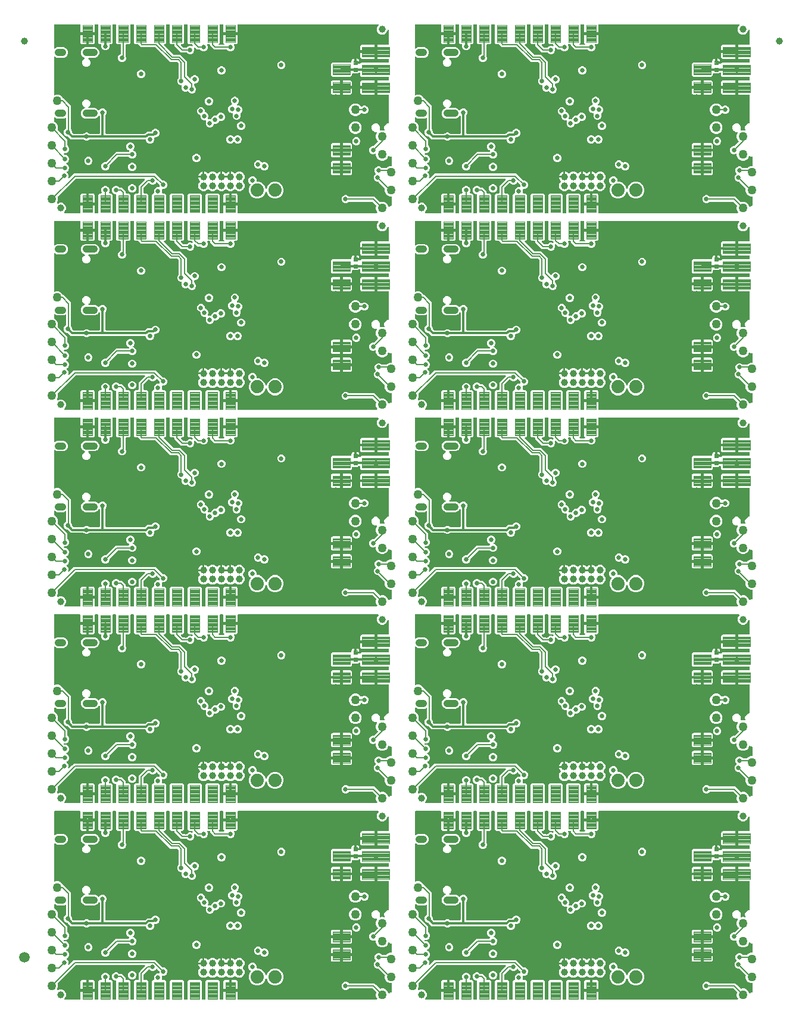
<source format=gbl>
G04 EAGLE Gerber RS-274X export*
G75*
%MOMM*%
%FSLAX34Y34*%
%LPD*%
%INBottom Copper*%
%IPPOS*%
%AMOC8*
5,1,8,0,0,1.08239X$1,22.5*%
G01*
%ADD10C,1.000000*%
%ADD11C,0.105000*%
%ADD12C,1.000000*%
%ADD13C,0.102000*%
%ADD14C,1.879600*%
%ADD15C,1.270000*%
%ADD16C,1.500000*%
%ADD17C,0.660400*%
%ADD18C,0.203200*%
%ADD19C,0.360000*%
%ADD20C,0.739141*%
%ADD21C,0.177800*%
%ADD22C,0.304800*%

G36*
X692682Y1121125D02*
X692682Y1121125D01*
X692740Y1121123D01*
X692822Y1121145D01*
X692906Y1121157D01*
X692959Y1121180D01*
X693015Y1121195D01*
X693088Y1121238D01*
X693165Y1121273D01*
X693210Y1121311D01*
X693260Y1121340D01*
X693318Y1121402D01*
X693382Y1121456D01*
X693414Y1121505D01*
X693454Y1121548D01*
X693493Y1121623D01*
X693540Y1121693D01*
X693557Y1121749D01*
X693584Y1121801D01*
X693595Y1121869D01*
X693625Y1121964D01*
X693628Y1122064D01*
X693639Y1122132D01*
X693639Y1147386D01*
X695435Y1149182D01*
X711925Y1149182D01*
X713721Y1147386D01*
X713721Y1122132D01*
X713729Y1122074D01*
X713727Y1122016D01*
X713749Y1121934D01*
X713761Y1121850D01*
X713784Y1121797D01*
X713799Y1121741D01*
X713842Y1121668D01*
X713877Y1121591D01*
X713915Y1121546D01*
X713944Y1121496D01*
X714006Y1121438D01*
X714060Y1121374D01*
X714109Y1121342D01*
X714152Y1121302D01*
X714227Y1121263D01*
X714297Y1121216D01*
X714353Y1121199D01*
X714405Y1121172D01*
X714473Y1121161D01*
X714568Y1121131D01*
X714668Y1121128D01*
X714736Y1121117D01*
X718024Y1121117D01*
X718082Y1121125D01*
X718140Y1121123D01*
X718222Y1121145D01*
X718306Y1121157D01*
X718359Y1121180D01*
X718415Y1121195D01*
X718488Y1121238D01*
X718565Y1121273D01*
X718610Y1121311D01*
X718660Y1121340D01*
X718718Y1121402D01*
X718782Y1121456D01*
X718814Y1121505D01*
X718854Y1121548D01*
X718893Y1121623D01*
X718940Y1121693D01*
X718957Y1121749D01*
X718984Y1121801D01*
X718995Y1121869D01*
X719025Y1121964D01*
X719028Y1122064D01*
X719039Y1122132D01*
X719039Y1147386D01*
X720835Y1149182D01*
X737325Y1149182D01*
X739121Y1147386D01*
X739121Y1122132D01*
X739129Y1122074D01*
X739127Y1122016D01*
X739149Y1121934D01*
X739161Y1121850D01*
X739184Y1121797D01*
X739199Y1121741D01*
X739242Y1121668D01*
X739277Y1121591D01*
X739315Y1121546D01*
X739344Y1121496D01*
X739406Y1121438D01*
X739460Y1121374D01*
X739509Y1121342D01*
X739552Y1121302D01*
X739627Y1121263D01*
X739697Y1121216D01*
X739753Y1121199D01*
X739805Y1121172D01*
X739873Y1121161D01*
X739968Y1121131D01*
X740068Y1121128D01*
X740136Y1121117D01*
X743424Y1121117D01*
X743482Y1121125D01*
X743540Y1121123D01*
X743622Y1121145D01*
X743706Y1121157D01*
X743759Y1121180D01*
X743815Y1121195D01*
X743888Y1121238D01*
X743965Y1121273D01*
X744010Y1121311D01*
X744060Y1121340D01*
X744118Y1121402D01*
X744182Y1121456D01*
X744214Y1121505D01*
X744254Y1121548D01*
X744293Y1121623D01*
X744340Y1121693D01*
X744357Y1121749D01*
X744384Y1121801D01*
X744395Y1121869D01*
X744425Y1121964D01*
X744428Y1122064D01*
X744439Y1122132D01*
X744439Y1147386D01*
X746235Y1149182D01*
X762725Y1149182D01*
X764521Y1147386D01*
X764521Y1122132D01*
X764529Y1122074D01*
X764527Y1122016D01*
X764549Y1121934D01*
X764561Y1121850D01*
X764584Y1121797D01*
X764599Y1121741D01*
X764642Y1121668D01*
X764677Y1121591D01*
X764715Y1121546D01*
X764744Y1121496D01*
X764806Y1121438D01*
X764860Y1121374D01*
X764909Y1121342D01*
X764952Y1121302D01*
X765027Y1121263D01*
X765097Y1121216D01*
X765153Y1121199D01*
X765205Y1121172D01*
X765273Y1121161D01*
X765368Y1121131D01*
X765468Y1121128D01*
X765536Y1121117D01*
X768824Y1121117D01*
X768882Y1121125D01*
X768940Y1121123D01*
X769022Y1121145D01*
X769106Y1121157D01*
X769159Y1121180D01*
X769215Y1121195D01*
X769288Y1121238D01*
X769365Y1121273D01*
X769410Y1121311D01*
X769460Y1121340D01*
X769518Y1121402D01*
X769582Y1121456D01*
X769614Y1121505D01*
X769654Y1121548D01*
X769693Y1121623D01*
X769740Y1121693D01*
X769757Y1121749D01*
X769784Y1121801D01*
X769795Y1121869D01*
X769825Y1121964D01*
X769828Y1122064D01*
X769839Y1122132D01*
X769839Y1132110D01*
X778864Y1132110D01*
X778922Y1132118D01*
X778980Y1132116D01*
X779062Y1132138D01*
X779145Y1132150D01*
X779199Y1132174D01*
X779255Y1132188D01*
X779328Y1132231D01*
X779405Y1132266D01*
X779449Y1132304D01*
X779500Y1132334D01*
X779557Y1132395D01*
X779622Y1132450D01*
X779654Y1132498D01*
X779694Y1132541D01*
X779733Y1132616D01*
X779779Y1132686D01*
X779797Y1132742D01*
X779824Y1132794D01*
X779835Y1132862D01*
X779865Y1132957D01*
X779868Y1133057D01*
X779879Y1133125D01*
X779879Y1134142D01*
X779881Y1134142D01*
X779881Y1133125D01*
X779889Y1133067D01*
X779888Y1133009D01*
X779909Y1132927D01*
X779921Y1132844D01*
X779945Y1132790D01*
X779959Y1132734D01*
X780002Y1132661D01*
X780037Y1132584D01*
X780075Y1132539D01*
X780105Y1132489D01*
X780166Y1132431D01*
X780221Y1132367D01*
X780269Y1132335D01*
X780312Y1132295D01*
X780387Y1132256D01*
X780457Y1132210D01*
X780513Y1132192D01*
X780565Y1132165D01*
X780633Y1132154D01*
X780728Y1132124D01*
X780828Y1132121D01*
X780896Y1132110D01*
X789921Y1132110D01*
X789921Y1122132D01*
X789929Y1122074D01*
X789927Y1122016D01*
X789949Y1121934D01*
X789961Y1121850D01*
X789984Y1121797D01*
X789999Y1121741D01*
X790042Y1121668D01*
X790077Y1121591D01*
X790115Y1121546D01*
X790144Y1121496D01*
X790206Y1121438D01*
X790260Y1121374D01*
X790309Y1121342D01*
X790352Y1121302D01*
X790427Y1121263D01*
X790497Y1121216D01*
X790553Y1121199D01*
X790605Y1121172D01*
X790673Y1121161D01*
X790768Y1121131D01*
X790868Y1121128D01*
X790936Y1121117D01*
X987680Y1121117D01*
X987709Y1121121D01*
X987738Y1121118D01*
X987849Y1121141D01*
X987961Y1121157D01*
X987988Y1121169D01*
X988017Y1121174D01*
X988117Y1121227D01*
X988221Y1121273D01*
X988243Y1121292D01*
X988269Y1121305D01*
X988351Y1121383D01*
X988438Y1121456D01*
X988454Y1121481D01*
X988475Y1121501D01*
X988533Y1121599D01*
X988595Y1121693D01*
X988604Y1121721D01*
X988619Y1121746D01*
X988647Y1121856D01*
X988681Y1121964D01*
X988682Y1121993D01*
X988689Y1122022D01*
X988686Y1122135D01*
X988688Y1122248D01*
X988681Y1122277D01*
X988680Y1122306D01*
X988645Y1122414D01*
X988617Y1122523D01*
X988602Y1122549D01*
X988593Y1122577D01*
X988547Y1122641D01*
X988471Y1122768D01*
X988426Y1122811D01*
X988398Y1122850D01*
X988143Y1123105D01*
X986789Y1126373D01*
X986789Y1129909D01*
X987142Y1130762D01*
X987143Y1130764D01*
X987144Y1130765D01*
X987178Y1130899D01*
X987213Y1131038D01*
X987213Y1131039D01*
X987214Y1131041D01*
X987209Y1131181D01*
X987205Y1131322D01*
X987205Y1131323D01*
X987205Y1131325D01*
X987163Y1131454D01*
X987119Y1131592D01*
X987118Y1131594D01*
X987117Y1131595D01*
X987109Y1131607D01*
X986960Y1131829D01*
X986937Y1131848D01*
X986922Y1131869D01*
X981804Y1136987D01*
X981734Y1137039D01*
X981670Y1137099D01*
X981621Y1137125D01*
X981577Y1137158D01*
X981495Y1137189D01*
X981417Y1137229D01*
X981370Y1137237D01*
X981311Y1137259D01*
X981164Y1137271D01*
X981086Y1137284D01*
X948737Y1137284D01*
X948650Y1137272D01*
X948563Y1137269D01*
X948510Y1137252D01*
X948455Y1137244D01*
X948375Y1137209D01*
X948292Y1137182D01*
X948253Y1137154D01*
X948196Y1137128D01*
X948082Y1137032D01*
X948019Y1136987D01*
X946920Y1135888D01*
X944772Y1134998D01*
X942448Y1134998D01*
X940300Y1135888D01*
X938657Y1137531D01*
X937767Y1139679D01*
X937767Y1142003D01*
X938657Y1144151D01*
X940300Y1145794D01*
X942448Y1146684D01*
X944772Y1146684D01*
X946920Y1145794D01*
X948019Y1144695D01*
X948089Y1144643D01*
X948152Y1144583D01*
X948202Y1144557D01*
X948246Y1144524D01*
X948328Y1144493D01*
X948406Y1144453D01*
X948453Y1144445D01*
X948512Y1144423D01*
X948659Y1144411D01*
X948737Y1144398D01*
X984453Y1144398D01*
X986834Y1142017D01*
X991952Y1136899D01*
X991954Y1136898D01*
X991955Y1136896D01*
X992066Y1136813D01*
X992180Y1136728D01*
X992181Y1136727D01*
X992182Y1136726D01*
X992314Y1136676D01*
X992445Y1136626D01*
X992447Y1136626D01*
X992448Y1136626D01*
X992593Y1136614D01*
X992729Y1136603D01*
X992730Y1136603D01*
X992732Y1136603D01*
X992747Y1136607D01*
X993007Y1136659D01*
X993034Y1136673D01*
X993059Y1136679D01*
X993912Y1137032D01*
X997448Y1137032D01*
X1000716Y1135678D01*
X1003217Y1133177D01*
X1004308Y1130545D01*
X1004366Y1130446D01*
X1004419Y1130344D01*
X1004438Y1130324D01*
X1004452Y1130300D01*
X1004535Y1130221D01*
X1004615Y1130138D01*
X1004639Y1130124D01*
X1004659Y1130105D01*
X1004761Y1130052D01*
X1004860Y1129994D01*
X1004887Y1129987D01*
X1004911Y1129975D01*
X1005024Y1129952D01*
X1005135Y1129924D01*
X1005163Y1129925D01*
X1005190Y1129920D01*
X1005305Y1129930D01*
X1005420Y1129933D01*
X1005446Y1129942D01*
X1005474Y1129944D01*
X1005581Y1129985D01*
X1005690Y1130021D01*
X1005710Y1130035D01*
X1005739Y1130046D01*
X1005951Y1130206D01*
X1005963Y1130216D01*
X1007065Y1131317D01*
X1008380Y1131317D01*
X1008438Y1131325D01*
X1008496Y1131323D01*
X1008578Y1131345D01*
X1008662Y1131357D01*
X1008715Y1131380D01*
X1008771Y1131395D01*
X1008844Y1131438D01*
X1008921Y1131473D01*
X1008966Y1131511D01*
X1009016Y1131540D01*
X1009074Y1131602D01*
X1009138Y1131656D01*
X1009170Y1131705D01*
X1009210Y1131748D01*
X1009249Y1131823D01*
X1009296Y1131893D01*
X1009313Y1131949D01*
X1009340Y1132001D01*
X1009351Y1132069D01*
X1009381Y1132164D01*
X1009384Y1132264D01*
X1009395Y1132332D01*
X1009395Y1143635D01*
X1009387Y1143693D01*
X1009389Y1143751D01*
X1009367Y1143833D01*
X1009355Y1143917D01*
X1009332Y1143970D01*
X1009317Y1144026D01*
X1009274Y1144099D01*
X1009239Y1144176D01*
X1009201Y1144221D01*
X1009172Y1144271D01*
X1009110Y1144329D01*
X1009056Y1144393D01*
X1009007Y1144425D01*
X1008964Y1144465D01*
X1008889Y1144504D01*
X1008819Y1144551D01*
X1008763Y1144568D01*
X1008711Y1144595D01*
X1008643Y1144606D01*
X1008548Y1144636D01*
X1008448Y1144639D01*
X1008380Y1144650D01*
X1006612Y1144650D01*
X1003344Y1146004D01*
X1000843Y1148505D01*
X999489Y1151773D01*
X999489Y1155309D01*
X999523Y1155391D01*
X999524Y1155393D01*
X999524Y1155394D01*
X999558Y1155526D01*
X999594Y1155666D01*
X999594Y1155668D01*
X999594Y1155670D01*
X999590Y1155803D01*
X999586Y1155951D01*
X999585Y1155952D01*
X999585Y1155954D01*
X999543Y1156086D01*
X999499Y1156221D01*
X999498Y1156223D01*
X999498Y1156224D01*
X999489Y1156237D01*
X999341Y1156457D01*
X999318Y1156477D01*
X999303Y1156498D01*
X990620Y1165181D01*
X990550Y1165233D01*
X990486Y1165293D01*
X990437Y1165319D01*
X990393Y1165352D01*
X990311Y1165383D01*
X990233Y1165423D01*
X990185Y1165431D01*
X990127Y1165453D01*
X989979Y1165465D01*
X989902Y1165478D01*
X988168Y1165478D01*
X986020Y1166368D01*
X984377Y1168011D01*
X983487Y1170159D01*
X983487Y1172483D01*
X984377Y1174631D01*
X986064Y1176318D01*
X986099Y1176365D01*
X986142Y1176405D01*
X986185Y1176478D01*
X986235Y1176545D01*
X986256Y1176600D01*
X986286Y1176650D01*
X986306Y1176732D01*
X986336Y1176811D01*
X986341Y1176869D01*
X986356Y1176926D01*
X986353Y1177010D01*
X986360Y1177094D01*
X986348Y1177152D01*
X986347Y1177210D01*
X986321Y1177290D01*
X986304Y1177373D01*
X986277Y1177425D01*
X986259Y1177481D01*
X986219Y1177537D01*
X986173Y1177625D01*
X986104Y1177698D01*
X986064Y1177754D01*
X985647Y1178171D01*
X984757Y1180319D01*
X984757Y1182643D01*
X985647Y1184791D01*
X987290Y1186434D01*
X989438Y1187324D01*
X991762Y1187324D01*
X993910Y1186434D01*
X995136Y1185208D01*
X995206Y1185156D01*
X995269Y1185096D01*
X995319Y1185070D01*
X995363Y1185037D01*
X995445Y1185006D01*
X995523Y1184966D01*
X995570Y1184958D01*
X995629Y1184936D01*
X995776Y1184924D01*
X995854Y1184911D01*
X1001356Y1184911D01*
X1001442Y1184923D01*
X1001530Y1184926D01*
X1001582Y1184943D01*
X1001637Y1184951D01*
X1001717Y1184986D01*
X1001800Y1185013D01*
X1001840Y1185041D01*
X1001897Y1185067D01*
X1002010Y1185163D01*
X1002074Y1185208D01*
X1003344Y1186478D01*
X1006612Y1187832D01*
X1008380Y1187832D01*
X1008438Y1187840D01*
X1008496Y1187838D01*
X1008578Y1187860D01*
X1008662Y1187872D01*
X1008715Y1187895D01*
X1008771Y1187910D01*
X1008844Y1187953D01*
X1008921Y1187988D01*
X1008966Y1188026D01*
X1009016Y1188055D01*
X1009074Y1188117D01*
X1009138Y1188171D01*
X1009170Y1188220D01*
X1009210Y1188263D01*
X1009249Y1188338D01*
X1009296Y1188408D01*
X1009313Y1188464D01*
X1009340Y1188516D01*
X1009351Y1188584D01*
X1009381Y1188679D01*
X1009384Y1188779D01*
X1009395Y1188847D01*
X1009395Y1200150D01*
X1009387Y1200208D01*
X1009389Y1200266D01*
X1009367Y1200348D01*
X1009355Y1200432D01*
X1009332Y1200485D01*
X1009317Y1200541D01*
X1009274Y1200614D01*
X1009239Y1200691D01*
X1009201Y1200736D01*
X1009172Y1200786D01*
X1009110Y1200844D01*
X1009056Y1200908D01*
X1009007Y1200940D01*
X1008964Y1200980D01*
X1008889Y1201019D01*
X1008819Y1201066D01*
X1008763Y1201083D01*
X1008711Y1201110D01*
X1008643Y1201121D01*
X1008548Y1201151D01*
X1008448Y1201154D01*
X1008380Y1201165D01*
X1007065Y1201165D01*
X1005963Y1202266D01*
X1005872Y1202335D01*
X1005784Y1202409D01*
X1005758Y1202421D01*
X1005736Y1202437D01*
X1005629Y1202478D01*
X1005524Y1202525D01*
X1005497Y1202529D01*
X1005471Y1202539D01*
X1005356Y1202548D01*
X1005242Y1202564D01*
X1005215Y1202560D01*
X1005187Y1202562D01*
X1005075Y1202540D01*
X1004961Y1202523D01*
X1004936Y1202512D01*
X1004908Y1202506D01*
X1004806Y1202453D01*
X1004702Y1202406D01*
X1004681Y1202388D01*
X1004656Y1202375D01*
X1004573Y1202296D01*
X1004485Y1202222D01*
X1004472Y1202201D01*
X1004450Y1202179D01*
X1004315Y1201950D01*
X1004308Y1201937D01*
X1003217Y1199305D01*
X1000716Y1196804D01*
X997448Y1195450D01*
X993912Y1195450D01*
X990644Y1196804D01*
X988143Y1199305D01*
X986789Y1202573D01*
X986789Y1204425D01*
X986782Y1204474D01*
X986783Y1204484D01*
X986779Y1204497D01*
X986773Y1204539D01*
X986763Y1204653D01*
X986753Y1204679D01*
X986749Y1204707D01*
X986702Y1204812D01*
X986661Y1204919D01*
X986645Y1204941D01*
X986633Y1204966D01*
X986559Y1205054D01*
X986490Y1205145D01*
X986467Y1205162D01*
X986450Y1205183D01*
X986354Y1205247D01*
X986262Y1205316D01*
X986236Y1205325D01*
X986213Y1205341D01*
X986103Y1205375D01*
X985996Y1205416D01*
X985968Y1205418D01*
X985942Y1205427D01*
X985827Y1205430D01*
X985713Y1205439D01*
X985688Y1205433D01*
X985658Y1205434D01*
X985401Y1205367D01*
X985385Y1205363D01*
X984142Y1204848D01*
X981818Y1204848D01*
X979670Y1205738D01*
X978027Y1207381D01*
X977137Y1209529D01*
X977137Y1211853D01*
X978027Y1214001D01*
X979670Y1215644D01*
X981818Y1216534D01*
X983372Y1216534D01*
X983459Y1216546D01*
X983546Y1216549D01*
X983599Y1216566D01*
X983654Y1216574D01*
X983734Y1216609D01*
X983817Y1216636D01*
X983856Y1216664D01*
X983913Y1216690D01*
X984026Y1216786D01*
X984090Y1216831D01*
X989335Y1222076D01*
X989371Y1222123D01*
X989413Y1222163D01*
X989456Y1222236D01*
X989506Y1222304D01*
X989527Y1222358D01*
X989557Y1222409D01*
X989577Y1222490D01*
X989608Y1222569D01*
X989612Y1222628D01*
X989627Y1222684D01*
X989624Y1222769D01*
X989631Y1222853D01*
X989620Y1222910D01*
X989618Y1222968D01*
X989592Y1223049D01*
X989575Y1223131D01*
X989548Y1223183D01*
X989530Y1223239D01*
X989490Y1223295D01*
X989444Y1223384D01*
X989376Y1223456D01*
X989335Y1223512D01*
X988143Y1224705D01*
X986789Y1227973D01*
X986789Y1231509D01*
X988176Y1234858D01*
X988203Y1234894D01*
X988214Y1234922D01*
X988230Y1234946D01*
X988265Y1235054D01*
X988305Y1235160D01*
X988307Y1235189D01*
X988316Y1235217D01*
X988319Y1235330D01*
X988328Y1235443D01*
X988323Y1235472D01*
X988323Y1235501D01*
X988295Y1235611D01*
X988273Y1235722D01*
X988259Y1235748D01*
X988252Y1235776D01*
X988194Y1235873D01*
X988142Y1235974D01*
X988121Y1235995D01*
X988106Y1236021D01*
X988024Y1236098D01*
X987946Y1236180D01*
X987921Y1236195D01*
X987899Y1236215D01*
X987798Y1236267D01*
X987701Y1236324D01*
X987672Y1236331D01*
X987646Y1236345D01*
X987569Y1236358D01*
X987425Y1236394D01*
X987363Y1236392D01*
X987315Y1236400D01*
X985478Y1236400D01*
X983258Y1237320D01*
X981559Y1239019D01*
X980639Y1241239D01*
X980639Y1243643D01*
X981559Y1245863D01*
X983258Y1247562D01*
X985478Y1248482D01*
X987882Y1248482D01*
X990102Y1247562D01*
X991801Y1245863D01*
X992721Y1243643D01*
X992721Y1241239D01*
X992108Y1239761D01*
X992101Y1239732D01*
X992087Y1239706D01*
X992066Y1239595D01*
X992037Y1239485D01*
X992038Y1239456D01*
X992032Y1239427D01*
X992042Y1239314D01*
X992045Y1239201D01*
X992054Y1239173D01*
X992057Y1239144D01*
X992098Y1239038D01*
X992132Y1238930D01*
X992148Y1238906D01*
X992159Y1238879D01*
X992227Y1238788D01*
X992290Y1238694D01*
X992313Y1238675D01*
X992331Y1238652D01*
X992421Y1238584D01*
X992508Y1238511D01*
X992535Y1238499D01*
X992558Y1238482D01*
X992664Y1238442D01*
X992768Y1238396D01*
X992797Y1238392D01*
X992824Y1238381D01*
X992937Y1238372D01*
X993049Y1238357D01*
X993078Y1238361D01*
X993108Y1238359D01*
X993184Y1238376D01*
X993331Y1238398D01*
X993388Y1238423D01*
X993435Y1238434D01*
X993912Y1238632D01*
X997448Y1238632D01*
X997925Y1238434D01*
X997954Y1238427D01*
X997980Y1238413D01*
X998091Y1238392D01*
X998201Y1238363D01*
X998230Y1238364D01*
X998259Y1238358D01*
X998372Y1238368D01*
X998485Y1238371D01*
X998513Y1238380D01*
X998542Y1238383D01*
X998648Y1238424D01*
X998756Y1238458D01*
X998780Y1238474D01*
X998807Y1238485D01*
X998898Y1238553D01*
X998992Y1238616D01*
X999011Y1238639D01*
X999034Y1238657D01*
X999102Y1238747D01*
X999175Y1238834D01*
X999187Y1238861D01*
X999204Y1238884D01*
X999244Y1238990D01*
X999290Y1239094D01*
X999294Y1239123D01*
X999305Y1239150D01*
X999314Y1239263D01*
X999329Y1239375D01*
X999325Y1239404D01*
X999327Y1239434D01*
X999310Y1239510D01*
X999288Y1239657D01*
X999263Y1239714D01*
X999252Y1239761D01*
X998639Y1241239D01*
X998639Y1243643D01*
X999559Y1245863D01*
X1001258Y1247562D01*
X1003478Y1248482D01*
X1004189Y1248482D01*
X1004247Y1248490D01*
X1004305Y1248488D01*
X1004387Y1248510D01*
X1004471Y1248522D01*
X1004524Y1248545D01*
X1004580Y1248560D01*
X1004653Y1248603D01*
X1004730Y1248638D01*
X1004775Y1248676D01*
X1004825Y1248705D01*
X1004883Y1248767D01*
X1004947Y1248821D01*
X1004979Y1248870D01*
X1005019Y1248913D01*
X1005058Y1248988D01*
X1005105Y1249058D01*
X1005122Y1249114D01*
X1005149Y1249166D01*
X1005160Y1249234D01*
X1005190Y1249329D01*
X1005193Y1249429D01*
X1005204Y1249497D01*
X1005204Y1288535D01*
X1005196Y1288593D01*
X1005198Y1288651D01*
X1005176Y1288733D01*
X1005164Y1288817D01*
X1005141Y1288870D01*
X1005126Y1288926D01*
X1005083Y1288999D01*
X1005048Y1289076D01*
X1005010Y1289121D01*
X1004981Y1289171D01*
X1004919Y1289229D01*
X1004865Y1289293D01*
X1004816Y1289325D01*
X1004773Y1289365D01*
X1004698Y1289404D01*
X1004628Y1289451D01*
X1004572Y1289468D01*
X1004520Y1289495D01*
X1004452Y1289506D01*
X1004357Y1289536D01*
X1004257Y1289539D01*
X1004189Y1289550D01*
X988821Y1289550D01*
X988821Y1298575D01*
X988813Y1298633D01*
X988814Y1298691D01*
X988793Y1298773D01*
X988781Y1298856D01*
X988757Y1298910D01*
X988743Y1298966D01*
X988700Y1299039D01*
X988665Y1299116D01*
X988627Y1299160D01*
X988597Y1299211D01*
X988536Y1299268D01*
X988481Y1299333D01*
X988433Y1299365D01*
X988390Y1299405D01*
X988315Y1299444D01*
X988245Y1299490D01*
X988189Y1299508D01*
X988137Y1299535D01*
X988069Y1299546D01*
X987974Y1299576D01*
X987874Y1299579D01*
X987806Y1299590D01*
X986789Y1299590D01*
X986789Y1299592D01*
X987806Y1299592D01*
X987864Y1299600D01*
X987922Y1299599D01*
X988004Y1299620D01*
X988087Y1299632D01*
X988141Y1299656D01*
X988197Y1299670D01*
X988270Y1299713D01*
X988347Y1299748D01*
X988391Y1299786D01*
X988442Y1299816D01*
X988499Y1299877D01*
X988564Y1299932D01*
X988596Y1299980D01*
X988636Y1300023D01*
X988675Y1300098D01*
X988721Y1300168D01*
X988739Y1300224D01*
X988766Y1300276D01*
X988777Y1300344D01*
X988807Y1300439D01*
X988810Y1300539D01*
X988821Y1300607D01*
X988821Y1309632D01*
X1004189Y1309632D01*
X1004247Y1309640D01*
X1004305Y1309638D01*
X1004387Y1309660D01*
X1004471Y1309672D01*
X1004524Y1309695D01*
X1004580Y1309710D01*
X1004653Y1309753D01*
X1004730Y1309788D01*
X1004775Y1309826D01*
X1004825Y1309855D01*
X1004883Y1309917D01*
X1004947Y1309971D01*
X1004979Y1310020D01*
X1005019Y1310063D01*
X1005058Y1310138D01*
X1005105Y1310208D01*
X1005122Y1310264D01*
X1005149Y1310316D01*
X1005160Y1310384D01*
X1005190Y1310479D01*
X1005193Y1310579D01*
X1005204Y1310647D01*
X1005204Y1313935D01*
X1005196Y1313993D01*
X1005198Y1314051D01*
X1005176Y1314133D01*
X1005164Y1314217D01*
X1005141Y1314270D01*
X1005126Y1314326D01*
X1005083Y1314399D01*
X1005048Y1314476D01*
X1005010Y1314521D01*
X1004981Y1314571D01*
X1004919Y1314629D01*
X1004865Y1314693D01*
X1004816Y1314725D01*
X1004773Y1314765D01*
X1004698Y1314804D01*
X1004628Y1314851D01*
X1004572Y1314868D01*
X1004520Y1314895D01*
X1004452Y1314906D01*
X1004357Y1314936D01*
X1004257Y1314939D01*
X1004189Y1314950D01*
X966045Y1314950D01*
X964249Y1316746D01*
X964249Y1319715D01*
X964241Y1319773D01*
X964243Y1319831D01*
X964221Y1319913D01*
X964209Y1319997D01*
X964186Y1320050D01*
X964171Y1320106D01*
X964128Y1320179D01*
X964093Y1320256D01*
X964055Y1320301D01*
X964026Y1320351D01*
X963964Y1320409D01*
X963910Y1320473D01*
X963861Y1320505D01*
X963818Y1320545D01*
X963743Y1320584D01*
X963673Y1320631D01*
X963617Y1320648D01*
X963565Y1320675D01*
X963497Y1320686D01*
X963402Y1320716D01*
X963302Y1320719D01*
X963234Y1320730D01*
X962954Y1320730D01*
X962868Y1320718D01*
X962780Y1320715D01*
X962727Y1320698D01*
X962673Y1320690D01*
X962593Y1320655D01*
X962510Y1320628D01*
X962470Y1320600D01*
X962413Y1320574D01*
X962300Y1320478D01*
X962236Y1320433D01*
X961334Y1319530D01*
X953736Y1319530D01*
X953678Y1319522D01*
X953620Y1319524D01*
X953538Y1319502D01*
X953454Y1319490D01*
X953401Y1319467D01*
X953345Y1319452D01*
X953272Y1319409D01*
X953195Y1319374D01*
X953150Y1319336D01*
X953100Y1319307D01*
X953042Y1319245D01*
X952978Y1319191D01*
X952946Y1319142D01*
X952906Y1319099D01*
X952867Y1319024D01*
X952820Y1318954D01*
X952803Y1318898D01*
X952776Y1318846D01*
X952765Y1318778D01*
X952735Y1318683D01*
X952732Y1318583D01*
X952721Y1318515D01*
X952721Y1316896D01*
X950925Y1315100D01*
X924435Y1315100D01*
X922639Y1316896D01*
X922639Y1333386D01*
X924435Y1335182D01*
X951024Y1335182D01*
X951082Y1335190D01*
X951140Y1335188D01*
X951222Y1335210D01*
X951306Y1335222D01*
X951359Y1335245D01*
X951415Y1335260D01*
X951488Y1335303D01*
X951565Y1335338D01*
X951610Y1335376D01*
X951660Y1335405D01*
X951718Y1335467D01*
X951782Y1335521D01*
X951814Y1335570D01*
X951854Y1335613D01*
X951893Y1335688D01*
X951940Y1335758D01*
X951957Y1335814D01*
X951984Y1335866D01*
X951995Y1335934D01*
X952025Y1336029D01*
X952028Y1336129D01*
X952039Y1336197D01*
X952039Y1337963D01*
X952247Y1338739D01*
X952649Y1339434D01*
X953217Y1340002D01*
X953912Y1340404D01*
X954688Y1340612D01*
X956081Y1340612D01*
X956081Y1335555D01*
X956089Y1335497D01*
X956087Y1335439D01*
X956109Y1335357D01*
X956121Y1335274D01*
X956144Y1335220D01*
X956159Y1335164D01*
X956202Y1335091D01*
X956237Y1335014D01*
X956275Y1334970D01*
X956304Y1334919D01*
X956366Y1334862D01*
X956420Y1334797D01*
X956469Y1334765D01*
X956512Y1334725D01*
X956587Y1334686D01*
X956657Y1334640D01*
X956713Y1334622D01*
X956765Y1334595D01*
X956833Y1334584D01*
X956928Y1334554D01*
X957028Y1334551D01*
X957055Y1334547D01*
X957057Y1334529D01*
X957056Y1334471D01*
X957077Y1334389D01*
X957089Y1334305D01*
X957113Y1334252D01*
X957127Y1334196D01*
X957171Y1334123D01*
X957205Y1334046D01*
X957243Y1334001D01*
X957273Y1333951D01*
X957334Y1333893D01*
X957389Y1333829D01*
X957437Y1333797D01*
X957480Y1333757D01*
X957555Y1333718D01*
X957625Y1333671D01*
X957681Y1333654D01*
X957733Y1333627D01*
X957801Y1333616D01*
X957896Y1333586D01*
X957996Y1333583D01*
X958064Y1333572D01*
X963922Y1333572D01*
X963968Y1333557D01*
X963998Y1333556D01*
X964026Y1333549D01*
X964139Y1333553D01*
X964252Y1333550D01*
X964281Y1333557D01*
X964310Y1333558D01*
X964418Y1333593D01*
X964527Y1333622D01*
X964553Y1333637D01*
X964581Y1333646D01*
X964645Y1333691D01*
X964772Y1333767D01*
X964815Y1333812D01*
X964854Y1333840D01*
X966045Y1335032D01*
X1004189Y1335032D01*
X1004247Y1335040D01*
X1004305Y1335038D01*
X1004387Y1335060D01*
X1004471Y1335072D01*
X1004524Y1335095D01*
X1004580Y1335110D01*
X1004653Y1335153D01*
X1004730Y1335188D01*
X1004775Y1335226D01*
X1004825Y1335255D01*
X1004883Y1335317D01*
X1004947Y1335371D01*
X1004979Y1335420D01*
X1005019Y1335463D01*
X1005058Y1335538D01*
X1005105Y1335608D01*
X1005122Y1335664D01*
X1005149Y1335716D01*
X1005160Y1335784D01*
X1005190Y1335879D01*
X1005193Y1335979D01*
X1005204Y1336047D01*
X1005204Y1339335D01*
X1005196Y1339393D01*
X1005198Y1339451D01*
X1005176Y1339533D01*
X1005164Y1339617D01*
X1005141Y1339670D01*
X1005126Y1339726D01*
X1005083Y1339799D01*
X1005048Y1339876D01*
X1005010Y1339921D01*
X1004981Y1339971D01*
X1004919Y1340029D01*
X1004865Y1340093D01*
X1004816Y1340125D01*
X1004773Y1340165D01*
X1004698Y1340204D01*
X1004628Y1340251D01*
X1004572Y1340268D01*
X1004520Y1340295D01*
X1004452Y1340306D01*
X1004357Y1340336D01*
X1004257Y1340339D01*
X1004189Y1340350D01*
X988821Y1340350D01*
X988821Y1349375D01*
X988813Y1349433D01*
X988814Y1349491D01*
X988793Y1349573D01*
X988781Y1349656D01*
X988757Y1349710D01*
X988743Y1349766D01*
X988700Y1349839D01*
X988665Y1349916D01*
X988627Y1349960D01*
X988597Y1350011D01*
X988536Y1350068D01*
X988481Y1350133D01*
X988433Y1350165D01*
X988390Y1350205D01*
X988315Y1350244D01*
X988245Y1350290D01*
X988189Y1350308D01*
X988137Y1350335D01*
X988069Y1350346D01*
X987974Y1350376D01*
X987874Y1350379D01*
X987806Y1350390D01*
X986789Y1350390D01*
X986789Y1350392D01*
X987806Y1350392D01*
X987864Y1350400D01*
X987922Y1350399D01*
X988004Y1350420D01*
X988087Y1350432D01*
X988141Y1350456D01*
X988197Y1350470D01*
X988270Y1350513D01*
X988347Y1350548D01*
X988391Y1350586D01*
X988442Y1350616D01*
X988499Y1350677D01*
X988564Y1350732D01*
X988596Y1350780D01*
X988636Y1350823D01*
X988675Y1350898D01*
X988721Y1350968D01*
X988739Y1351024D01*
X988766Y1351076D01*
X988777Y1351144D01*
X988807Y1351239D01*
X988810Y1351339D01*
X988821Y1351407D01*
X988821Y1360432D01*
X1004189Y1360432D01*
X1004247Y1360440D01*
X1004305Y1360438D01*
X1004387Y1360460D01*
X1004471Y1360472D01*
X1004524Y1360495D01*
X1004580Y1360510D01*
X1004653Y1360553D01*
X1004730Y1360588D01*
X1004775Y1360626D01*
X1004825Y1360655D01*
X1004883Y1360717D01*
X1004947Y1360771D01*
X1004979Y1360820D01*
X1005019Y1360863D01*
X1005058Y1360938D01*
X1005105Y1361008D01*
X1005122Y1361064D01*
X1005149Y1361116D01*
X1005160Y1361184D01*
X1005190Y1361279D01*
X1005193Y1361379D01*
X1005204Y1361447D01*
X1005204Y1380326D01*
X1005192Y1380411D01*
X1005190Y1380497D01*
X1005172Y1380551D01*
X1005164Y1380607D01*
X1005129Y1380686D01*
X1005103Y1380768D01*
X1005071Y1380815D01*
X1005048Y1380867D01*
X1004993Y1380932D01*
X1004945Y1381004D01*
X1004901Y1381040D01*
X1004865Y1381084D01*
X1004793Y1381131D01*
X1004727Y1381187D01*
X1004675Y1381210D01*
X1004628Y1381241D01*
X1004546Y1381267D01*
X1004467Y1381302D01*
X1004411Y1381310D01*
X1004357Y1381327D01*
X1004271Y1381329D01*
X1004186Y1381341D01*
X1004130Y1381333D01*
X1004073Y1381334D01*
X1003990Y1381313D01*
X1003904Y1381300D01*
X1003853Y1381277D01*
X1003798Y1381263D01*
X1003724Y1381219D01*
X1003645Y1381183D01*
X1003602Y1381146D01*
X1003553Y1381117D01*
X1003494Y1381055D01*
X1003429Y1380999D01*
X1003403Y1380957D01*
X1003359Y1380910D01*
X1003293Y1380781D01*
X1003251Y1380714D01*
X1002073Y1377869D01*
X999952Y1375748D01*
X997180Y1374600D01*
X994180Y1374600D01*
X991408Y1375748D01*
X989287Y1377869D01*
X988139Y1380641D01*
X988139Y1383641D01*
X989287Y1386412D01*
X990307Y1387432D01*
X990317Y1387446D01*
X990324Y1387452D01*
X990330Y1387460D01*
X990347Y1387475D01*
X990410Y1387569D01*
X990478Y1387659D01*
X990488Y1387687D01*
X990505Y1387711D01*
X990539Y1387819D01*
X990579Y1387925D01*
X990581Y1387954D01*
X990590Y1387982D01*
X990593Y1388096D01*
X990603Y1388208D01*
X990597Y1388237D01*
X990598Y1388266D01*
X990569Y1388376D01*
X990547Y1388487D01*
X990533Y1388513D01*
X990526Y1388541D01*
X990468Y1388639D01*
X990416Y1388739D01*
X990396Y1388761D01*
X990381Y1388786D01*
X990298Y1388863D01*
X990220Y1388945D01*
X990195Y1388960D01*
X990173Y1388980D01*
X990072Y1389032D01*
X989975Y1389089D01*
X989946Y1389096D01*
X989920Y1389110D01*
X989843Y1389123D01*
X989699Y1389159D01*
X989637Y1389157D01*
X989589Y1389165D01*
X790936Y1389165D01*
X790878Y1389157D01*
X790820Y1389159D01*
X790738Y1389137D01*
X790654Y1389125D01*
X790601Y1389102D01*
X790545Y1389087D01*
X790472Y1389044D01*
X790395Y1389009D01*
X790350Y1388971D01*
X790300Y1388942D01*
X790242Y1388880D01*
X790178Y1388826D01*
X790146Y1388777D01*
X790106Y1388734D01*
X790067Y1388659D01*
X790020Y1388589D01*
X790003Y1388533D01*
X789976Y1388481D01*
X789965Y1388413D01*
X789935Y1388318D01*
X789932Y1388218D01*
X789921Y1388150D01*
X789921Y1378172D01*
X780896Y1378172D01*
X780838Y1378164D01*
X780780Y1378165D01*
X780698Y1378144D01*
X780615Y1378132D01*
X780561Y1378108D01*
X780505Y1378094D01*
X780432Y1378051D01*
X780355Y1378016D01*
X780311Y1377978D01*
X780260Y1377948D01*
X780203Y1377887D01*
X780138Y1377832D01*
X780106Y1377784D01*
X780066Y1377741D01*
X780027Y1377666D01*
X779981Y1377596D01*
X779963Y1377540D01*
X779936Y1377488D01*
X779925Y1377420D01*
X779895Y1377325D01*
X779892Y1377225D01*
X779881Y1377157D01*
X779881Y1375125D01*
X779889Y1375067D01*
X779888Y1375009D01*
X779909Y1374927D01*
X779921Y1374844D01*
X779945Y1374790D01*
X779959Y1374734D01*
X780002Y1374661D01*
X780037Y1374584D01*
X780075Y1374539D01*
X780105Y1374489D01*
X780166Y1374431D01*
X780221Y1374367D01*
X780269Y1374335D01*
X780312Y1374295D01*
X780387Y1374256D01*
X780457Y1374210D01*
X780513Y1374192D01*
X780565Y1374165D01*
X780633Y1374154D01*
X780728Y1374124D01*
X780828Y1374121D01*
X780896Y1374110D01*
X789921Y1374110D01*
X789921Y1363762D01*
X789712Y1362983D01*
X789308Y1362284D01*
X788737Y1361713D01*
X788038Y1361309D01*
X787259Y1361100D01*
X785818Y1361100D01*
X785704Y1361084D01*
X785590Y1361074D01*
X785564Y1361064D01*
X785536Y1361060D01*
X785431Y1361013D01*
X785324Y1360972D01*
X785302Y1360956D01*
X785277Y1360944D01*
X785189Y1360870D01*
X785098Y1360801D01*
X785081Y1360778D01*
X785060Y1360761D01*
X784996Y1360665D01*
X784928Y1360573D01*
X784918Y1360547D01*
X784902Y1360524D01*
X784868Y1360414D01*
X784827Y1360307D01*
X784825Y1360279D01*
X784817Y1360253D01*
X784814Y1360138D01*
X784804Y1360024D01*
X784810Y1359999D01*
X784809Y1359969D01*
X784876Y1359712D01*
X784880Y1359696D01*
X785623Y1357903D01*
X785623Y1355579D01*
X784733Y1353431D01*
X783090Y1351788D01*
X780942Y1350898D01*
X778618Y1350898D01*
X776470Y1351788D01*
X775244Y1353014D01*
X775174Y1353066D01*
X775111Y1353126D01*
X775061Y1353152D01*
X775017Y1353185D01*
X774935Y1353216D01*
X774857Y1353256D01*
X774810Y1353264D01*
X774751Y1353286D01*
X774604Y1353298D01*
X774526Y1353311D01*
X756769Y1353311D01*
X750950Y1359130D01*
X750950Y1360085D01*
X750942Y1360143D01*
X750944Y1360201D01*
X750922Y1360283D01*
X750910Y1360367D01*
X750887Y1360420D01*
X750872Y1360476D01*
X750829Y1360549D01*
X750794Y1360626D01*
X750756Y1360671D01*
X750727Y1360721D01*
X750665Y1360779D01*
X750611Y1360843D01*
X750562Y1360875D01*
X750519Y1360915D01*
X750444Y1360954D01*
X750374Y1361001D01*
X750318Y1361018D01*
X750266Y1361045D01*
X750198Y1361056D01*
X750103Y1361086D01*
X750003Y1361089D01*
X749935Y1361100D01*
X747718Y1361100D01*
X747604Y1361084D01*
X747490Y1361074D01*
X747464Y1361064D01*
X747436Y1361060D01*
X747332Y1361013D01*
X747224Y1360972D01*
X747202Y1360956D01*
X747177Y1360944D01*
X747089Y1360870D01*
X746998Y1360801D01*
X746981Y1360778D01*
X746960Y1360761D01*
X746896Y1360665D01*
X746828Y1360573D01*
X746818Y1360547D01*
X746802Y1360524D01*
X746768Y1360414D01*
X746727Y1360307D01*
X746725Y1360279D01*
X746717Y1360253D01*
X746714Y1360138D01*
X746704Y1360024D01*
X746710Y1359999D01*
X746709Y1359969D01*
X746776Y1359712D01*
X746780Y1359696D01*
X747523Y1357903D01*
X747523Y1355579D01*
X746633Y1353431D01*
X744990Y1351788D01*
X742842Y1350898D01*
X740518Y1350898D01*
X738370Y1351788D01*
X737144Y1353014D01*
X737074Y1353066D01*
X737011Y1353126D01*
X736961Y1353152D01*
X736917Y1353185D01*
X736835Y1353216D01*
X736757Y1353256D01*
X736710Y1353264D01*
X736651Y1353286D01*
X736504Y1353298D01*
X736426Y1353311D01*
X732639Y1353311D01*
X729688Y1356262D01*
X729620Y1356314D01*
X729557Y1356373D01*
X729507Y1356399D01*
X729461Y1356433D01*
X729381Y1356464D01*
X729305Y1356503D01*
X729249Y1356514D01*
X729196Y1356534D01*
X729110Y1356541D01*
X729026Y1356558D01*
X728969Y1356553D01*
X728912Y1356558D01*
X728828Y1356541D01*
X728742Y1356534D01*
X728689Y1356513D01*
X728634Y1356502D01*
X728557Y1356462D01*
X728477Y1356432D01*
X728432Y1356397D01*
X728381Y1356371D01*
X728319Y1356312D01*
X728250Y1356260D01*
X728216Y1356214D01*
X728175Y1356175D01*
X728132Y1356101D01*
X728080Y1356032D01*
X728060Y1355979D01*
X728031Y1355930D01*
X728010Y1355847D01*
X727980Y1355766D01*
X727975Y1355709D01*
X727961Y1355654D01*
X727964Y1355569D01*
X727957Y1355483D01*
X727968Y1355435D01*
X727970Y1355370D01*
X728015Y1355232D01*
X728033Y1355156D01*
X728473Y1354093D01*
X728473Y1351769D01*
X727583Y1349621D01*
X725940Y1347978D01*
X723792Y1347088D01*
X721468Y1347088D01*
X719320Y1347978D01*
X718094Y1349204D01*
X718024Y1349256D01*
X717961Y1349316D01*
X717911Y1349342D01*
X717867Y1349375D01*
X717785Y1349406D01*
X717707Y1349446D01*
X717660Y1349454D01*
X717601Y1349476D01*
X717454Y1349488D01*
X717376Y1349501D01*
X709779Y1349501D01*
X700250Y1359030D01*
X700250Y1360085D01*
X700242Y1360143D01*
X700244Y1360201D01*
X700222Y1360283D01*
X700210Y1360367D01*
X700187Y1360420D01*
X700172Y1360476D01*
X700129Y1360549D01*
X700094Y1360626D01*
X700056Y1360671D01*
X700027Y1360721D01*
X699965Y1360779D01*
X699911Y1360843D01*
X699862Y1360875D01*
X699819Y1360915D01*
X699744Y1360954D01*
X699674Y1361001D01*
X699618Y1361018D01*
X699566Y1361045D01*
X699498Y1361056D01*
X699403Y1361086D01*
X699303Y1361089D01*
X699235Y1361100D01*
X695435Y1361100D01*
X693639Y1362896D01*
X693639Y1388150D01*
X693632Y1388204D01*
X693633Y1388244D01*
X693632Y1388246D01*
X693633Y1388266D01*
X693611Y1388348D01*
X693599Y1388432D01*
X693576Y1388485D01*
X693561Y1388541D01*
X693518Y1388614D01*
X693483Y1388691D01*
X693445Y1388736D01*
X693416Y1388786D01*
X693354Y1388844D01*
X693300Y1388908D01*
X693251Y1388940D01*
X693208Y1388980D01*
X693133Y1389019D01*
X693063Y1389066D01*
X693007Y1389083D01*
X692955Y1389110D01*
X692887Y1389121D01*
X692792Y1389151D01*
X692692Y1389154D01*
X692624Y1389165D01*
X689336Y1389165D01*
X689278Y1389157D01*
X689220Y1389159D01*
X689138Y1389137D01*
X689054Y1389125D01*
X689001Y1389102D01*
X688945Y1389087D01*
X688872Y1389044D01*
X688795Y1389009D01*
X688750Y1388971D01*
X688700Y1388942D01*
X688642Y1388880D01*
X688578Y1388826D01*
X688546Y1388777D01*
X688506Y1388734D01*
X688467Y1388659D01*
X688420Y1388589D01*
X688403Y1388533D01*
X688376Y1388481D01*
X688365Y1388413D01*
X688335Y1388318D01*
X688332Y1388218D01*
X688321Y1388150D01*
X688321Y1362896D01*
X686525Y1361100D01*
X686202Y1361100D01*
X686173Y1361096D01*
X686144Y1361099D01*
X686033Y1361076D01*
X685921Y1361060D01*
X685894Y1361048D01*
X685865Y1361043D01*
X685765Y1360991D01*
X685661Y1360944D01*
X685639Y1360925D01*
X685613Y1360912D01*
X685531Y1360834D01*
X685444Y1360761D01*
X685428Y1360736D01*
X685407Y1360716D01*
X685349Y1360618D01*
X685287Y1360524D01*
X685278Y1360496D01*
X685263Y1360471D01*
X685235Y1360361D01*
X685201Y1360253D01*
X685200Y1360223D01*
X685193Y1360195D01*
X685196Y1360082D01*
X685194Y1359969D01*
X685201Y1359940D01*
X685202Y1359911D01*
X685237Y1359803D01*
X685265Y1359694D01*
X685280Y1359668D01*
X685289Y1359640D01*
X685335Y1359577D01*
X685411Y1359449D01*
X685456Y1359406D01*
X685484Y1359367D01*
X698353Y1346498D01*
X698423Y1346446D01*
X698487Y1346386D01*
X698536Y1346360D01*
X698580Y1346327D01*
X698662Y1346296D01*
X698740Y1346256D01*
X698788Y1346248D01*
X698846Y1346226D01*
X698994Y1346214D01*
X699071Y1346201D01*
X708811Y1346201D01*
X718440Y1336572D01*
X718440Y1316672D01*
X718452Y1316586D01*
X718455Y1316498D01*
X718472Y1316445D01*
X718480Y1316391D01*
X718515Y1316311D01*
X718542Y1316228D01*
X718570Y1316188D01*
X718596Y1316131D01*
X718692Y1316018D01*
X718737Y1315954D01*
X721879Y1312813D01*
X721970Y1312744D01*
X722058Y1312670D01*
X722084Y1312659D01*
X722106Y1312642D01*
X722213Y1312601D01*
X722318Y1312554D01*
X722346Y1312551D01*
X722371Y1312541D01*
X722486Y1312531D01*
X722600Y1312515D01*
X722627Y1312519D01*
X722655Y1312517D01*
X722767Y1312540D01*
X722881Y1312556D01*
X722906Y1312567D01*
X722934Y1312573D01*
X723035Y1312626D01*
X723140Y1312673D01*
X723161Y1312691D01*
X723186Y1312704D01*
X723269Y1312783D01*
X723357Y1312857D01*
X723370Y1312879D01*
X723392Y1312900D01*
X723527Y1313129D01*
X723534Y1313142D01*
X724027Y1314331D01*
X725670Y1315974D01*
X727818Y1316864D01*
X730142Y1316864D01*
X732290Y1315974D01*
X733933Y1314331D01*
X734823Y1312183D01*
X734823Y1309859D01*
X733933Y1307711D01*
X732290Y1306068D01*
X730142Y1305178D01*
X729615Y1305178D01*
X729557Y1305170D01*
X729499Y1305172D01*
X729417Y1305150D01*
X729333Y1305138D01*
X729280Y1305115D01*
X729224Y1305100D01*
X729151Y1305057D01*
X729074Y1305022D01*
X729029Y1304984D01*
X728979Y1304955D01*
X728921Y1304893D01*
X728857Y1304839D01*
X728825Y1304790D01*
X728785Y1304747D01*
X728746Y1304672D01*
X728699Y1304602D01*
X728682Y1304546D01*
X728655Y1304494D01*
X728644Y1304426D01*
X728614Y1304331D01*
X728611Y1304231D01*
X728600Y1304163D01*
X728600Y1302305D01*
X728612Y1302218D01*
X728615Y1302131D01*
X728632Y1302078D01*
X728640Y1302023D01*
X728675Y1301943D01*
X728702Y1301860D01*
X728730Y1301821D01*
X728756Y1301764D01*
X728852Y1301650D01*
X728897Y1301587D01*
X730123Y1300361D01*
X731013Y1298213D01*
X731013Y1295889D01*
X730123Y1293741D01*
X728480Y1292098D01*
X726332Y1291208D01*
X724008Y1291208D01*
X721860Y1292098D01*
X720217Y1293741D01*
X720197Y1293790D01*
X720167Y1293841D01*
X720146Y1293895D01*
X720095Y1293962D01*
X720052Y1294035D01*
X720010Y1294075D01*
X719974Y1294122D01*
X719907Y1294172D01*
X719845Y1294230D01*
X719793Y1294257D01*
X719746Y1294292D01*
X719668Y1294322D01*
X719593Y1294360D01*
X719535Y1294372D01*
X719481Y1294392D01*
X719396Y1294399D01*
X719314Y1294415D01*
X719256Y1294410D01*
X719197Y1294415D01*
X719130Y1294400D01*
X719030Y1294391D01*
X718937Y1294355D01*
X718870Y1294340D01*
X717442Y1293748D01*
X715118Y1293748D01*
X712970Y1294638D01*
X711327Y1296281D01*
X710437Y1298429D01*
X710437Y1300753D01*
X710637Y1301234D01*
X710665Y1301346D01*
X710700Y1301455D01*
X710701Y1301483D01*
X710708Y1301510D01*
X710704Y1301624D01*
X710707Y1301739D01*
X710700Y1301766D01*
X710699Y1301794D01*
X710664Y1301903D01*
X710635Y1302014D01*
X710621Y1302038D01*
X710613Y1302065D01*
X710549Y1302160D01*
X710490Y1302259D01*
X710470Y1302278D01*
X710454Y1302301D01*
X710367Y1302375D01*
X710283Y1302453D01*
X710258Y1302466D01*
X710237Y1302484D01*
X710132Y1302530D01*
X710030Y1302583D01*
X710005Y1302587D01*
X709977Y1302599D01*
X709713Y1302636D01*
X709699Y1302638D01*
X708768Y1302638D01*
X706620Y1303528D01*
X704977Y1305171D01*
X704087Y1307319D01*
X704087Y1309643D01*
X704977Y1311791D01*
X706203Y1313017D01*
X706255Y1313087D01*
X706315Y1313150D01*
X706341Y1313200D01*
X706374Y1313244D01*
X706405Y1313326D01*
X706445Y1313404D01*
X706453Y1313451D01*
X706475Y1313510D01*
X706487Y1313657D01*
X706500Y1313735D01*
X706500Y1333310D01*
X706492Y1333367D01*
X706494Y1333420D01*
X706486Y1333448D01*
X706485Y1333484D01*
X706468Y1333537D01*
X706460Y1333591D01*
X706433Y1333653D01*
X706422Y1333695D01*
X706411Y1333714D01*
X706398Y1333754D01*
X706370Y1333794D01*
X706344Y1333851D01*
X706295Y1333909D01*
X706277Y1333940D01*
X706243Y1333971D01*
X706203Y1334028D01*
X704743Y1335488D01*
X704673Y1335540D01*
X704609Y1335600D01*
X704560Y1335626D01*
X704516Y1335659D01*
X704434Y1335690D01*
X704356Y1335730D01*
X704308Y1335738D01*
X704250Y1335760D01*
X704102Y1335772D01*
X704025Y1335785D01*
X694336Y1335785D01*
X673298Y1356824D01*
X673228Y1356876D01*
X673164Y1356936D01*
X673115Y1356962D01*
X673071Y1356995D01*
X672989Y1357026D01*
X672911Y1357066D01*
X672863Y1357074D01*
X672805Y1357096D01*
X672657Y1357108D01*
X672580Y1357121D01*
X652629Y1357121D01*
X649268Y1360482D01*
X649229Y1360549D01*
X649194Y1360626D01*
X649156Y1360671D01*
X649127Y1360721D01*
X649065Y1360779D01*
X649011Y1360843D01*
X648962Y1360875D01*
X648919Y1360915D01*
X648844Y1360954D01*
X648774Y1361001D01*
X648718Y1361018D01*
X648666Y1361045D01*
X648598Y1361056D01*
X648503Y1361086D01*
X648403Y1361089D01*
X648335Y1361100D01*
X644635Y1361100D01*
X642839Y1362896D01*
X642839Y1388150D01*
X642832Y1388204D01*
X642833Y1388244D01*
X642832Y1388246D01*
X642833Y1388266D01*
X642811Y1388348D01*
X642799Y1388432D01*
X642776Y1388485D01*
X642761Y1388541D01*
X642718Y1388614D01*
X642683Y1388691D01*
X642645Y1388736D01*
X642616Y1388786D01*
X642554Y1388844D01*
X642500Y1388908D01*
X642451Y1388940D01*
X642408Y1388980D01*
X642333Y1389019D01*
X642263Y1389066D01*
X642207Y1389083D01*
X642155Y1389110D01*
X642087Y1389121D01*
X641992Y1389151D01*
X641892Y1389154D01*
X641824Y1389165D01*
X638536Y1389165D01*
X638478Y1389157D01*
X638420Y1389159D01*
X638338Y1389137D01*
X638254Y1389125D01*
X638201Y1389102D01*
X638145Y1389087D01*
X638072Y1389044D01*
X637995Y1389009D01*
X637950Y1388971D01*
X637900Y1388942D01*
X637842Y1388880D01*
X637778Y1388826D01*
X637746Y1388777D01*
X637706Y1388734D01*
X637667Y1388659D01*
X637620Y1388589D01*
X637603Y1388533D01*
X637576Y1388481D01*
X637565Y1388413D01*
X637535Y1388318D01*
X637532Y1388218D01*
X637521Y1388150D01*
X637521Y1362896D01*
X635725Y1361100D01*
X631925Y1361100D01*
X631867Y1361092D01*
X631809Y1361094D01*
X631727Y1361072D01*
X631643Y1361060D01*
X631590Y1361037D01*
X631534Y1361022D01*
X631461Y1360979D01*
X631384Y1360944D01*
X631339Y1360906D01*
X631289Y1360877D01*
X631231Y1360815D01*
X631167Y1360761D01*
X631135Y1360712D01*
X631095Y1360669D01*
X631056Y1360594D01*
X631009Y1360524D01*
X630992Y1360468D01*
X630965Y1360416D01*
X630954Y1360348D01*
X630924Y1360253D01*
X630921Y1360153D01*
X630910Y1360085D01*
X630910Y1344157D01*
X630914Y1344126D01*
X630912Y1344095D01*
X630929Y1344019D01*
X630950Y1343875D01*
X630976Y1343816D01*
X630987Y1343768D01*
X631445Y1342663D01*
X631445Y1340339D01*
X630555Y1338191D01*
X628912Y1336548D01*
X626764Y1335658D01*
X624440Y1335658D01*
X622292Y1336548D01*
X620649Y1338191D01*
X619759Y1340339D01*
X619759Y1342663D01*
X620649Y1344811D01*
X622292Y1346454D01*
X623424Y1346923D01*
X623425Y1346924D01*
X623426Y1346924D01*
X623547Y1346996D01*
X623668Y1347067D01*
X623669Y1347068D01*
X623671Y1347069D01*
X623768Y1347173D01*
X623864Y1347274D01*
X623864Y1347275D01*
X623865Y1347277D01*
X623929Y1347401D01*
X623994Y1347527D01*
X623994Y1347528D01*
X623995Y1347530D01*
X623997Y1347544D01*
X624049Y1347806D01*
X624046Y1347836D01*
X624050Y1347861D01*
X624050Y1360085D01*
X624042Y1360143D01*
X624044Y1360201D01*
X624022Y1360283D01*
X624010Y1360367D01*
X623987Y1360420D01*
X623972Y1360476D01*
X623929Y1360549D01*
X623894Y1360626D01*
X623856Y1360671D01*
X623827Y1360721D01*
X623765Y1360779D01*
X623711Y1360843D01*
X623662Y1360875D01*
X623619Y1360915D01*
X623544Y1360954D01*
X623474Y1361001D01*
X623418Y1361018D01*
X623366Y1361045D01*
X623298Y1361056D01*
X623203Y1361086D01*
X623103Y1361089D01*
X623035Y1361100D01*
X619235Y1361100D01*
X617439Y1362896D01*
X617439Y1388150D01*
X617432Y1388204D01*
X617433Y1388244D01*
X617432Y1388246D01*
X617433Y1388266D01*
X617411Y1388348D01*
X617399Y1388432D01*
X617376Y1388485D01*
X617361Y1388541D01*
X617318Y1388614D01*
X617283Y1388691D01*
X617245Y1388736D01*
X617216Y1388786D01*
X617154Y1388844D01*
X617100Y1388908D01*
X617051Y1388940D01*
X617008Y1388980D01*
X616933Y1389019D01*
X616863Y1389066D01*
X616807Y1389083D01*
X616755Y1389110D01*
X616687Y1389121D01*
X616592Y1389151D01*
X616492Y1389154D01*
X616424Y1389165D01*
X613136Y1389165D01*
X613078Y1389157D01*
X613020Y1389159D01*
X612938Y1389137D01*
X612854Y1389125D01*
X612801Y1389102D01*
X612745Y1389087D01*
X612672Y1389044D01*
X612595Y1389009D01*
X612550Y1388971D01*
X612500Y1388942D01*
X612442Y1388880D01*
X612378Y1388826D01*
X612346Y1388777D01*
X612306Y1388734D01*
X612267Y1388659D01*
X612220Y1388589D01*
X612203Y1388533D01*
X612176Y1388481D01*
X612165Y1388413D01*
X612135Y1388318D01*
X612132Y1388218D01*
X612121Y1388150D01*
X612121Y1362896D01*
X610325Y1361100D01*
X608649Y1361100D01*
X608535Y1361084D01*
X608421Y1361074D01*
X608395Y1361064D01*
X608368Y1361060D01*
X608263Y1361013D01*
X608156Y1360972D01*
X608134Y1360956D01*
X608108Y1360944D01*
X608021Y1360870D01*
X607929Y1360801D01*
X607912Y1360778D01*
X607891Y1360761D01*
X607828Y1360665D01*
X607759Y1360573D01*
X607749Y1360547D01*
X607734Y1360524D01*
X607699Y1360414D01*
X607658Y1360307D01*
X607656Y1360279D01*
X607648Y1360253D01*
X607645Y1360138D01*
X607636Y1360024D01*
X607641Y1359999D01*
X607641Y1359969D01*
X607708Y1359712D01*
X607711Y1359696D01*
X607823Y1359427D01*
X607823Y1357103D01*
X606933Y1354955D01*
X605290Y1353312D01*
X603142Y1352422D01*
X600818Y1352422D01*
X598670Y1353312D01*
X597027Y1354955D01*
X596137Y1357103D01*
X596137Y1359427D01*
X596249Y1359696D01*
X596277Y1359808D01*
X596312Y1359917D01*
X596313Y1359945D01*
X596320Y1359972D01*
X596316Y1360086D01*
X596319Y1360201D01*
X596312Y1360228D01*
X596312Y1360256D01*
X596277Y1360365D01*
X596248Y1360476D01*
X596233Y1360500D01*
X596225Y1360527D01*
X596161Y1360622D01*
X596102Y1360721D01*
X596082Y1360740D01*
X596067Y1360763D01*
X595979Y1360837D01*
X595895Y1360915D01*
X595870Y1360928D01*
X595849Y1360946D01*
X595744Y1360993D01*
X595642Y1361045D01*
X595617Y1361049D01*
X595589Y1361061D01*
X595326Y1361098D01*
X595311Y1361100D01*
X593835Y1361100D01*
X592039Y1362896D01*
X592039Y1388150D01*
X592032Y1388204D01*
X592033Y1388244D01*
X592032Y1388246D01*
X592033Y1388266D01*
X592011Y1388348D01*
X591999Y1388432D01*
X591976Y1388485D01*
X591961Y1388541D01*
X591918Y1388614D01*
X591883Y1388691D01*
X591845Y1388736D01*
X591816Y1388786D01*
X591754Y1388844D01*
X591700Y1388908D01*
X591651Y1388940D01*
X591608Y1388980D01*
X591533Y1389019D01*
X591463Y1389066D01*
X591407Y1389083D01*
X591355Y1389110D01*
X591287Y1389121D01*
X591192Y1389151D01*
X591092Y1389154D01*
X591024Y1389165D01*
X587736Y1389165D01*
X587678Y1389157D01*
X587620Y1389159D01*
X587538Y1389137D01*
X587454Y1389125D01*
X587401Y1389102D01*
X587345Y1389087D01*
X587272Y1389044D01*
X587195Y1389009D01*
X587150Y1388971D01*
X587100Y1388942D01*
X587042Y1388880D01*
X586978Y1388826D01*
X586946Y1388777D01*
X586906Y1388734D01*
X586867Y1388659D01*
X586820Y1388589D01*
X586803Y1388533D01*
X586776Y1388481D01*
X586765Y1388413D01*
X586735Y1388318D01*
X586732Y1388218D01*
X586721Y1388150D01*
X586721Y1378172D01*
X577696Y1378172D01*
X577638Y1378164D01*
X577580Y1378165D01*
X577498Y1378144D01*
X577415Y1378132D01*
X577361Y1378108D01*
X577305Y1378094D01*
X577232Y1378051D01*
X577155Y1378016D01*
X577111Y1377978D01*
X577060Y1377948D01*
X577003Y1377887D01*
X576938Y1377832D01*
X576906Y1377784D01*
X576866Y1377741D01*
X576827Y1377666D01*
X576781Y1377596D01*
X576763Y1377540D01*
X576736Y1377488D01*
X576725Y1377420D01*
X576695Y1377325D01*
X576692Y1377225D01*
X576681Y1377157D01*
X576681Y1376140D01*
X576679Y1376140D01*
X576679Y1377157D01*
X576671Y1377215D01*
X576672Y1377273D01*
X576651Y1377355D01*
X576639Y1377438D01*
X576615Y1377492D01*
X576601Y1377548D01*
X576558Y1377621D01*
X576523Y1377698D01*
X576485Y1377742D01*
X576455Y1377793D01*
X576394Y1377850D01*
X576339Y1377915D01*
X576291Y1377947D01*
X576248Y1377987D01*
X576173Y1378026D01*
X576103Y1378072D01*
X576047Y1378090D01*
X575995Y1378117D01*
X575927Y1378128D01*
X575832Y1378158D01*
X575732Y1378161D01*
X575664Y1378172D01*
X566639Y1378172D01*
X566639Y1388150D01*
X566632Y1388204D01*
X566633Y1388244D01*
X566632Y1388246D01*
X566633Y1388266D01*
X566611Y1388348D01*
X566599Y1388432D01*
X566576Y1388485D01*
X566561Y1388541D01*
X566518Y1388614D01*
X566483Y1388691D01*
X566445Y1388736D01*
X566416Y1388786D01*
X566354Y1388844D01*
X566300Y1388908D01*
X566251Y1388940D01*
X566208Y1388980D01*
X566133Y1389019D01*
X566063Y1389066D01*
X566007Y1389083D01*
X565955Y1389110D01*
X565887Y1389121D01*
X565792Y1389151D01*
X565692Y1389154D01*
X565624Y1389165D01*
X529971Y1389165D01*
X529913Y1389157D01*
X529855Y1389159D01*
X529773Y1389137D01*
X529689Y1389125D01*
X529636Y1389102D01*
X529580Y1389087D01*
X529507Y1389044D01*
X529430Y1389009D01*
X529385Y1388971D01*
X529335Y1388942D01*
X529277Y1388880D01*
X529213Y1388826D01*
X529181Y1388777D01*
X529141Y1388734D01*
X529102Y1388659D01*
X529055Y1388589D01*
X529038Y1388533D01*
X529011Y1388481D01*
X529000Y1388413D01*
X528970Y1388318D01*
X528967Y1388218D01*
X528956Y1388150D01*
X528956Y1355882D01*
X528960Y1355853D01*
X528957Y1355824D01*
X528980Y1355713D01*
X528996Y1355600D01*
X529008Y1355574D01*
X529013Y1355545D01*
X529066Y1355444D01*
X529112Y1355341D01*
X529131Y1355319D01*
X529144Y1355293D01*
X529222Y1355210D01*
X529295Y1355124D01*
X529320Y1355108D01*
X529340Y1355087D01*
X529438Y1355029D01*
X529532Y1354966D01*
X529560Y1354958D01*
X529585Y1354943D01*
X529695Y1354915D01*
X529803Y1354881D01*
X529833Y1354880D01*
X529861Y1354873D01*
X529974Y1354876D01*
X530087Y1354873D01*
X530116Y1354881D01*
X530145Y1354882D01*
X530253Y1354917D01*
X530362Y1354945D01*
X530388Y1354960D01*
X530416Y1354969D01*
X530480Y1355015D01*
X530607Y1355090D01*
X530650Y1355136D01*
X530689Y1355164D01*
X531059Y1355534D01*
X533830Y1356682D01*
X542830Y1356682D01*
X545602Y1355534D01*
X547723Y1353413D01*
X548871Y1350641D01*
X548871Y1347641D01*
X547723Y1344869D01*
X545602Y1342748D01*
X542830Y1341600D01*
X533830Y1341600D01*
X531059Y1342748D01*
X530689Y1343118D01*
X530665Y1343136D01*
X530646Y1343158D01*
X530552Y1343221D01*
X530462Y1343289D01*
X530434Y1343299D01*
X530410Y1343316D01*
X530302Y1343350D01*
X530196Y1343390D01*
X530167Y1343392D01*
X530139Y1343401D01*
X530026Y1343404D01*
X529913Y1343414D01*
X529884Y1343408D01*
X529855Y1343409D01*
X529745Y1343380D01*
X529634Y1343358D01*
X529608Y1343344D01*
X529580Y1343337D01*
X529482Y1343279D01*
X529382Y1343227D01*
X529360Y1343207D01*
X529335Y1343192D01*
X529258Y1343109D01*
X529176Y1343031D01*
X529161Y1343006D01*
X529141Y1342984D01*
X529089Y1342883D01*
X529032Y1342786D01*
X529025Y1342757D01*
X529011Y1342731D01*
X528998Y1342654D01*
X528962Y1342510D01*
X528964Y1342448D01*
X528956Y1342400D01*
X528956Y1289843D01*
X528972Y1289729D01*
X528982Y1289615D01*
X528992Y1289589D01*
X528996Y1289561D01*
X529043Y1289456D01*
X529084Y1289349D01*
X529100Y1289327D01*
X529112Y1289302D01*
X529186Y1289214D01*
X529255Y1289123D01*
X529278Y1289106D01*
X529295Y1289085D01*
X529391Y1289021D01*
X529483Y1288952D01*
X529509Y1288943D01*
X529532Y1288927D01*
X529642Y1288893D01*
X529749Y1288852D01*
X529777Y1288850D01*
X529803Y1288842D01*
X529918Y1288839D01*
X530032Y1288829D01*
X530057Y1288835D01*
X530087Y1288834D01*
X530344Y1288901D01*
X530360Y1288905D01*
X531632Y1289432D01*
X535168Y1289432D01*
X538436Y1288078D01*
X540937Y1285577D01*
X541343Y1284597D01*
X541344Y1284596D01*
X541344Y1284595D01*
X541416Y1284474D01*
X541488Y1284353D01*
X541489Y1284352D01*
X541489Y1284350D01*
X541594Y1284253D01*
X541694Y1284157D01*
X541696Y1284157D01*
X541697Y1284156D01*
X541822Y1284091D01*
X541947Y1284027D01*
X541949Y1284027D01*
X541950Y1284026D01*
X541965Y1284024D01*
X542226Y1283972D01*
X542256Y1283975D01*
X542281Y1283971D01*
X542441Y1283971D01*
X544747Y1281664D01*
X551033Y1275378D01*
X553340Y1273072D01*
X553340Y1240075D01*
X553352Y1239988D01*
X553355Y1239901D01*
X553372Y1239848D01*
X553380Y1239793D01*
X553415Y1239713D01*
X553442Y1239630D01*
X553470Y1239591D01*
X553496Y1239534D01*
X553579Y1239436D01*
X554483Y1237253D01*
X554483Y1236417D01*
X554495Y1236331D01*
X554498Y1236243D01*
X554515Y1236190D01*
X554523Y1236136D01*
X554558Y1236056D01*
X554585Y1235973D01*
X554613Y1235933D01*
X554639Y1235876D01*
X554735Y1235763D01*
X554780Y1235699D01*
X556376Y1234103D01*
X556446Y1234051D01*
X556510Y1233991D01*
X556559Y1233965D01*
X556604Y1233932D01*
X556685Y1233901D01*
X556763Y1233861D01*
X556811Y1233853D01*
X556869Y1233831D01*
X557017Y1233819D01*
X557094Y1233806D01*
X570691Y1233806D01*
X570778Y1233818D01*
X570865Y1233821D01*
X570918Y1233838D01*
X570973Y1233846D01*
X571053Y1233881D01*
X571136Y1233908D01*
X571175Y1233936D01*
X571232Y1233962D01*
X571346Y1234058D01*
X571409Y1234103D01*
X572000Y1234694D01*
X574148Y1235584D01*
X576472Y1235584D01*
X578620Y1234694D01*
X579211Y1234103D01*
X579281Y1234051D01*
X579344Y1233991D01*
X579394Y1233965D01*
X579438Y1233932D01*
X579520Y1233901D01*
X579598Y1233861D01*
X579645Y1233853D01*
X579704Y1233831D01*
X579851Y1233819D01*
X579929Y1233806D01*
X593090Y1233806D01*
X593148Y1233814D01*
X593206Y1233812D01*
X593288Y1233834D01*
X593372Y1233846D01*
X593425Y1233869D01*
X593481Y1233884D01*
X593554Y1233927D01*
X593631Y1233962D01*
X593676Y1234000D01*
X593726Y1234029D01*
X593784Y1234091D01*
X593848Y1234145D01*
X593880Y1234194D01*
X593920Y1234237D01*
X593959Y1234312D01*
X594006Y1234382D01*
X594023Y1234438D01*
X594050Y1234490D01*
X594061Y1234558D01*
X594091Y1234653D01*
X594094Y1234753D01*
X594105Y1234821D01*
X594105Y1258393D01*
X594093Y1258478D01*
X594091Y1258564D01*
X594073Y1258618D01*
X594065Y1258675D01*
X594030Y1258753D01*
X594004Y1258835D01*
X593972Y1258882D01*
X593949Y1258934D01*
X593894Y1259000D01*
X593846Y1259071D01*
X593802Y1259108D01*
X593766Y1259151D01*
X593694Y1259199D01*
X593628Y1259254D01*
X593576Y1259277D01*
X593529Y1259309D01*
X593447Y1259335D01*
X593368Y1259370D01*
X593312Y1259377D01*
X593258Y1259395D01*
X593172Y1259397D01*
X593087Y1259408D01*
X593031Y1259400D01*
X592974Y1259402D01*
X592891Y1259380D01*
X592805Y1259368D01*
X592754Y1259344D01*
X592699Y1259330D01*
X592625Y1259286D01*
X592546Y1259251D01*
X592503Y1259214D01*
X592454Y1259185D01*
X592395Y1259122D01*
X592330Y1259066D01*
X592304Y1259024D01*
X592260Y1258977D01*
X592194Y1258848D01*
X592152Y1258782D01*
X592023Y1258469D01*
X589902Y1256348D01*
X587130Y1255200D01*
X573130Y1255200D01*
X570358Y1256348D01*
X568237Y1258469D01*
X567089Y1261241D01*
X567089Y1264241D01*
X568237Y1267013D01*
X570358Y1269134D01*
X572309Y1269942D01*
X572334Y1269956D01*
X572362Y1269965D01*
X572456Y1270029D01*
X572554Y1270086D01*
X572574Y1270107D01*
X572598Y1270124D01*
X572671Y1270210D01*
X572749Y1270293D01*
X572762Y1270319D01*
X572781Y1270341D01*
X572827Y1270445D01*
X572879Y1270545D01*
X572885Y1270574D01*
X572897Y1270601D01*
X572912Y1270713D01*
X572934Y1270824D01*
X572931Y1270854D01*
X572936Y1270883D01*
X572919Y1270995D01*
X572910Y1271108D01*
X572899Y1271135D01*
X572895Y1271164D01*
X572848Y1271267D01*
X572808Y1271373D01*
X572790Y1271396D01*
X572778Y1271423D01*
X572704Y1271509D01*
X572636Y1271600D01*
X572612Y1271617D01*
X572593Y1271640D01*
X572527Y1271681D01*
X572408Y1271770D01*
X572350Y1271792D01*
X572309Y1271817D01*
X571550Y1272132D01*
X569921Y1273761D01*
X569039Y1275889D01*
X569039Y1278193D01*
X569921Y1280321D01*
X571550Y1281950D01*
X573678Y1282832D01*
X575982Y1282832D01*
X578110Y1281950D01*
X579739Y1280321D01*
X580621Y1278193D01*
X580621Y1275889D01*
X579739Y1273761D01*
X577993Y1272015D01*
X577976Y1271991D01*
X577953Y1271972D01*
X577890Y1271878D01*
X577822Y1271788D01*
X577812Y1271760D01*
X577796Y1271736D01*
X577761Y1271628D01*
X577721Y1271522D01*
X577719Y1271493D01*
X577710Y1271465D01*
X577707Y1271351D01*
X577698Y1271239D01*
X577703Y1271210D01*
X577703Y1271181D01*
X577731Y1271071D01*
X577753Y1270960D01*
X577767Y1270934D01*
X577774Y1270906D01*
X577832Y1270808D01*
X577884Y1270708D01*
X577905Y1270686D01*
X577920Y1270661D01*
X578002Y1270584D01*
X578080Y1270502D01*
X578106Y1270487D01*
X578127Y1270467D01*
X578228Y1270415D01*
X578325Y1270358D01*
X578354Y1270351D01*
X578380Y1270337D01*
X578457Y1270324D01*
X578601Y1270288D01*
X578663Y1270290D01*
X578711Y1270282D01*
X587130Y1270282D01*
X589901Y1269134D01*
X591643Y1267392D01*
X591690Y1267357D01*
X591730Y1267315D01*
X591802Y1267272D01*
X591870Y1267222D01*
X591925Y1267201D01*
X591975Y1267171D01*
X592057Y1267150D01*
X592136Y1267120D01*
X592194Y1267115D01*
X592251Y1267101D01*
X592335Y1267104D01*
X592419Y1267097D01*
X592476Y1267108D01*
X592535Y1267110D01*
X592615Y1267136D01*
X592698Y1267153D01*
X592750Y1267180D01*
X592805Y1267198D01*
X592861Y1267238D01*
X592950Y1267284D01*
X593022Y1267352D01*
X593079Y1267392D01*
X594860Y1269174D01*
X597008Y1270064D01*
X599332Y1270064D01*
X601480Y1269174D01*
X603123Y1267531D01*
X604013Y1265383D01*
X604013Y1263059D01*
X603123Y1260911D01*
X602532Y1260320D01*
X602480Y1260250D01*
X602420Y1260187D01*
X602394Y1260137D01*
X602361Y1260093D01*
X602330Y1260011D01*
X602290Y1259933D01*
X602282Y1259886D01*
X602260Y1259827D01*
X602248Y1259680D01*
X602235Y1259602D01*
X602235Y1234821D01*
X602243Y1234764D01*
X602241Y1234708D01*
X602242Y1234708D01*
X602241Y1234705D01*
X602263Y1234623D01*
X602275Y1234539D01*
X602298Y1234486D01*
X602313Y1234430D01*
X602356Y1234357D01*
X602391Y1234280D01*
X602429Y1234235D01*
X602458Y1234185D01*
X602520Y1234127D01*
X602574Y1234063D01*
X602623Y1234031D01*
X602666Y1233991D01*
X602741Y1233952D01*
X602811Y1233905D01*
X602867Y1233888D01*
X602919Y1233861D01*
X602987Y1233850D01*
X603082Y1233820D01*
X603182Y1233817D01*
X603250Y1233806D01*
X657846Y1233806D01*
X657933Y1233818D01*
X658020Y1233821D01*
X658073Y1233838D01*
X658128Y1233846D01*
X658208Y1233881D01*
X658291Y1233908D01*
X658330Y1233936D01*
X658387Y1233962D01*
X658500Y1234058D01*
X658564Y1234103D01*
X661061Y1236600D01*
X666834Y1236600D01*
X666836Y1236600D01*
X666837Y1236600D01*
X666978Y1236620D01*
X667116Y1236640D01*
X667117Y1236640D01*
X667119Y1236640D01*
X667247Y1236698D01*
X667375Y1236756D01*
X667376Y1236757D01*
X667378Y1236758D01*
X667485Y1236849D01*
X667592Y1236939D01*
X667593Y1236941D01*
X667594Y1236942D01*
X667602Y1236955D01*
X667750Y1237176D01*
X667759Y1237205D01*
X667772Y1237226D01*
X668147Y1238131D01*
X669790Y1239774D01*
X671938Y1240664D01*
X674262Y1240664D01*
X676410Y1239774D01*
X678053Y1238131D01*
X678943Y1235983D01*
X678943Y1233659D01*
X678053Y1231511D01*
X676410Y1229868D01*
X674262Y1228978D01*
X673426Y1228978D01*
X673340Y1228966D01*
X673252Y1228963D01*
X673200Y1228946D01*
X673145Y1228938D01*
X673065Y1228903D01*
X672982Y1228876D01*
X672942Y1228848D01*
X672885Y1228822D01*
X672772Y1228726D01*
X672708Y1228681D01*
X672498Y1228470D01*
X672272Y1228470D01*
X672158Y1228454D01*
X672043Y1228444D01*
X672018Y1228434D01*
X671990Y1228430D01*
X671885Y1228383D01*
X671778Y1228342D01*
X671756Y1228325D01*
X671731Y1228314D01*
X671643Y1228240D01*
X671552Y1228171D01*
X671535Y1228148D01*
X671514Y1228131D01*
X671450Y1228035D01*
X671381Y1227943D01*
X671372Y1227917D01*
X671356Y1227894D01*
X671322Y1227784D01*
X671281Y1227677D01*
X671279Y1227649D01*
X671270Y1227623D01*
X671268Y1227508D01*
X671258Y1227393D01*
X671264Y1227369D01*
X671263Y1227339D01*
X671323Y1227111D01*
X671323Y1224769D01*
X670433Y1222621D01*
X668790Y1220978D01*
X666642Y1220088D01*
X664318Y1220088D01*
X662170Y1220978D01*
X660527Y1222621D01*
X659625Y1224798D01*
X659609Y1224859D01*
X659597Y1224943D01*
X659574Y1224996D01*
X659559Y1225052D01*
X659516Y1225125D01*
X659481Y1225202D01*
X659443Y1225247D01*
X659414Y1225297D01*
X659352Y1225355D01*
X659298Y1225419D01*
X659249Y1225451D01*
X659206Y1225491D01*
X659131Y1225530D01*
X659061Y1225577D01*
X659005Y1225594D01*
X658953Y1225621D01*
X658885Y1225632D01*
X658790Y1225662D01*
X658690Y1225665D01*
X658622Y1225676D01*
X579929Y1225676D01*
X579842Y1225664D01*
X579755Y1225661D01*
X579702Y1225644D01*
X579647Y1225636D01*
X579567Y1225601D01*
X579484Y1225574D01*
X579445Y1225546D01*
X579388Y1225520D01*
X579275Y1225424D01*
X579211Y1225379D01*
X578620Y1224788D01*
X576472Y1223898D01*
X574148Y1223898D01*
X572000Y1224788D01*
X571409Y1225379D01*
X571339Y1225431D01*
X571276Y1225491D01*
X571226Y1225517D01*
X571182Y1225550D01*
X571100Y1225581D01*
X571022Y1225621D01*
X570975Y1225629D01*
X570916Y1225651D01*
X570769Y1225663D01*
X570691Y1225676D01*
X553306Y1225676D01*
X549032Y1229951D01*
X548962Y1230003D01*
X548898Y1230063D01*
X548849Y1230089D01*
X548805Y1230122D01*
X548723Y1230153D01*
X548645Y1230193D01*
X548597Y1230201D01*
X548539Y1230223D01*
X548391Y1230235D01*
X548314Y1230248D01*
X547478Y1230248D01*
X545330Y1231138D01*
X543687Y1232781D01*
X542797Y1234929D01*
X542797Y1237253D01*
X543687Y1239401D01*
X545330Y1241044D01*
X545854Y1241261D01*
X545855Y1241262D01*
X545856Y1241262D01*
X545973Y1241331D01*
X546098Y1241405D01*
X546100Y1241407D01*
X546101Y1241407D01*
X546196Y1241509D01*
X546294Y1241612D01*
X546294Y1241614D01*
X546295Y1241615D01*
X546360Y1241740D01*
X546424Y1241865D01*
X546424Y1241866D01*
X546425Y1241868D01*
X546427Y1241883D01*
X546479Y1242144D01*
X546476Y1242174D01*
X546480Y1242199D01*
X546480Y1255193D01*
X546473Y1255241D01*
X546474Y1255246D01*
X546472Y1255253D01*
X546464Y1255307D01*
X546454Y1255421D01*
X546444Y1255447D01*
X546440Y1255474D01*
X546393Y1255579D01*
X546352Y1255686D01*
X546336Y1255708D01*
X546324Y1255734D01*
X546250Y1255821D01*
X546181Y1255913D01*
X546158Y1255930D01*
X546141Y1255951D01*
X546045Y1256014D01*
X545953Y1256083D01*
X545927Y1256093D01*
X545904Y1256108D01*
X545794Y1256143D01*
X545687Y1256184D01*
X545659Y1256186D01*
X545633Y1256194D01*
X545518Y1256197D01*
X545404Y1256206D01*
X545379Y1256201D01*
X545349Y1256201D01*
X545092Y1256134D01*
X545076Y1256131D01*
X542830Y1255200D01*
X533830Y1255200D01*
X531059Y1256348D01*
X530689Y1256718D01*
X530665Y1256736D01*
X530646Y1256758D01*
X530552Y1256821D01*
X530462Y1256889D01*
X530434Y1256899D01*
X530410Y1256916D01*
X530302Y1256950D01*
X530196Y1256990D01*
X530167Y1256992D01*
X530139Y1257001D01*
X530026Y1257004D01*
X529913Y1257014D01*
X529884Y1257008D01*
X529855Y1257009D01*
X529745Y1256980D01*
X529634Y1256958D01*
X529608Y1256944D01*
X529580Y1256937D01*
X529482Y1256879D01*
X529382Y1256827D01*
X529360Y1256807D01*
X529335Y1256792D01*
X529258Y1256709D01*
X529176Y1256631D01*
X529161Y1256606D01*
X529141Y1256584D01*
X529089Y1256483D01*
X529032Y1256386D01*
X529025Y1256357D01*
X529011Y1256331D01*
X528998Y1256254D01*
X528962Y1256110D01*
X528964Y1256048D01*
X528956Y1256000D01*
X528956Y1251427D01*
X528956Y1251426D01*
X528956Y1251424D01*
X528976Y1251284D01*
X528996Y1251146D01*
X528996Y1251144D01*
X528996Y1251143D01*
X529053Y1251017D01*
X529112Y1250886D01*
X529113Y1250885D01*
X529114Y1250884D01*
X529205Y1250776D01*
X529295Y1250669D01*
X529297Y1250668D01*
X529298Y1250667D01*
X529311Y1250659D01*
X529532Y1250512D01*
X529561Y1250502D01*
X529582Y1250489D01*
X530816Y1249978D01*
X533317Y1247477D01*
X534671Y1244209D01*
X534671Y1240673D01*
X534265Y1239693D01*
X534264Y1239691D01*
X534264Y1239690D01*
X534230Y1239557D01*
X534194Y1239418D01*
X534194Y1239416D01*
X534194Y1239414D01*
X534198Y1239271D01*
X534202Y1239133D01*
X534203Y1239132D01*
X534203Y1239130D01*
X534246Y1238996D01*
X534289Y1238863D01*
X534290Y1238861D01*
X534290Y1238860D01*
X534299Y1238847D01*
X534447Y1238626D01*
X534470Y1238607D01*
X534485Y1238586D01*
X545953Y1227118D01*
X548260Y1224812D01*
X548260Y1217215D01*
X548272Y1217128D01*
X548275Y1217041D01*
X548292Y1216988D01*
X548300Y1216933D01*
X548335Y1216853D01*
X548362Y1216770D01*
X548390Y1216731D01*
X548416Y1216674D01*
X548512Y1216560D01*
X548557Y1216497D01*
X549783Y1215271D01*
X550673Y1213123D01*
X550673Y1210799D01*
X549783Y1208651D01*
X548140Y1207008D01*
X545992Y1206118D01*
X544004Y1206118D01*
X543975Y1206114D01*
X543946Y1206117D01*
X543835Y1206094D01*
X543723Y1206078D01*
X543696Y1206066D01*
X543667Y1206061D01*
X543567Y1206009D01*
X543463Y1205962D01*
X543441Y1205943D01*
X543415Y1205930D01*
X543333Y1205852D01*
X543246Y1205779D01*
X543230Y1205754D01*
X543209Y1205734D01*
X543151Y1205636D01*
X543089Y1205542D01*
X543080Y1205514D01*
X543065Y1205489D01*
X543037Y1205379D01*
X543003Y1205271D01*
X543002Y1205242D01*
X542995Y1205213D01*
X542998Y1205100D01*
X542996Y1204987D01*
X543003Y1204958D01*
X543004Y1204929D01*
X543039Y1204821D01*
X543067Y1204712D01*
X543082Y1204686D01*
X543091Y1204658D01*
X543137Y1204595D01*
X543213Y1204467D01*
X543258Y1204424D01*
X543286Y1204385D01*
X543540Y1204131D01*
X543610Y1204078D01*
X543674Y1204019D01*
X543723Y1203993D01*
X543768Y1203960D01*
X543849Y1203929D01*
X543927Y1203889D01*
X543975Y1203881D01*
X544033Y1203859D01*
X544181Y1203847D01*
X544258Y1203834D01*
X545992Y1203834D01*
X548140Y1202944D01*
X549783Y1201301D01*
X550673Y1199153D01*
X550673Y1196829D01*
X549783Y1194681D01*
X548140Y1193038D01*
X547032Y1192579D01*
X547007Y1192564D01*
X546979Y1192555D01*
X546885Y1192492D01*
X546787Y1192435D01*
X546767Y1192413D01*
X546743Y1192397D01*
X546670Y1192310D01*
X546592Y1192228D01*
X546579Y1192202D01*
X546560Y1192179D01*
X546514Y1192076D01*
X546462Y1191975D01*
X546456Y1191946D01*
X546444Y1191919D01*
X546429Y1191807D01*
X546407Y1191696D01*
X546409Y1191667D01*
X546405Y1191638D01*
X546421Y1191526D01*
X546431Y1191413D01*
X546442Y1191385D01*
X546446Y1191357D01*
X546492Y1191254D01*
X546533Y1191148D01*
X546551Y1191124D01*
X546563Y1191097D01*
X546636Y1191011D01*
X546705Y1190921D01*
X546728Y1190903D01*
X546747Y1190881D01*
X546814Y1190839D01*
X546933Y1190751D01*
X546991Y1190729D01*
X547032Y1190703D01*
X548140Y1190244D01*
X549783Y1188601D01*
X550673Y1186453D01*
X550673Y1184129D01*
X549783Y1181981D01*
X548140Y1180338D01*
X547568Y1180101D01*
X547469Y1180043D01*
X547367Y1179990D01*
X547347Y1179971D01*
X547323Y1179957D01*
X547244Y1179873D01*
X547161Y1179794D01*
X547147Y1179770D01*
X547128Y1179750D01*
X547075Y1179648D01*
X547017Y1179549D01*
X547011Y1179522D01*
X546998Y1179497D01*
X546976Y1179384D01*
X546947Y1179273D01*
X546948Y1179245D01*
X546943Y1179218D01*
X546953Y1179104D01*
X546956Y1178989D01*
X546965Y1178963D01*
X546967Y1178935D01*
X547008Y1178828D01*
X547044Y1178718D01*
X547058Y1178698D01*
X547069Y1178670D01*
X547230Y1178458D01*
X547239Y1178445D01*
X548513Y1177171D01*
X549403Y1175023D01*
X549403Y1172699D01*
X549090Y1171943D01*
X549068Y1171860D01*
X549038Y1171779D01*
X549033Y1171723D01*
X549019Y1171668D01*
X549021Y1171582D01*
X549014Y1171496D01*
X549025Y1171440D01*
X549027Y1171383D01*
X549053Y1171302D01*
X549070Y1171217D01*
X549096Y1171167D01*
X549113Y1171113D01*
X549161Y1171041D01*
X549201Y1170965D01*
X549240Y1170924D01*
X549272Y1170876D01*
X549338Y1170821D01*
X549397Y1170759D01*
X549446Y1170730D01*
X549489Y1170693D01*
X549568Y1170659D01*
X549642Y1170615D01*
X549697Y1170601D01*
X549749Y1170578D01*
X549834Y1170566D01*
X549917Y1170545D01*
X549974Y1170547D01*
X550031Y1170539D01*
X550116Y1170551D01*
X550202Y1170554D01*
X550256Y1170572D01*
X550312Y1170580D01*
X550390Y1170615D01*
X550472Y1170642D01*
X550512Y1170670D01*
X550571Y1170697D01*
X550682Y1170791D01*
X550745Y1170836D01*
X554701Y1174792D01*
X557082Y1177173D01*
X673288Y1177173D01*
X683160Y1167301D01*
X683230Y1167249D01*
X683294Y1167189D01*
X683343Y1167163D01*
X683387Y1167130D01*
X683469Y1167099D01*
X683547Y1167059D01*
X683594Y1167051D01*
X683653Y1167029D01*
X683801Y1167017D01*
X683878Y1167004D01*
X685692Y1167004D01*
X687840Y1166114D01*
X689483Y1164471D01*
X690373Y1162323D01*
X690373Y1159999D01*
X689483Y1157851D01*
X687840Y1156208D01*
X685692Y1155318D01*
X683491Y1155318D01*
X683378Y1155302D01*
X683263Y1155292D01*
X683237Y1155282D01*
X683210Y1155278D01*
X683105Y1155231D01*
X682998Y1155190D01*
X682976Y1155174D01*
X682950Y1155162D01*
X682863Y1155088D01*
X682771Y1155019D01*
X682755Y1154996D01*
X682733Y1154979D01*
X682670Y1154883D01*
X682601Y1154791D01*
X682591Y1154765D01*
X682576Y1154742D01*
X682541Y1154632D01*
X682501Y1154525D01*
X682498Y1154497D01*
X682490Y1154471D01*
X682487Y1154356D01*
X682478Y1154242D01*
X682484Y1154217D01*
X682483Y1154187D01*
X682550Y1153930D01*
X682553Y1153914D01*
X682753Y1153433D01*
X682753Y1151109D01*
X682536Y1150586D01*
X682507Y1150474D01*
X682473Y1150365D01*
X682472Y1150337D01*
X682465Y1150310D01*
X682468Y1150196D01*
X682465Y1150081D01*
X682472Y1150054D01*
X682473Y1150026D01*
X682508Y1149917D01*
X682537Y1149806D01*
X682551Y1149782D01*
X682560Y1149755D01*
X682624Y1149660D01*
X682682Y1149561D01*
X682703Y1149542D01*
X682718Y1149519D01*
X682806Y1149445D01*
X682890Y1149367D01*
X682914Y1149354D01*
X682936Y1149336D01*
X683041Y1149289D01*
X683143Y1149237D01*
X683167Y1149233D01*
X683195Y1149221D01*
X683459Y1149184D01*
X683474Y1149182D01*
X686525Y1149182D01*
X688321Y1147386D01*
X688321Y1122132D01*
X688329Y1122074D01*
X688327Y1122016D01*
X688349Y1121934D01*
X688361Y1121850D01*
X688384Y1121797D01*
X688399Y1121741D01*
X688442Y1121668D01*
X688477Y1121591D01*
X688515Y1121546D01*
X688544Y1121496D01*
X688606Y1121438D01*
X688660Y1121374D01*
X688709Y1121342D01*
X688752Y1121302D01*
X688827Y1121263D01*
X688897Y1121216D01*
X688953Y1121199D01*
X689005Y1121172D01*
X689073Y1121161D01*
X689168Y1121131D01*
X689268Y1121128D01*
X689336Y1121117D01*
X692624Y1121117D01*
X692682Y1121125D01*
G37*
G36*
X179602Y3195D02*
X179602Y3195D01*
X179660Y3193D01*
X179742Y3215D01*
X179826Y3226D01*
X179879Y3250D01*
X179935Y3265D01*
X180008Y3308D01*
X180085Y3343D01*
X180130Y3380D01*
X180180Y3410D01*
X180238Y3472D01*
X180302Y3526D01*
X180334Y3575D01*
X180374Y3618D01*
X180413Y3693D01*
X180460Y3763D01*
X180477Y3819D01*
X180504Y3871D01*
X180515Y3939D01*
X180545Y4034D01*
X180548Y4134D01*
X180559Y4202D01*
X180559Y29456D01*
X182355Y31252D01*
X198845Y31252D01*
X200641Y29456D01*
X200641Y4202D01*
X200649Y4144D01*
X200647Y4085D01*
X200669Y4004D01*
X200681Y3920D01*
X200704Y3867D01*
X200719Y3810D01*
X200762Y3738D01*
X200797Y3661D01*
X200835Y3616D01*
X200864Y3566D01*
X200926Y3508D01*
X200980Y3444D01*
X201029Y3411D01*
X201072Y3371D01*
X201147Y3333D01*
X201217Y3286D01*
X201273Y3269D01*
X201325Y3242D01*
X201393Y3231D01*
X201488Y3201D01*
X201588Y3198D01*
X201656Y3187D01*
X204944Y3187D01*
X205002Y3195D01*
X205060Y3193D01*
X205142Y3215D01*
X205226Y3226D01*
X205279Y3250D01*
X205335Y3265D01*
X205408Y3308D01*
X205485Y3343D01*
X205530Y3380D01*
X205580Y3410D01*
X205638Y3472D01*
X205702Y3526D01*
X205734Y3575D01*
X205774Y3618D01*
X205813Y3693D01*
X205860Y3763D01*
X205877Y3819D01*
X205904Y3871D01*
X205915Y3939D01*
X205945Y4034D01*
X205948Y4134D01*
X205959Y4202D01*
X205959Y29456D01*
X207755Y31252D01*
X224245Y31252D01*
X226041Y29456D01*
X226041Y4202D01*
X226049Y4144D01*
X226047Y4085D01*
X226069Y4004D01*
X226081Y3920D01*
X226104Y3867D01*
X226119Y3810D01*
X226162Y3738D01*
X226197Y3661D01*
X226235Y3616D01*
X226264Y3566D01*
X226326Y3508D01*
X226380Y3444D01*
X226429Y3411D01*
X226472Y3371D01*
X226547Y3333D01*
X226617Y3286D01*
X226673Y3269D01*
X226725Y3242D01*
X226793Y3231D01*
X226888Y3201D01*
X226988Y3198D01*
X227056Y3187D01*
X230344Y3187D01*
X230402Y3195D01*
X230460Y3193D01*
X230542Y3215D01*
X230626Y3226D01*
X230679Y3250D01*
X230735Y3265D01*
X230808Y3308D01*
X230885Y3343D01*
X230930Y3380D01*
X230980Y3410D01*
X231038Y3472D01*
X231102Y3526D01*
X231134Y3575D01*
X231174Y3618D01*
X231213Y3693D01*
X231260Y3763D01*
X231277Y3819D01*
X231304Y3871D01*
X231315Y3939D01*
X231345Y4034D01*
X231348Y4134D01*
X231359Y4202D01*
X231359Y29456D01*
X233155Y31252D01*
X249645Y31252D01*
X251441Y29456D01*
X251441Y4202D01*
X251449Y4144D01*
X251447Y4085D01*
X251469Y4004D01*
X251481Y3920D01*
X251504Y3867D01*
X251519Y3810D01*
X251562Y3738D01*
X251597Y3661D01*
X251635Y3616D01*
X251664Y3566D01*
X251726Y3508D01*
X251780Y3444D01*
X251829Y3411D01*
X251872Y3371D01*
X251947Y3333D01*
X252017Y3286D01*
X252073Y3269D01*
X252125Y3242D01*
X252193Y3231D01*
X252288Y3201D01*
X252388Y3198D01*
X252456Y3187D01*
X255744Y3187D01*
X255802Y3195D01*
X255860Y3193D01*
X255942Y3215D01*
X256026Y3226D01*
X256079Y3250D01*
X256135Y3265D01*
X256208Y3308D01*
X256285Y3343D01*
X256330Y3380D01*
X256380Y3410D01*
X256438Y3472D01*
X256502Y3526D01*
X256534Y3575D01*
X256574Y3618D01*
X256613Y3693D01*
X256660Y3763D01*
X256677Y3819D01*
X256704Y3871D01*
X256715Y3939D01*
X256745Y4034D01*
X256748Y4134D01*
X256759Y4202D01*
X256759Y14180D01*
X265784Y14180D01*
X265842Y14188D01*
X265900Y14186D01*
X265982Y14208D01*
X266065Y14219D01*
X266119Y14243D01*
X266175Y14258D01*
X266248Y14301D01*
X266325Y14336D01*
X266369Y14373D01*
X266420Y14403D01*
X266477Y14465D01*
X266542Y14519D01*
X266574Y14568D01*
X266614Y14611D01*
X266653Y14686D01*
X266699Y14756D01*
X266717Y14812D01*
X266744Y14864D01*
X266755Y14932D01*
X266785Y15027D01*
X266788Y15127D01*
X266799Y15195D01*
X266799Y16212D01*
X266801Y16212D01*
X266801Y15195D01*
X266809Y15137D01*
X266808Y15079D01*
X266829Y14997D01*
X266841Y14913D01*
X266865Y14860D01*
X266879Y14803D01*
X266922Y14731D01*
X266957Y14654D01*
X266995Y14609D01*
X267025Y14559D01*
X267086Y14501D01*
X267141Y14437D01*
X267189Y14405D01*
X267232Y14365D01*
X267307Y14326D01*
X267377Y14279D01*
X267433Y14262D01*
X267485Y14235D01*
X267553Y14224D01*
X267648Y14194D01*
X267748Y14191D01*
X267816Y14180D01*
X276841Y14180D01*
X276841Y4202D01*
X276849Y4144D01*
X276847Y4085D01*
X276869Y4004D01*
X276881Y3920D01*
X276904Y3867D01*
X276919Y3810D01*
X276962Y3738D01*
X276997Y3661D01*
X277035Y3616D01*
X277064Y3566D01*
X277126Y3508D01*
X277180Y3444D01*
X277229Y3411D01*
X277272Y3371D01*
X277347Y3333D01*
X277417Y3286D01*
X277473Y3269D01*
X277525Y3242D01*
X277593Y3231D01*
X277688Y3201D01*
X277788Y3198D01*
X277856Y3187D01*
X474600Y3187D01*
X474629Y3191D01*
X474658Y3188D01*
X474769Y3210D01*
X474881Y3226D01*
X474908Y3238D01*
X474937Y3244D01*
X475037Y3296D01*
X475141Y3343D01*
X475163Y3362D01*
X475189Y3375D01*
X475271Y3453D01*
X475358Y3526D01*
X475374Y3551D01*
X475395Y3571D01*
X475453Y3669D01*
X475515Y3763D01*
X475524Y3791D01*
X475539Y3816D01*
X475567Y3926D01*
X475601Y4034D01*
X475602Y4063D01*
X475609Y4092D01*
X475606Y4205D01*
X475608Y4318D01*
X475601Y4347D01*
X475600Y4376D01*
X475565Y4484D01*
X475537Y4593D01*
X475522Y4618D01*
X475513Y4646D01*
X475467Y4710D01*
X475391Y4838D01*
X475346Y4880D01*
X475318Y4920D01*
X475063Y5175D01*
X473709Y8442D01*
X473709Y11979D01*
X474062Y12832D01*
X474063Y12834D01*
X474064Y12835D01*
X474098Y12969D01*
X474133Y13107D01*
X474133Y13109D01*
X474134Y13110D01*
X474129Y13251D01*
X474125Y13391D01*
X474125Y13393D01*
X474125Y13395D01*
X474083Y13524D01*
X474039Y13662D01*
X474038Y13664D01*
X474037Y13665D01*
X474029Y13677D01*
X473880Y13898D01*
X473857Y13918D01*
X473842Y13938D01*
X468724Y19057D01*
X468654Y19109D01*
X468590Y19169D01*
X468541Y19194D01*
X468497Y19228D01*
X468415Y19259D01*
X468337Y19299D01*
X468290Y19307D01*
X468231Y19329D01*
X468084Y19341D01*
X468006Y19354D01*
X435657Y19354D01*
X435570Y19342D01*
X435483Y19339D01*
X435430Y19322D01*
X435375Y19314D01*
X435295Y19278D01*
X435212Y19252D01*
X435173Y19224D01*
X435116Y19198D01*
X435002Y19102D01*
X434939Y19057D01*
X433840Y17958D01*
X431692Y17068D01*
X429368Y17068D01*
X427220Y17958D01*
X425577Y19601D01*
X424687Y21749D01*
X424687Y24073D01*
X425577Y26221D01*
X427220Y27864D01*
X429368Y28754D01*
X431692Y28754D01*
X433840Y27864D01*
X434939Y26765D01*
X435009Y26712D01*
X435072Y26652D01*
X435122Y26627D01*
X435166Y26594D01*
X435248Y26563D01*
X435326Y26523D01*
X435373Y26515D01*
X435432Y26493D01*
X435579Y26481D01*
X435657Y26468D01*
X471373Y26468D01*
X473754Y24087D01*
X478872Y18968D01*
X478874Y18967D01*
X478875Y18966D01*
X478986Y18883D01*
X479100Y18798D01*
X479101Y18797D01*
X479102Y18796D01*
X479234Y18746D01*
X479365Y18696D01*
X479367Y18696D01*
X479368Y18696D01*
X479513Y18684D01*
X479649Y18673D01*
X479650Y18673D01*
X479652Y18673D01*
X479667Y18676D01*
X479927Y18729D01*
X479954Y18743D01*
X479979Y18748D01*
X480832Y19102D01*
X484368Y19102D01*
X487636Y17748D01*
X490137Y15247D01*
X491228Y12615D01*
X491286Y12516D01*
X491339Y12414D01*
X491358Y12394D01*
X491372Y12370D01*
X491455Y12291D01*
X491535Y12208D01*
X491559Y12194D01*
X491579Y12175D01*
X491681Y12122D01*
X491780Y12064D01*
X491807Y12057D01*
X491831Y12045D01*
X491944Y12022D01*
X492055Y11994D01*
X492083Y11995D01*
X492110Y11989D01*
X492225Y11999D01*
X492340Y12003D01*
X492366Y12012D01*
X492394Y12014D01*
X492501Y12055D01*
X492610Y12090D01*
X492630Y12105D01*
X492659Y12116D01*
X492871Y12276D01*
X492883Y12285D01*
X493985Y13387D01*
X495300Y13387D01*
X495358Y13395D01*
X495416Y13393D01*
X495498Y13415D01*
X495582Y13426D01*
X495635Y13450D01*
X495691Y13465D01*
X495764Y13508D01*
X495841Y13543D01*
X495886Y13580D01*
X495936Y13610D01*
X495994Y13672D01*
X496058Y13726D01*
X496090Y13775D01*
X496130Y13818D01*
X496169Y13893D01*
X496216Y13963D01*
X496233Y14019D01*
X496260Y14071D01*
X496271Y14139D01*
X496301Y14234D01*
X496304Y14334D01*
X496315Y14402D01*
X496315Y25705D01*
X496307Y25763D01*
X496309Y25821D01*
X496287Y25903D01*
X496275Y25986D01*
X496252Y26040D01*
X496237Y26096D01*
X496194Y26169D01*
X496159Y26246D01*
X496121Y26290D01*
X496092Y26341D01*
X496030Y26398D01*
X495976Y26463D01*
X495927Y26495D01*
X495884Y26535D01*
X495809Y26574D01*
X495739Y26620D01*
X495683Y26638D01*
X495631Y26665D01*
X495563Y26676D01*
X495468Y26706D01*
X495368Y26709D01*
X495300Y26720D01*
X493532Y26720D01*
X490264Y28074D01*
X487763Y30575D01*
X486409Y33842D01*
X486409Y37379D01*
X486443Y37461D01*
X486444Y37463D01*
X486444Y37464D01*
X486478Y37598D01*
X486514Y37736D01*
X486514Y37738D01*
X486514Y37739D01*
X486510Y37873D01*
X486506Y38020D01*
X486505Y38022D01*
X486505Y38024D01*
X486462Y38156D01*
X486419Y38291D01*
X486418Y38293D01*
X486418Y38294D01*
X486409Y38306D01*
X486261Y38527D01*
X486237Y38547D01*
X486223Y38567D01*
X477540Y47251D01*
X477470Y47303D01*
X477406Y47363D01*
X477357Y47388D01*
X477313Y47422D01*
X477231Y47453D01*
X477153Y47493D01*
X477105Y47501D01*
X477047Y47523D01*
X476899Y47535D01*
X476822Y47548D01*
X475088Y47548D01*
X472940Y48438D01*
X471297Y50081D01*
X470407Y52229D01*
X470407Y54553D01*
X471297Y56700D01*
X472984Y58388D01*
X473019Y58435D01*
X473062Y58475D01*
X473104Y58548D01*
X473155Y58615D01*
X473176Y58670D01*
X473206Y58720D01*
X473226Y58802D01*
X473256Y58881D01*
X473261Y58939D01*
X473276Y58996D01*
X473273Y59080D01*
X473280Y59164D01*
X473268Y59221D01*
X473267Y59280D01*
X473241Y59360D01*
X473224Y59443D01*
X473197Y59495D01*
X473179Y59550D01*
X473139Y59607D01*
X473093Y59695D01*
X473024Y59768D01*
X472984Y59824D01*
X472567Y60241D01*
X471677Y62389D01*
X471677Y64713D01*
X472567Y66861D01*
X474210Y68504D01*
X476358Y69394D01*
X478682Y69394D01*
X480830Y68504D01*
X482056Y67278D01*
X482126Y67225D01*
X482189Y67165D01*
X482239Y67140D01*
X482283Y67107D01*
X482365Y67076D01*
X482443Y67036D01*
X482490Y67028D01*
X482549Y67006D01*
X482696Y66994D01*
X482774Y66981D01*
X488276Y66981D01*
X488362Y66993D01*
X488450Y66996D01*
X488502Y67013D01*
X488557Y67020D01*
X488637Y67056D01*
X488720Y67083D01*
X488760Y67111D01*
X488817Y67137D01*
X488930Y67233D01*
X488994Y67278D01*
X490264Y68548D01*
X493532Y69902D01*
X495300Y69902D01*
X495358Y69910D01*
X495416Y69908D01*
X495498Y69930D01*
X495582Y69941D01*
X495635Y69965D01*
X495691Y69980D01*
X495764Y70023D01*
X495841Y70058D01*
X495886Y70095D01*
X495936Y70125D01*
X495994Y70187D01*
X496058Y70241D01*
X496090Y70290D01*
X496130Y70333D01*
X496169Y70408D01*
X496216Y70478D01*
X496233Y70534D01*
X496260Y70586D01*
X496271Y70654D01*
X496301Y70749D01*
X496304Y70849D01*
X496315Y70917D01*
X496315Y82220D01*
X496307Y82278D01*
X496309Y82336D01*
X496287Y82418D01*
X496275Y82501D01*
X496252Y82555D01*
X496237Y82611D01*
X496194Y82684D01*
X496159Y82761D01*
X496121Y82805D01*
X496092Y82856D01*
X496030Y82913D01*
X495976Y82978D01*
X495927Y83010D01*
X495884Y83050D01*
X495809Y83089D01*
X495739Y83135D01*
X495683Y83153D01*
X495631Y83180D01*
X495563Y83191D01*
X495468Y83221D01*
X495368Y83224D01*
X495300Y83235D01*
X493985Y83235D01*
X492883Y84336D01*
X492792Y84405D01*
X492704Y84479D01*
X492678Y84491D01*
X492656Y84507D01*
X492549Y84548D01*
X492444Y84595D01*
X492417Y84598D01*
X492391Y84608D01*
X492276Y84618D01*
X492162Y84634D01*
X492135Y84630D01*
X492107Y84632D01*
X491995Y84609D01*
X491881Y84593D01*
X491856Y84582D01*
X491828Y84576D01*
X491726Y84523D01*
X491622Y84476D01*
X491601Y84458D01*
X491576Y84445D01*
X491493Y84366D01*
X491405Y84292D01*
X491392Y84270D01*
X491370Y84249D01*
X491235Y84020D01*
X491228Y84007D01*
X490137Y81375D01*
X487636Y78874D01*
X484368Y77520D01*
X480832Y77520D01*
X477564Y78874D01*
X475063Y81375D01*
X473709Y84642D01*
X473709Y86495D01*
X473702Y86544D01*
X473703Y86553D01*
X473699Y86566D01*
X473693Y86609D01*
X473683Y86723D01*
X473673Y86749D01*
X473669Y86777D01*
X473622Y86881D01*
X473581Y86989D01*
X473565Y87011D01*
X473553Y87036D01*
X473479Y87124D01*
X473410Y87215D01*
X473387Y87232D01*
X473370Y87253D01*
X473274Y87317D01*
X473182Y87385D01*
X473156Y87395D01*
X473133Y87411D01*
X473023Y87445D01*
X472916Y87486D01*
X472888Y87488D01*
X472862Y87496D01*
X472747Y87499D01*
X472633Y87509D01*
X472608Y87503D01*
X472578Y87504D01*
X472321Y87437D01*
X472305Y87433D01*
X471062Y86918D01*
X468738Y86918D01*
X466590Y87808D01*
X464947Y89451D01*
X464057Y91599D01*
X464057Y93923D01*
X464947Y96071D01*
X466590Y97714D01*
X468738Y98604D01*
X470292Y98604D01*
X470379Y98616D01*
X470466Y98619D01*
X470519Y98636D01*
X470574Y98643D01*
X470654Y98679D01*
X470737Y98706D01*
X470776Y98734D01*
X470833Y98760D01*
X470946Y98855D01*
X471010Y98901D01*
X476255Y104146D01*
X476291Y104193D01*
X476333Y104233D01*
X476376Y104306D01*
X476426Y104373D01*
X476447Y104428D01*
X476477Y104479D01*
X476497Y104560D01*
X476528Y104639D01*
X476532Y104697D01*
X476547Y104754D01*
X476544Y104838D01*
X476551Y104922D01*
X476540Y104980D01*
X476538Y105038D01*
X476512Y105118D01*
X476495Y105201D01*
X476468Y105253D01*
X476450Y105309D01*
X476410Y105365D01*
X476364Y105453D01*
X476296Y105526D01*
X476255Y105582D01*
X475063Y106775D01*
X473709Y110042D01*
X473709Y113579D01*
X475096Y116927D01*
X475123Y116964D01*
X475134Y116991D01*
X475150Y117016D01*
X475185Y117124D01*
X475225Y117229D01*
X475227Y117259D01*
X475236Y117287D01*
X475239Y117400D01*
X475248Y117513D01*
X475243Y117542D01*
X475243Y117571D01*
X475215Y117681D01*
X475193Y117791D01*
X475179Y117818D01*
X475172Y117846D01*
X475114Y117943D01*
X475062Y118044D01*
X475041Y118065D01*
X475026Y118091D01*
X474944Y118168D01*
X474866Y118250D01*
X474841Y118265D01*
X474819Y118285D01*
X474718Y118337D01*
X474621Y118394D01*
X474592Y118401D01*
X474566Y118415D01*
X474489Y118428D01*
X474345Y118464D01*
X474283Y118462D01*
X474235Y118470D01*
X472398Y118470D01*
X470178Y119390D01*
X468479Y121089D01*
X467559Y123309D01*
X467559Y125712D01*
X468479Y127933D01*
X470178Y129632D01*
X472398Y130552D01*
X474802Y130552D01*
X477022Y129632D01*
X478721Y127933D01*
X479641Y125712D01*
X479641Y123309D01*
X479028Y121831D01*
X479021Y121802D01*
X479007Y121776D01*
X478986Y121665D01*
X478957Y121555D01*
X478958Y121526D01*
X478952Y121497D01*
X478962Y121384D01*
X478965Y121271D01*
X478974Y121243D01*
X478977Y121214D01*
X479018Y121108D01*
X479052Y121000D01*
X479068Y120976D01*
X479079Y120949D01*
X479147Y120858D01*
X479210Y120764D01*
X479233Y120745D01*
X479251Y120722D01*
X479341Y120654D01*
X479428Y120581D01*
X479455Y120569D01*
X479478Y120552D01*
X479584Y120512D01*
X479688Y120466D01*
X479717Y120462D01*
X479744Y120451D01*
X479857Y120442D01*
X479969Y120427D01*
X479998Y120431D01*
X480028Y120429D01*
X480104Y120446D01*
X480251Y120467D01*
X480308Y120493D01*
X480355Y120504D01*
X480832Y120702D01*
X484368Y120702D01*
X484845Y120504D01*
X484874Y120497D01*
X484900Y120483D01*
X485011Y120461D01*
X485121Y120433D01*
X485150Y120434D01*
X485179Y120428D01*
X485292Y120438D01*
X485405Y120441D01*
X485433Y120450D01*
X485462Y120453D01*
X485568Y120493D01*
X485676Y120528D01*
X485700Y120544D01*
X485727Y120555D01*
X485818Y120623D01*
X485912Y120686D01*
X485931Y120709D01*
X485954Y120726D01*
X486022Y120817D01*
X486095Y120904D01*
X486107Y120931D01*
X486124Y120954D01*
X486164Y121060D01*
X486210Y121163D01*
X486214Y121193D01*
X486225Y121220D01*
X486234Y121333D01*
X486249Y121445D01*
X486245Y121474D01*
X486247Y121503D01*
X486230Y121579D01*
X486208Y121726D01*
X486183Y121784D01*
X486172Y121831D01*
X485559Y123309D01*
X485559Y125712D01*
X486479Y127933D01*
X488178Y129632D01*
X490398Y130552D01*
X491109Y130552D01*
X491167Y130560D01*
X491225Y130558D01*
X491307Y130580D01*
X491391Y130591D01*
X491444Y130615D01*
X491500Y130630D01*
X491573Y130673D01*
X491650Y130708D01*
X491695Y130745D01*
X491745Y130775D01*
X491803Y130837D01*
X491867Y130891D01*
X491899Y130940D01*
X491939Y130983D01*
X491978Y131058D01*
X492025Y131128D01*
X492042Y131184D01*
X492069Y131236D01*
X492080Y131304D01*
X492110Y131399D01*
X492113Y131499D01*
X492124Y131567D01*
X492124Y170605D01*
X492116Y170663D01*
X492118Y170721D01*
X492096Y170803D01*
X492084Y170886D01*
X492061Y170940D01*
X492046Y170996D01*
X492003Y171069D01*
X491968Y171146D01*
X491930Y171190D01*
X491901Y171241D01*
X491839Y171298D01*
X491785Y171363D01*
X491736Y171395D01*
X491693Y171435D01*
X491618Y171474D01*
X491548Y171520D01*
X491492Y171538D01*
X491440Y171565D01*
X491372Y171576D01*
X491277Y171606D01*
X491177Y171609D01*
X491109Y171620D01*
X475741Y171620D01*
X475741Y180645D01*
X475733Y180703D01*
X475734Y180761D01*
X475713Y180843D01*
X475701Y180926D01*
X475677Y180980D01*
X475663Y181036D01*
X475620Y181109D01*
X475585Y181186D01*
X475547Y181230D01*
X475517Y181281D01*
X475456Y181338D01*
X475401Y181403D01*
X475353Y181435D01*
X475310Y181475D01*
X475235Y181513D01*
X475165Y181560D01*
X475109Y181578D01*
X475057Y181604D01*
X474989Y181616D01*
X474894Y181646D01*
X474794Y181649D01*
X474726Y181660D01*
X473709Y181660D01*
X473709Y181662D01*
X474726Y181662D01*
X474784Y181670D01*
X474842Y181668D01*
X474924Y181690D01*
X475007Y181701D01*
X475061Y181725D01*
X475117Y181740D01*
X475190Y181783D01*
X475267Y181818D01*
X475311Y181856D01*
X475362Y181885D01*
X475419Y181947D01*
X475484Y182001D01*
X475516Y182050D01*
X475556Y182093D01*
X475595Y182168D01*
X475641Y182238D01*
X475659Y182294D01*
X475686Y182346D01*
X475697Y182414D01*
X475727Y182509D01*
X475730Y182609D01*
X475741Y182677D01*
X475741Y191702D01*
X491109Y191702D01*
X491167Y191710D01*
X491225Y191708D01*
X491307Y191730D01*
X491391Y191741D01*
X491444Y191765D01*
X491500Y191780D01*
X491573Y191823D01*
X491650Y191858D01*
X491695Y191895D01*
X491745Y191925D01*
X491803Y191987D01*
X491867Y192041D01*
X491899Y192090D01*
X491939Y192133D01*
X491978Y192208D01*
X492025Y192278D01*
X492042Y192334D01*
X492069Y192386D01*
X492080Y192454D01*
X492110Y192549D01*
X492113Y192649D01*
X492124Y192717D01*
X492124Y196005D01*
X492116Y196063D01*
X492118Y196121D01*
X492096Y196203D01*
X492084Y196286D01*
X492061Y196340D01*
X492046Y196396D01*
X492003Y196469D01*
X491968Y196546D01*
X491930Y196590D01*
X491901Y196641D01*
X491839Y196698D01*
X491785Y196763D01*
X491736Y196795D01*
X491693Y196835D01*
X491618Y196874D01*
X491548Y196920D01*
X491492Y196938D01*
X491440Y196965D01*
X491372Y196976D01*
X491277Y197006D01*
X491177Y197009D01*
X491109Y197020D01*
X452965Y197020D01*
X451169Y198816D01*
X451169Y201785D01*
X451161Y201843D01*
X451163Y201901D01*
X451141Y201983D01*
X451129Y202066D01*
X451106Y202120D01*
X451091Y202176D01*
X451048Y202249D01*
X451013Y202326D01*
X450975Y202370D01*
X450946Y202421D01*
X450884Y202478D01*
X450830Y202543D01*
X450781Y202575D01*
X450738Y202615D01*
X450663Y202654D01*
X450593Y202700D01*
X450537Y202718D01*
X450485Y202745D01*
X450417Y202756D01*
X450322Y202786D01*
X450222Y202789D01*
X450154Y202800D01*
X449874Y202800D01*
X449788Y202788D01*
X449700Y202785D01*
X449647Y202768D01*
X449593Y202760D01*
X449513Y202725D01*
X449430Y202698D01*
X449390Y202670D01*
X449333Y202644D01*
X449220Y202548D01*
X449156Y202503D01*
X448254Y201600D01*
X440656Y201600D01*
X440598Y201592D01*
X440540Y201593D01*
X440458Y201572D01*
X440374Y201560D01*
X440321Y201536D01*
X440265Y201522D01*
X440192Y201479D01*
X440115Y201444D01*
X440070Y201406D01*
X440020Y201376D01*
X439962Y201315D01*
X439898Y201260D01*
X439866Y201212D01*
X439826Y201169D01*
X439787Y201094D01*
X439740Y201024D01*
X439723Y200968D01*
X439696Y200916D01*
X439685Y200848D01*
X439655Y200753D01*
X439652Y200653D01*
X439641Y200585D01*
X439641Y198966D01*
X437845Y197170D01*
X411355Y197170D01*
X409559Y198966D01*
X409559Y215456D01*
X411355Y217252D01*
X437944Y217252D01*
X438002Y217260D01*
X438060Y217258D01*
X438142Y217280D01*
X438226Y217291D01*
X438279Y217315D01*
X438335Y217330D01*
X438408Y217373D01*
X438485Y217408D01*
X438530Y217445D01*
X438580Y217475D01*
X438638Y217537D01*
X438702Y217591D01*
X438734Y217640D01*
X438774Y217683D01*
X438813Y217758D01*
X438860Y217828D01*
X438877Y217884D01*
X438904Y217936D01*
X438915Y218004D01*
X438945Y218099D01*
X438948Y218199D01*
X438959Y218267D01*
X438959Y220032D01*
X439167Y220808D01*
X439569Y221504D01*
X440137Y222072D01*
X440832Y222474D01*
X441608Y222682D01*
X443001Y222682D01*
X443001Y217625D01*
X443009Y217567D01*
X443007Y217509D01*
X443029Y217427D01*
X443041Y217344D01*
X443064Y217290D01*
X443079Y217234D01*
X443122Y217161D01*
X443157Y217084D01*
X443195Y217039D01*
X443224Y216989D01*
X443286Y216931D01*
X443340Y216867D01*
X443389Y216835D01*
X443432Y216795D01*
X443507Y216756D01*
X443577Y216710D01*
X443633Y216692D01*
X443685Y216665D01*
X443753Y216654D01*
X443848Y216624D01*
X443948Y216621D01*
X443975Y216617D01*
X443977Y216599D01*
X443976Y216540D01*
X443997Y216459D01*
X444009Y216375D01*
X444033Y216322D01*
X444047Y216265D01*
X444091Y216193D01*
X444125Y216116D01*
X444163Y216071D01*
X444193Y216021D01*
X444254Y215963D01*
X444309Y215899D01*
X444357Y215866D01*
X444400Y215826D01*
X444475Y215788D01*
X444545Y215741D01*
X444601Y215724D01*
X444653Y215697D01*
X444721Y215686D01*
X444816Y215655D01*
X444916Y215653D01*
X444984Y215642D01*
X450842Y215642D01*
X450888Y215627D01*
X450918Y215626D01*
X450946Y215619D01*
X451059Y215623D01*
X451172Y215620D01*
X451201Y215627D01*
X451230Y215628D01*
X451338Y215663D01*
X451447Y215691D01*
X451473Y215706D01*
X451501Y215715D01*
X451565Y215761D01*
X451692Y215837D01*
X451735Y215882D01*
X451774Y215910D01*
X452965Y217102D01*
X491109Y217102D01*
X491167Y217110D01*
X491225Y217108D01*
X491307Y217130D01*
X491391Y217141D01*
X491444Y217165D01*
X491500Y217180D01*
X491573Y217223D01*
X491650Y217258D01*
X491695Y217295D01*
X491745Y217325D01*
X491803Y217387D01*
X491867Y217441D01*
X491899Y217490D01*
X491939Y217533D01*
X491978Y217608D01*
X492025Y217678D01*
X492042Y217734D01*
X492069Y217786D01*
X492080Y217854D01*
X492110Y217949D01*
X492113Y218049D01*
X492124Y218117D01*
X492124Y221405D01*
X492116Y221463D01*
X492118Y221521D01*
X492096Y221603D01*
X492084Y221686D01*
X492061Y221740D01*
X492046Y221796D01*
X492003Y221869D01*
X491968Y221946D01*
X491930Y221990D01*
X491901Y222041D01*
X491839Y222098D01*
X491785Y222163D01*
X491736Y222195D01*
X491693Y222235D01*
X491618Y222274D01*
X491548Y222320D01*
X491492Y222338D01*
X491440Y222365D01*
X491372Y222376D01*
X491277Y222406D01*
X491177Y222409D01*
X491109Y222420D01*
X475741Y222420D01*
X475741Y231445D01*
X475733Y231503D01*
X475734Y231561D01*
X475713Y231643D01*
X475701Y231726D01*
X475677Y231780D01*
X475663Y231836D01*
X475620Y231909D01*
X475585Y231986D01*
X475547Y232030D01*
X475517Y232081D01*
X475456Y232138D01*
X475401Y232203D01*
X475353Y232235D01*
X475310Y232275D01*
X475235Y232313D01*
X475165Y232360D01*
X475109Y232378D01*
X475057Y232404D01*
X474989Y232416D01*
X474894Y232446D01*
X474794Y232449D01*
X474726Y232460D01*
X473709Y232460D01*
X473709Y232462D01*
X474726Y232462D01*
X474784Y232470D01*
X474842Y232468D01*
X474924Y232490D01*
X475007Y232501D01*
X475061Y232525D01*
X475117Y232540D01*
X475190Y232583D01*
X475267Y232618D01*
X475311Y232656D01*
X475362Y232685D01*
X475419Y232747D01*
X475484Y232801D01*
X475516Y232850D01*
X475556Y232893D01*
X475595Y232968D01*
X475641Y233038D01*
X475659Y233094D01*
X475686Y233146D01*
X475697Y233214D01*
X475727Y233309D01*
X475730Y233409D01*
X475741Y233477D01*
X475741Y242502D01*
X491109Y242502D01*
X491167Y242510D01*
X491225Y242508D01*
X491307Y242530D01*
X491391Y242541D01*
X491444Y242565D01*
X491500Y242580D01*
X491573Y242623D01*
X491650Y242658D01*
X491695Y242695D01*
X491745Y242725D01*
X491803Y242787D01*
X491867Y242841D01*
X491899Y242890D01*
X491939Y242933D01*
X491978Y243008D01*
X492025Y243078D01*
X492042Y243134D01*
X492069Y243186D01*
X492080Y243254D01*
X492110Y243349D01*
X492113Y243449D01*
X492124Y243517D01*
X492124Y262396D01*
X492112Y262481D01*
X492110Y262567D01*
X492092Y262621D01*
X492084Y262677D01*
X492049Y262755D01*
X492023Y262837D01*
X491991Y262885D01*
X491968Y262936D01*
X491913Y263002D01*
X491865Y263073D01*
X491821Y263110D01*
X491785Y263153D01*
X491713Y263201D01*
X491647Y263256D01*
X491595Y263280D01*
X491548Y263311D01*
X491466Y263337D01*
X491387Y263372D01*
X491331Y263380D01*
X491277Y263397D01*
X491191Y263399D01*
X491106Y263411D01*
X491050Y263403D01*
X490993Y263404D01*
X490910Y263382D01*
X490825Y263370D01*
X490773Y263347D01*
X490718Y263332D01*
X490644Y263288D01*
X490565Y263253D01*
X490522Y263216D01*
X490473Y263187D01*
X490414Y263124D01*
X490349Y263069D01*
X490323Y263027D01*
X490279Y262980D01*
X490213Y262851D01*
X490171Y262784D01*
X488993Y259939D01*
X486872Y257818D01*
X484100Y256670D01*
X481100Y256670D01*
X478328Y257818D01*
X476207Y259939D01*
X475059Y262711D01*
X475059Y265711D01*
X476207Y268482D01*
X477227Y269502D01*
X477237Y269516D01*
X477244Y269522D01*
X477250Y269530D01*
X477267Y269544D01*
X477330Y269639D01*
X477398Y269729D01*
X477408Y269757D01*
X477425Y269781D01*
X477459Y269889D01*
X477499Y269995D01*
X477501Y270024D01*
X477510Y270052D01*
X477513Y270165D01*
X477523Y270278D01*
X477517Y270307D01*
X477518Y270336D01*
X477489Y270446D01*
X477467Y270557D01*
X477453Y270583D01*
X477446Y270611D01*
X477388Y270708D01*
X477336Y270809D01*
X477316Y270830D01*
X477301Y270856D01*
X477218Y270933D01*
X477140Y271015D01*
X477115Y271030D01*
X477093Y271050D01*
X476992Y271102D01*
X476895Y271159D01*
X476866Y271166D01*
X476840Y271180D01*
X476763Y271193D01*
X476619Y271229D01*
X476557Y271227D01*
X476509Y271235D01*
X277856Y271235D01*
X277798Y271227D01*
X277740Y271228D01*
X277658Y271207D01*
X277574Y271195D01*
X277521Y271171D01*
X277465Y271157D01*
X277392Y271114D01*
X277315Y271079D01*
X277270Y271041D01*
X277220Y271011D01*
X277162Y270950D01*
X277098Y270895D01*
X277066Y270847D01*
X277026Y270804D01*
X276987Y270729D01*
X276940Y270659D01*
X276923Y270603D01*
X276896Y270551D01*
X276885Y270483D01*
X276855Y270388D01*
X276852Y270288D01*
X276841Y270220D01*
X276841Y260242D01*
X267816Y260242D01*
X267758Y260234D01*
X267700Y260235D01*
X267618Y260214D01*
X267535Y260202D01*
X267481Y260178D01*
X267425Y260163D01*
X267352Y260120D01*
X267275Y260086D01*
X267231Y260048D01*
X267180Y260018D01*
X267123Y259957D01*
X267058Y259902D01*
X267026Y259854D01*
X266986Y259811D01*
X266947Y259736D01*
X266901Y259666D01*
X266883Y259610D01*
X266856Y259558D01*
X266845Y259490D01*
X266815Y259395D01*
X266812Y259295D01*
X266801Y259227D01*
X266801Y257195D01*
X266809Y257137D01*
X266808Y257079D01*
X266829Y256997D01*
X266841Y256913D01*
X266865Y256860D01*
X266879Y256803D01*
X266922Y256731D01*
X266957Y256654D01*
X266995Y256609D01*
X267025Y256559D01*
X267086Y256501D01*
X267141Y256437D01*
X267189Y256405D01*
X267232Y256365D01*
X267307Y256326D01*
X267377Y256279D01*
X267433Y256262D01*
X267485Y256235D01*
X267553Y256224D01*
X267648Y256194D01*
X267748Y256191D01*
X267816Y256180D01*
X276841Y256180D01*
X276841Y245832D01*
X276632Y245052D01*
X276228Y244353D01*
X275657Y243783D01*
X274958Y243379D01*
X274179Y243170D01*
X272738Y243170D01*
X272624Y243154D01*
X272510Y243144D01*
X272484Y243134D01*
X272456Y243130D01*
X272352Y243083D01*
X272244Y243042D01*
X272222Y243025D01*
X272197Y243014D01*
X272109Y242940D01*
X272018Y242870D01*
X272001Y242848D01*
X271980Y242830D01*
X271916Y242735D01*
X271848Y242643D01*
X271838Y242617D01*
X271822Y242594D01*
X271788Y242484D01*
X271747Y242377D01*
X271745Y242349D01*
X271737Y242323D01*
X271734Y242208D01*
X271724Y242093D01*
X271730Y242069D01*
X271729Y242038D01*
X271796Y241781D01*
X271800Y241766D01*
X272543Y239973D01*
X272543Y237649D01*
X271653Y235501D01*
X270010Y233858D01*
X267862Y232968D01*
X265538Y232968D01*
X263390Y233858D01*
X262164Y235084D01*
X262094Y235136D01*
X262031Y235196D01*
X261981Y235221D01*
X261937Y235255D01*
X261855Y235286D01*
X261777Y235326D01*
X261730Y235334D01*
X261671Y235356D01*
X261524Y235368D01*
X261446Y235381D01*
X243689Y235381D01*
X237870Y241200D01*
X237870Y242155D01*
X237862Y242213D01*
X237864Y242271D01*
X237842Y242353D01*
X237830Y242436D01*
X237807Y242490D01*
X237792Y242546D01*
X237749Y242619D01*
X237714Y242696D01*
X237676Y242740D01*
X237647Y242791D01*
X237585Y242848D01*
X237531Y242913D01*
X237482Y242945D01*
X237439Y242985D01*
X237364Y243024D01*
X237294Y243070D01*
X237238Y243088D01*
X237186Y243115D01*
X237118Y243126D01*
X237023Y243156D01*
X236923Y243159D01*
X236855Y243170D01*
X234638Y243170D01*
X234524Y243154D01*
X234410Y243144D01*
X234384Y243134D01*
X234356Y243130D01*
X234252Y243083D01*
X234144Y243042D01*
X234122Y243025D01*
X234097Y243014D01*
X234009Y242940D01*
X233918Y242870D01*
X233901Y242848D01*
X233880Y242830D01*
X233816Y242735D01*
X233748Y242643D01*
X233738Y242617D01*
X233722Y242594D01*
X233688Y242484D01*
X233647Y242377D01*
X233645Y242349D01*
X233637Y242323D01*
X233634Y242208D01*
X233624Y242093D01*
X233630Y242069D01*
X233629Y242038D01*
X233696Y241781D01*
X233700Y241766D01*
X234443Y239973D01*
X234443Y237649D01*
X233553Y235501D01*
X231910Y233858D01*
X229762Y232968D01*
X227438Y232968D01*
X225290Y233858D01*
X224064Y235084D01*
X223994Y235136D01*
X223931Y235196D01*
X223881Y235221D01*
X223837Y235255D01*
X223755Y235286D01*
X223677Y235326D01*
X223630Y235334D01*
X223571Y235356D01*
X223424Y235368D01*
X223346Y235381D01*
X219559Y235381D01*
X216608Y238332D01*
X216540Y238384D01*
X216477Y238443D01*
X216427Y238469D01*
X216381Y238503D01*
X216301Y238534D01*
X216225Y238573D01*
X216169Y238584D01*
X216116Y238604D01*
X216030Y238611D01*
X215946Y238628D01*
X215889Y238623D01*
X215832Y238628D01*
X215748Y238611D01*
X215662Y238603D01*
X215609Y238583D01*
X215554Y238572D01*
X215477Y238532D01*
X215397Y238501D01*
X215352Y238467D01*
X215301Y238441D01*
X215239Y238382D01*
X215170Y238330D01*
X215136Y238284D01*
X215095Y238245D01*
X215052Y238171D01*
X215000Y238102D01*
X214980Y238049D01*
X214951Y238000D01*
X214930Y237917D01*
X214900Y237836D01*
X214895Y237779D01*
X214881Y237724D01*
X214884Y237639D01*
X214877Y237553D01*
X214888Y237504D01*
X214890Y237440D01*
X214935Y237302D01*
X214953Y237226D01*
X215393Y236163D01*
X215393Y233839D01*
X214503Y231691D01*
X212860Y230048D01*
X210712Y229158D01*
X208388Y229158D01*
X206240Y230048D01*
X205014Y231274D01*
X204944Y231326D01*
X204881Y231386D01*
X204831Y231411D01*
X204787Y231445D01*
X204705Y231476D01*
X204627Y231516D01*
X204580Y231524D01*
X204521Y231546D01*
X204374Y231558D01*
X204296Y231571D01*
X196699Y231571D01*
X194393Y233877D01*
X194393Y233878D01*
X189477Y238794D01*
X187170Y241100D01*
X187170Y242155D01*
X187162Y242213D01*
X187164Y242271D01*
X187142Y242353D01*
X187130Y242436D01*
X187107Y242490D01*
X187092Y242546D01*
X187049Y242619D01*
X187014Y242696D01*
X186976Y242740D01*
X186947Y242791D01*
X186885Y242848D01*
X186831Y242913D01*
X186782Y242945D01*
X186739Y242985D01*
X186664Y243024D01*
X186594Y243070D01*
X186538Y243088D01*
X186486Y243115D01*
X186418Y243126D01*
X186323Y243156D01*
X186223Y243159D01*
X186155Y243170D01*
X182355Y243170D01*
X180559Y244966D01*
X180559Y270220D01*
X180552Y270274D01*
X180553Y270314D01*
X180552Y270316D01*
X180553Y270336D01*
X180531Y270418D01*
X180519Y270501D01*
X180496Y270555D01*
X180481Y270611D01*
X180438Y270684D01*
X180403Y270761D01*
X180365Y270805D01*
X180336Y270856D01*
X180274Y270913D01*
X180220Y270978D01*
X180171Y271010D01*
X180128Y271050D01*
X180053Y271089D01*
X179983Y271135D01*
X179927Y271153D01*
X179875Y271180D01*
X179807Y271191D01*
X179712Y271221D01*
X179612Y271224D01*
X179544Y271235D01*
X176256Y271235D01*
X176198Y271227D01*
X176140Y271228D01*
X176058Y271207D01*
X175974Y271195D01*
X175921Y271171D01*
X175865Y271157D01*
X175792Y271114D01*
X175715Y271079D01*
X175670Y271041D01*
X175620Y271011D01*
X175562Y270950D01*
X175498Y270895D01*
X175466Y270847D01*
X175426Y270804D01*
X175387Y270729D01*
X175340Y270659D01*
X175323Y270603D01*
X175296Y270551D01*
X175285Y270483D01*
X175255Y270388D01*
X175252Y270288D01*
X175241Y270220D01*
X175241Y244966D01*
X173445Y243170D01*
X173122Y243170D01*
X173093Y243166D01*
X173064Y243168D01*
X172953Y243146D01*
X172841Y243130D01*
X172814Y243118D01*
X172785Y243113D01*
X172685Y243060D01*
X172581Y243014D01*
X172559Y242995D01*
X172533Y242982D01*
X172451Y242904D01*
X172364Y242830D01*
X172348Y242806D01*
X172327Y242786D01*
X172269Y242688D01*
X172207Y242594D01*
X172198Y242566D01*
X172183Y242540D01*
X172155Y242431D01*
X172121Y242323D01*
X172120Y242293D01*
X172113Y242265D01*
X172116Y242152D01*
X172114Y242038D01*
X172121Y242010D01*
X172122Y241981D01*
X172157Y241873D01*
X172185Y241763D01*
X172200Y241738D01*
X172209Y241710D01*
X172255Y241646D01*
X172331Y241519D01*
X172376Y241476D01*
X172404Y241437D01*
X185273Y228568D01*
X185343Y228515D01*
X185407Y228455D01*
X185456Y228430D01*
X185500Y228397D01*
X185582Y228366D01*
X185660Y228326D01*
X185708Y228318D01*
X185766Y228296D01*
X185914Y228284D01*
X185991Y228271D01*
X195731Y228271D01*
X205360Y218641D01*
X205360Y198742D01*
X205372Y198655D01*
X205375Y198568D01*
X205392Y198515D01*
X205400Y198460D01*
X205435Y198381D01*
X205462Y198297D01*
X205490Y198258D01*
X205516Y198201D01*
X205612Y198088D01*
X205657Y198024D01*
X208799Y194883D01*
X208890Y194814D01*
X208978Y194740D01*
X209004Y194728D01*
X209026Y194712D01*
X209133Y194671D01*
X209238Y194624D01*
X209266Y194620D01*
X209291Y194610D01*
X209406Y194601D01*
X209520Y194585D01*
X209547Y194589D01*
X209575Y194587D01*
X209687Y194609D01*
X209801Y194626D01*
X209826Y194637D01*
X209854Y194643D01*
X209955Y194696D01*
X210060Y194743D01*
X210081Y194761D01*
X210106Y194774D01*
X210189Y194853D01*
X210277Y194927D01*
X210290Y194948D01*
X210312Y194970D01*
X210447Y195199D01*
X210454Y195212D01*
X210947Y196400D01*
X212590Y198044D01*
X214738Y198934D01*
X217062Y198934D01*
X219210Y198044D01*
X220853Y196401D01*
X221743Y194253D01*
X221743Y191929D01*
X220853Y189781D01*
X219210Y188138D01*
X217062Y187248D01*
X216535Y187248D01*
X216477Y187240D01*
X216419Y187241D01*
X216337Y187220D01*
X216253Y187208D01*
X216200Y187184D01*
X216144Y187170D01*
X216071Y187127D01*
X215994Y187092D01*
X215949Y187054D01*
X215899Y187024D01*
X215841Y186963D01*
X215777Y186908D01*
X215745Y186860D01*
X215705Y186817D01*
X215666Y186742D01*
X215619Y186672D01*
X215602Y186616D01*
X215575Y186564D01*
X215564Y186496D01*
X215534Y186401D01*
X215531Y186301D01*
X215520Y186233D01*
X215520Y184374D01*
X215532Y184288D01*
X215535Y184200D01*
X215552Y184148D01*
X215560Y184093D01*
X215595Y184013D01*
X215622Y183930D01*
X215650Y183891D01*
X215676Y183834D01*
X215772Y183720D01*
X215817Y183657D01*
X217043Y182431D01*
X217933Y180283D01*
X217933Y177959D01*
X217043Y175811D01*
X215400Y174168D01*
X213252Y173278D01*
X210928Y173278D01*
X208780Y174168D01*
X207137Y175811D01*
X207117Y175860D01*
X207087Y175910D01*
X207066Y175965D01*
X207015Y176032D01*
X206972Y176105D01*
X206930Y176145D01*
X206894Y176192D01*
X206827Y176242D01*
X206765Y176300D01*
X206713Y176327D01*
X206666Y176362D01*
X206588Y176392D01*
X206513Y176430D01*
X206455Y176442D01*
X206401Y176462D01*
X206316Y176469D01*
X206234Y176485D01*
X206176Y176480D01*
X206117Y176485D01*
X206050Y176469D01*
X205950Y176461D01*
X205857Y176425D01*
X205790Y176410D01*
X204362Y175818D01*
X202038Y175818D01*
X199890Y176708D01*
X198247Y178351D01*
X197357Y180499D01*
X197357Y182823D01*
X197557Y183304D01*
X197585Y183415D01*
X197620Y183525D01*
X197621Y183553D01*
X197628Y183580D01*
X197624Y183694D01*
X197627Y183809D01*
X197620Y183836D01*
X197619Y183864D01*
X197584Y183973D01*
X197555Y184084D01*
X197541Y184108D01*
X197533Y184135D01*
X197469Y184230D01*
X197410Y184329D01*
X197390Y184348D01*
X197374Y184371D01*
X197287Y184444D01*
X197203Y184523D01*
X197178Y184536D01*
X197157Y184554D01*
X197052Y184600D01*
X196950Y184653D01*
X196925Y184657D01*
X196897Y184669D01*
X196633Y184706D01*
X196619Y184708D01*
X195688Y184708D01*
X193540Y185598D01*
X191897Y187241D01*
X191007Y189389D01*
X191007Y191713D01*
X191897Y193861D01*
X193123Y195087D01*
X193175Y195156D01*
X193235Y195220D01*
X193261Y195270D01*
X193294Y195314D01*
X193325Y195395D01*
X193365Y195473D01*
X193373Y195521D01*
X193395Y195579D01*
X193407Y195727D01*
X193420Y195804D01*
X193420Y215380D01*
X193412Y215437D01*
X193414Y215490D01*
X193406Y215518D01*
X193405Y215554D01*
X193388Y215606D01*
X193380Y215661D01*
X193353Y215723D01*
X193342Y215765D01*
X193331Y215783D01*
X193318Y215824D01*
X193290Y215863D01*
X193264Y215921D01*
X193215Y215979D01*
X193197Y216010D01*
X193163Y216041D01*
X193123Y216098D01*
X191663Y217558D01*
X191593Y217610D01*
X191529Y217670D01*
X191480Y217695D01*
X191436Y217729D01*
X191354Y217760D01*
X191276Y217800D01*
X191228Y217808D01*
X191170Y217830D01*
X191022Y217842D01*
X190945Y217855D01*
X181256Y217855D01*
X160218Y238894D01*
X160148Y238946D01*
X160084Y239006D01*
X160035Y239031D01*
X159991Y239065D01*
X159909Y239096D01*
X159831Y239136D01*
X159783Y239144D01*
X159725Y239166D01*
X159577Y239178D01*
X159500Y239191D01*
X139549Y239191D01*
X137243Y241497D01*
X137243Y241498D01*
X136188Y242552D01*
X136149Y242619D01*
X136114Y242696D01*
X136076Y242740D01*
X136047Y242791D01*
X135985Y242848D01*
X135931Y242913D01*
X135882Y242945D01*
X135839Y242985D01*
X135764Y243024D01*
X135694Y243070D01*
X135638Y243088D01*
X135586Y243115D01*
X135518Y243126D01*
X135423Y243156D01*
X135323Y243159D01*
X135255Y243170D01*
X131555Y243170D01*
X129759Y244966D01*
X129759Y270220D01*
X129752Y270274D01*
X129753Y270314D01*
X129752Y270316D01*
X129753Y270336D01*
X129731Y270418D01*
X129719Y270501D01*
X129696Y270555D01*
X129681Y270611D01*
X129638Y270684D01*
X129603Y270761D01*
X129565Y270805D01*
X129536Y270856D01*
X129474Y270913D01*
X129420Y270978D01*
X129371Y271010D01*
X129328Y271050D01*
X129253Y271089D01*
X129183Y271135D01*
X129127Y271153D01*
X129075Y271180D01*
X129007Y271191D01*
X128912Y271221D01*
X128812Y271224D01*
X128744Y271235D01*
X125456Y271235D01*
X125398Y271227D01*
X125340Y271228D01*
X125258Y271207D01*
X125174Y271195D01*
X125121Y271171D01*
X125065Y271157D01*
X124992Y271114D01*
X124915Y271079D01*
X124870Y271041D01*
X124820Y271011D01*
X124762Y270950D01*
X124698Y270895D01*
X124666Y270847D01*
X124626Y270804D01*
X124587Y270729D01*
X124540Y270659D01*
X124523Y270603D01*
X124496Y270551D01*
X124485Y270483D01*
X124455Y270388D01*
X124452Y270288D01*
X124441Y270220D01*
X124441Y244966D01*
X122645Y243170D01*
X118845Y243170D01*
X118787Y243162D01*
X118729Y243163D01*
X118647Y243142D01*
X118563Y243130D01*
X118510Y243106D01*
X118454Y243092D01*
X118381Y243049D01*
X118304Y243014D01*
X118259Y242976D01*
X118209Y242946D01*
X118151Y242885D01*
X118087Y242830D01*
X118055Y242782D01*
X118015Y242739D01*
X117976Y242664D01*
X117929Y242594D01*
X117912Y242538D01*
X117885Y242486D01*
X117874Y242418D01*
X117844Y242323D01*
X117841Y242223D01*
X117830Y242155D01*
X117830Y226227D01*
X117834Y226196D01*
X117832Y226165D01*
X117849Y226088D01*
X117870Y225945D01*
X117896Y225886D01*
X117907Y225838D01*
X118365Y224733D01*
X118365Y222409D01*
X117475Y220261D01*
X115832Y218618D01*
X113684Y217728D01*
X111360Y217728D01*
X109212Y218618D01*
X107569Y220261D01*
X106679Y222409D01*
X106679Y224733D01*
X107569Y226881D01*
X109212Y228524D01*
X110344Y228993D01*
X110345Y228993D01*
X110346Y228994D01*
X110467Y229065D01*
X110588Y229137D01*
X110589Y229138D01*
X110591Y229139D01*
X110688Y229243D01*
X110784Y229344D01*
X110784Y229345D01*
X110785Y229346D01*
X110849Y229471D01*
X110914Y229596D01*
X110914Y229598D01*
X110915Y229599D01*
X110917Y229614D01*
X110969Y229875D01*
X110966Y229906D01*
X110970Y229931D01*
X110970Y242155D01*
X110962Y242213D01*
X110964Y242271D01*
X110942Y242353D01*
X110930Y242436D01*
X110907Y242490D01*
X110892Y242546D01*
X110849Y242619D01*
X110814Y242696D01*
X110776Y242740D01*
X110747Y242791D01*
X110685Y242848D01*
X110631Y242913D01*
X110582Y242945D01*
X110539Y242985D01*
X110464Y243024D01*
X110394Y243070D01*
X110338Y243088D01*
X110286Y243115D01*
X110218Y243126D01*
X110123Y243156D01*
X110023Y243159D01*
X109955Y243170D01*
X106155Y243170D01*
X104359Y244966D01*
X104359Y270220D01*
X104352Y270274D01*
X104353Y270314D01*
X104352Y270316D01*
X104353Y270336D01*
X104331Y270418D01*
X104319Y270501D01*
X104296Y270555D01*
X104281Y270611D01*
X104238Y270684D01*
X104203Y270761D01*
X104165Y270805D01*
X104136Y270856D01*
X104074Y270913D01*
X104020Y270978D01*
X103971Y271010D01*
X103928Y271050D01*
X103853Y271089D01*
X103783Y271135D01*
X103727Y271153D01*
X103675Y271180D01*
X103607Y271191D01*
X103512Y271221D01*
X103412Y271224D01*
X103344Y271235D01*
X100056Y271235D01*
X99998Y271227D01*
X99940Y271228D01*
X99858Y271207D01*
X99774Y271195D01*
X99721Y271171D01*
X99665Y271157D01*
X99592Y271114D01*
X99515Y271079D01*
X99470Y271041D01*
X99420Y271011D01*
X99362Y270950D01*
X99298Y270895D01*
X99266Y270847D01*
X99226Y270804D01*
X99187Y270729D01*
X99140Y270659D01*
X99123Y270603D01*
X99096Y270551D01*
X99085Y270483D01*
X99055Y270388D01*
X99052Y270288D01*
X99041Y270220D01*
X99041Y244966D01*
X97245Y243170D01*
X95569Y243170D01*
X95455Y243154D01*
X95341Y243144D01*
X95315Y243134D01*
X95288Y243130D01*
X95183Y243083D01*
X95076Y243042D01*
X95054Y243025D01*
X95028Y243014D01*
X94941Y242940D01*
X94849Y242870D01*
X94832Y242848D01*
X94811Y242830D01*
X94748Y242735D01*
X94679Y242643D01*
X94669Y242617D01*
X94654Y242594D01*
X94619Y242484D01*
X94578Y242377D01*
X94576Y242349D01*
X94568Y242323D01*
X94565Y242208D01*
X94556Y242093D01*
X94561Y242069D01*
X94561Y242038D01*
X94628Y241781D01*
X94631Y241766D01*
X94743Y241497D01*
X94743Y239173D01*
X93853Y237025D01*
X92210Y235382D01*
X90062Y234492D01*
X87738Y234492D01*
X85590Y235382D01*
X83947Y237025D01*
X83057Y239173D01*
X83057Y241497D01*
X83169Y241766D01*
X83197Y241877D01*
X83232Y241987D01*
X83233Y242015D01*
X83240Y242042D01*
X83236Y242156D01*
X83239Y242271D01*
X83232Y242298D01*
X83232Y242326D01*
X83197Y242435D01*
X83168Y242546D01*
X83153Y242570D01*
X83145Y242597D01*
X83081Y242692D01*
X83022Y242791D01*
X83002Y242810D01*
X82987Y242833D01*
X82899Y242907D01*
X82815Y242985D01*
X82790Y242998D01*
X82769Y243016D01*
X82664Y243062D01*
X82562Y243115D01*
X82537Y243119D01*
X82509Y243131D01*
X82246Y243168D01*
X82231Y243170D01*
X80755Y243170D01*
X78959Y244966D01*
X78959Y270220D01*
X78952Y270274D01*
X78953Y270314D01*
X78952Y270316D01*
X78953Y270336D01*
X78931Y270418D01*
X78919Y270501D01*
X78896Y270555D01*
X78881Y270611D01*
X78838Y270684D01*
X78803Y270761D01*
X78765Y270805D01*
X78736Y270856D01*
X78674Y270913D01*
X78620Y270978D01*
X78571Y271010D01*
X78528Y271050D01*
X78453Y271089D01*
X78383Y271135D01*
X78327Y271153D01*
X78275Y271180D01*
X78207Y271191D01*
X78112Y271221D01*
X78012Y271224D01*
X77944Y271235D01*
X74656Y271235D01*
X74598Y271227D01*
X74540Y271228D01*
X74458Y271207D01*
X74374Y271195D01*
X74321Y271171D01*
X74265Y271157D01*
X74192Y271114D01*
X74115Y271079D01*
X74070Y271041D01*
X74020Y271011D01*
X73962Y270950D01*
X73898Y270895D01*
X73866Y270847D01*
X73826Y270804D01*
X73787Y270729D01*
X73740Y270659D01*
X73723Y270603D01*
X73696Y270551D01*
X73685Y270483D01*
X73655Y270388D01*
X73652Y270288D01*
X73641Y270220D01*
X73641Y260242D01*
X64616Y260242D01*
X64558Y260234D01*
X64500Y260235D01*
X64418Y260214D01*
X64335Y260202D01*
X64281Y260178D01*
X64225Y260163D01*
X64152Y260120D01*
X64075Y260086D01*
X64031Y260048D01*
X63980Y260018D01*
X63923Y259957D01*
X63858Y259902D01*
X63826Y259854D01*
X63786Y259811D01*
X63747Y259736D01*
X63701Y259666D01*
X63683Y259610D01*
X63656Y259558D01*
X63645Y259490D01*
X63615Y259395D01*
X63612Y259295D01*
X63601Y259227D01*
X63601Y258210D01*
X63599Y258210D01*
X63599Y259227D01*
X63591Y259285D01*
X63592Y259343D01*
X63571Y259425D01*
X63559Y259508D01*
X63535Y259562D01*
X63521Y259618D01*
X63478Y259691D01*
X63443Y259768D01*
X63405Y259812D01*
X63375Y259863D01*
X63314Y259920D01*
X63259Y259985D01*
X63211Y260017D01*
X63168Y260057D01*
X63093Y260095D01*
X63023Y260142D01*
X62967Y260160D01*
X62915Y260186D01*
X62847Y260198D01*
X62752Y260228D01*
X62652Y260231D01*
X62584Y260242D01*
X53559Y260242D01*
X53559Y270220D01*
X53552Y270274D01*
X53553Y270314D01*
X53552Y270316D01*
X53553Y270336D01*
X53531Y270418D01*
X53519Y270501D01*
X53496Y270555D01*
X53481Y270611D01*
X53438Y270684D01*
X53403Y270761D01*
X53365Y270805D01*
X53336Y270856D01*
X53274Y270913D01*
X53220Y270978D01*
X53171Y271010D01*
X53128Y271050D01*
X53053Y271089D01*
X52983Y271135D01*
X52927Y271153D01*
X52875Y271180D01*
X52807Y271191D01*
X52712Y271221D01*
X52612Y271224D01*
X52544Y271235D01*
X16891Y271235D01*
X16833Y271227D01*
X16775Y271228D01*
X16693Y271207D01*
X16609Y271195D01*
X16556Y271171D01*
X16500Y271157D01*
X16427Y271114D01*
X16350Y271079D01*
X16305Y271041D01*
X16255Y271011D01*
X16197Y270950D01*
X16133Y270895D01*
X16101Y270847D01*
X16061Y270804D01*
X16022Y270729D01*
X15975Y270659D01*
X15958Y270603D01*
X15931Y270551D01*
X15920Y270483D01*
X15890Y270388D01*
X15887Y270288D01*
X15876Y270220D01*
X15876Y237952D01*
X15880Y237923D01*
X15877Y237893D01*
X15900Y237782D01*
X15916Y237670D01*
X15928Y237644D01*
X15933Y237615D01*
X15986Y237514D01*
X16032Y237411D01*
X16051Y237388D01*
X16064Y237362D01*
X16142Y237280D01*
X16215Y237194D01*
X16240Y237178D01*
X16260Y237156D01*
X16358Y237099D01*
X16452Y237036D01*
X16480Y237027D01*
X16505Y237013D01*
X16615Y236985D01*
X16723Y236950D01*
X16753Y236950D01*
X16781Y236943D01*
X16894Y236946D01*
X17007Y236943D01*
X17036Y236951D01*
X17065Y236952D01*
X17173Y236986D01*
X17282Y237015D01*
X17308Y237030D01*
X17336Y237039D01*
X17400Y237085D01*
X17527Y237160D01*
X17570Y237206D01*
X17609Y237234D01*
X17979Y237604D01*
X20750Y238752D01*
X29750Y238752D01*
X32522Y237604D01*
X34643Y235482D01*
X35791Y232711D01*
X35791Y229711D01*
X34643Y226939D01*
X32522Y224818D01*
X29750Y223670D01*
X20750Y223670D01*
X17979Y224818D01*
X17609Y225188D01*
X17585Y225205D01*
X17566Y225228D01*
X17472Y225291D01*
X17382Y225359D01*
X17354Y225369D01*
X17330Y225385D01*
X17222Y225420D01*
X17116Y225460D01*
X17087Y225462D01*
X17059Y225471D01*
X16946Y225474D01*
X16833Y225483D01*
X16804Y225478D01*
X16775Y225478D01*
X16665Y225450D01*
X16554Y225428D01*
X16528Y225414D01*
X16500Y225407D01*
X16402Y225349D01*
X16302Y225297D01*
X16280Y225276D01*
X16255Y225261D01*
X16178Y225179D01*
X16096Y225101D01*
X16081Y225075D01*
X16061Y225054D01*
X16009Y224953D01*
X15952Y224856D01*
X15945Y224827D01*
X15931Y224801D01*
X15918Y224724D01*
X15882Y224580D01*
X15884Y224517D01*
X15876Y224470D01*
X15876Y171913D01*
X15892Y171799D01*
X15902Y171684D01*
X15912Y171659D01*
X15916Y171631D01*
X15963Y171526D01*
X16004Y171419D01*
X16020Y171397D01*
X16032Y171372D01*
X16106Y171284D01*
X16175Y171192D01*
X16198Y171176D01*
X16215Y171155D01*
X16311Y171091D01*
X16403Y171022D01*
X16429Y171013D01*
X16452Y170997D01*
X16562Y170962D01*
X16669Y170922D01*
X16697Y170920D01*
X16723Y170911D01*
X16838Y170908D01*
X16952Y170899D01*
X16977Y170905D01*
X17007Y170904D01*
X17264Y170971D01*
X17280Y170975D01*
X18552Y171502D01*
X22088Y171502D01*
X25356Y170148D01*
X27857Y167647D01*
X28263Y166667D01*
X28264Y166666D01*
X28264Y166664D01*
X28336Y166544D01*
X28408Y166422D01*
X28409Y166421D01*
X28409Y166420D01*
X28514Y166322D01*
X28614Y166227D01*
X28616Y166227D01*
X28617Y166225D01*
X28742Y166161D01*
X28867Y166097D01*
X28869Y166097D01*
X28870Y166096D01*
X28885Y166094D01*
X29146Y166042D01*
X29176Y166045D01*
X29201Y166041D01*
X29361Y166041D01*
X40260Y155141D01*
X40260Y122144D01*
X40272Y122058D01*
X40275Y121970D01*
X40292Y121918D01*
X40300Y121863D01*
X40335Y121783D01*
X40362Y121700D01*
X40390Y121661D01*
X40416Y121604D01*
X40499Y121506D01*
X41403Y119323D01*
X41403Y118487D01*
X41415Y118400D01*
X41418Y118313D01*
X41435Y118260D01*
X41443Y118206D01*
X41478Y118126D01*
X41505Y118042D01*
X41533Y118003D01*
X41559Y117946D01*
X41655Y117833D01*
X41700Y117769D01*
X43296Y116173D01*
X43366Y116120D01*
X43430Y116060D01*
X43479Y116035D01*
X43524Y116002D01*
X43605Y115971D01*
X43683Y115931D01*
X43731Y115923D01*
X43789Y115901D01*
X43937Y115889D01*
X44014Y115876D01*
X57611Y115876D01*
X57698Y115888D01*
X57785Y115891D01*
X57838Y115908D01*
X57893Y115915D01*
X57973Y115951D01*
X58056Y115978D01*
X58095Y116006D01*
X58152Y116032D01*
X58266Y116128D01*
X58329Y116173D01*
X58920Y116764D01*
X61068Y117654D01*
X63392Y117654D01*
X65540Y116764D01*
X66131Y116173D01*
X66201Y116120D01*
X66264Y116060D01*
X66314Y116035D01*
X66358Y116002D01*
X66440Y115971D01*
X66518Y115931D01*
X66565Y115923D01*
X66624Y115901D01*
X66771Y115889D01*
X66849Y115876D01*
X80010Y115876D01*
X80068Y115884D01*
X80126Y115882D01*
X80208Y115904D01*
X80292Y115915D01*
X80345Y115939D01*
X80401Y115954D01*
X80474Y115997D01*
X80551Y116032D01*
X80596Y116069D01*
X80646Y116099D01*
X80704Y116161D01*
X80768Y116215D01*
X80800Y116264D01*
X80840Y116307D01*
X80879Y116382D01*
X80926Y116452D01*
X80943Y116508D01*
X80970Y116560D01*
X80981Y116628D01*
X81011Y116723D01*
X81014Y116823D01*
X81025Y116891D01*
X81025Y140463D01*
X81013Y140548D01*
X81011Y140634D01*
X80993Y140688D01*
X80985Y140745D01*
X80950Y140823D01*
X80924Y140905D01*
X80892Y140952D01*
X80869Y141004D01*
X80814Y141070D01*
X80766Y141141D01*
X80722Y141178D01*
X80686Y141221D01*
X80614Y141269D01*
X80548Y141324D01*
X80496Y141347D01*
X80449Y141379D01*
X80367Y141405D01*
X80288Y141439D01*
X80232Y141447D01*
X80178Y141464D01*
X80092Y141467D01*
X80007Y141478D01*
X79951Y141470D01*
X79894Y141472D01*
X79811Y141450D01*
X79725Y141438D01*
X79674Y141414D01*
X79619Y141400D01*
X79545Y141356D01*
X79466Y141321D01*
X79423Y141284D01*
X79374Y141255D01*
X79315Y141192D01*
X79250Y141136D01*
X79224Y141094D01*
X79180Y141047D01*
X79114Y140918D01*
X79072Y140852D01*
X78943Y140539D01*
X76822Y138418D01*
X74050Y137270D01*
X60050Y137270D01*
X57278Y138418D01*
X55157Y140539D01*
X54009Y143311D01*
X54009Y146311D01*
X55157Y149082D01*
X57278Y151204D01*
X59229Y152011D01*
X59254Y152026D01*
X59282Y152035D01*
X59376Y152098D01*
X59474Y152156D01*
X59494Y152177D01*
X59518Y152194D01*
X59591Y152280D01*
X59669Y152363D01*
X59682Y152389D01*
X59701Y152411D01*
X59747Y152515D01*
X59799Y152615D01*
X59805Y152644D01*
X59817Y152671D01*
X59832Y152783D01*
X59854Y152894D01*
X59852Y152923D01*
X59856Y152952D01*
X59839Y153065D01*
X59830Y153177D01*
X59819Y153205D01*
X59815Y153234D01*
X59768Y153337D01*
X59728Y153443D01*
X59710Y153466D01*
X59698Y153493D01*
X59624Y153579D01*
X59556Y153669D01*
X59532Y153687D01*
X59513Y153709D01*
X59447Y153751D01*
X59328Y153840D01*
X59270Y153862D01*
X59229Y153887D01*
X58470Y154202D01*
X56841Y155831D01*
X55959Y157959D01*
X55959Y160263D01*
X56841Y162391D01*
X58470Y164020D01*
X60598Y164902D01*
X62902Y164902D01*
X65030Y164020D01*
X66659Y162391D01*
X67541Y160263D01*
X67541Y157959D01*
X66659Y155831D01*
X64913Y154085D01*
X64896Y154061D01*
X64873Y154042D01*
X64810Y153948D01*
X64742Y153858D01*
X64732Y153830D01*
X64716Y153806D01*
X64681Y153698D01*
X64641Y153592D01*
X64639Y153563D01*
X64630Y153535D01*
X64627Y153421D01*
X64618Y153309D01*
X64623Y153280D01*
X64623Y153250D01*
X64651Y153141D01*
X64673Y153030D01*
X64687Y153004D01*
X64694Y152975D01*
X64752Y152878D01*
X64804Y152777D01*
X64825Y152756D01*
X64840Y152731D01*
X64922Y152654D01*
X65000Y152571D01*
X65026Y152557D01*
X65047Y152536D01*
X65148Y152485D01*
X65245Y152428D01*
X65274Y152420D01*
X65300Y152407D01*
X65377Y152394D01*
X65521Y152358D01*
X65583Y152360D01*
X65631Y152352D01*
X74050Y152352D01*
X76821Y151204D01*
X78563Y149462D01*
X78610Y149427D01*
X78650Y149385D01*
X78722Y149342D01*
X78790Y149291D01*
X78845Y149270D01*
X78895Y149241D01*
X78977Y149220D01*
X79056Y149190D01*
X79114Y149185D01*
X79171Y149171D01*
X79255Y149174D01*
X79339Y149167D01*
X79396Y149178D01*
X79455Y149180D01*
X79535Y149206D01*
X79618Y149222D01*
X79670Y149249D01*
X79725Y149267D01*
X79781Y149307D01*
X79870Y149353D01*
X79942Y149422D01*
X79999Y149462D01*
X81780Y151244D01*
X83928Y152134D01*
X86252Y152134D01*
X88400Y151244D01*
X90043Y149601D01*
X90933Y147453D01*
X90933Y145129D01*
X90043Y142981D01*
X89452Y142390D01*
X89400Y142320D01*
X89340Y142256D01*
X89314Y142207D01*
X89281Y142163D01*
X89250Y142081D01*
X89210Y142003D01*
X89202Y141956D01*
X89180Y141897D01*
X89168Y141749D01*
X89155Y141672D01*
X89155Y116891D01*
X89163Y116833D01*
X89161Y116778D01*
X89162Y116778D01*
X89161Y116774D01*
X89183Y116693D01*
X89195Y116609D01*
X89218Y116556D01*
X89233Y116499D01*
X89276Y116427D01*
X89311Y116350D01*
X89349Y116305D01*
X89378Y116255D01*
X89440Y116197D01*
X89494Y116133D01*
X89543Y116100D01*
X89586Y116060D01*
X89661Y116022D01*
X89731Y115975D01*
X89787Y115958D01*
X89839Y115931D01*
X89907Y115920D01*
X90002Y115890D01*
X90102Y115887D01*
X90170Y115876D01*
X144766Y115876D01*
X144853Y115888D01*
X144940Y115891D01*
X144993Y115908D01*
X145048Y115915D01*
X145128Y115951D01*
X145211Y115978D01*
X145250Y116006D01*
X145307Y116032D01*
X145420Y116128D01*
X145484Y116173D01*
X147981Y118670D01*
X153754Y118670D01*
X153756Y118670D01*
X153757Y118670D01*
X153898Y118690D01*
X154036Y118709D01*
X154037Y118710D01*
X154039Y118710D01*
X154167Y118768D01*
X154295Y118826D01*
X154296Y118827D01*
X154298Y118827D01*
X154405Y118919D01*
X154512Y119009D01*
X154513Y119011D01*
X154514Y119012D01*
X154522Y119025D01*
X154670Y119246D01*
X154679Y119275D01*
X154692Y119296D01*
X155067Y120200D01*
X156710Y121844D01*
X158858Y122734D01*
X161182Y122734D01*
X163330Y121844D01*
X164973Y120201D01*
X165863Y118053D01*
X165863Y115729D01*
X164973Y113581D01*
X163330Y111938D01*
X161182Y111048D01*
X160346Y111048D01*
X160260Y111036D01*
X160172Y111033D01*
X160120Y111016D01*
X160065Y111008D01*
X159985Y110972D01*
X159902Y110946D01*
X159862Y110918D01*
X159805Y110892D01*
X159692Y110796D01*
X159628Y110751D01*
X159418Y110540D01*
X159192Y110540D01*
X159078Y110524D01*
X158963Y110514D01*
X158938Y110504D01*
X158910Y110500D01*
X158805Y110453D01*
X158698Y110412D01*
X158676Y110395D01*
X158651Y110384D01*
X158563Y110310D01*
X158472Y110240D01*
X158455Y110218D01*
X158434Y110200D01*
X158370Y110105D01*
X158301Y110013D01*
X158292Y109987D01*
X158276Y109964D01*
X158242Y109854D01*
X158201Y109747D01*
X158199Y109719D01*
X158190Y109693D01*
X158188Y109578D01*
X158178Y109463D01*
X158184Y109439D01*
X158183Y109408D01*
X158243Y109180D01*
X158243Y106839D01*
X157353Y104691D01*
X155710Y103048D01*
X153562Y102158D01*
X151238Y102158D01*
X149090Y103048D01*
X147447Y104691D01*
X146545Y106868D01*
X146529Y106929D01*
X146517Y107012D01*
X146494Y107066D01*
X146479Y107122D01*
X146436Y107195D01*
X146401Y107272D01*
X146363Y107316D01*
X146334Y107367D01*
X146272Y107424D01*
X146218Y107489D01*
X146169Y107521D01*
X146126Y107561D01*
X146051Y107600D01*
X145981Y107646D01*
X145925Y107664D01*
X145873Y107691D01*
X145805Y107702D01*
X145710Y107732D01*
X145610Y107735D01*
X145542Y107746D01*
X66849Y107746D01*
X66762Y107734D01*
X66675Y107731D01*
X66622Y107714D01*
X66567Y107706D01*
X66487Y107670D01*
X66404Y107644D01*
X66365Y107616D01*
X66308Y107590D01*
X66194Y107494D01*
X66131Y107449D01*
X65540Y106858D01*
X63392Y105968D01*
X61068Y105968D01*
X58920Y106858D01*
X58329Y107449D01*
X58259Y107501D01*
X58196Y107561D01*
X58146Y107586D01*
X58102Y107620D01*
X58020Y107651D01*
X57942Y107691D01*
X57895Y107699D01*
X57836Y107721D01*
X57689Y107733D01*
X57611Y107746D01*
X40226Y107746D01*
X35952Y112021D01*
X35882Y112073D01*
X35818Y112133D01*
X35769Y112158D01*
X35724Y112192D01*
X35643Y112223D01*
X35565Y112263D01*
X35517Y112271D01*
X35459Y112293D01*
X35311Y112305D01*
X35234Y112318D01*
X34398Y112318D01*
X32250Y113208D01*
X30607Y114851D01*
X29717Y116999D01*
X29717Y119323D01*
X30607Y121471D01*
X32250Y123114D01*
X32774Y123331D01*
X32775Y123332D01*
X32776Y123332D01*
X32893Y123401D01*
X33018Y123475D01*
X33020Y123476D01*
X33021Y123477D01*
X33116Y123579D01*
X33214Y123682D01*
X33214Y123683D01*
X33215Y123685D01*
X33280Y123810D01*
X33344Y123935D01*
X33344Y123936D01*
X33345Y123938D01*
X33347Y123952D01*
X33399Y124214D01*
X33396Y124244D01*
X33400Y124269D01*
X33400Y137263D01*
X33393Y137311D01*
X33394Y137316D01*
X33392Y137323D01*
X33384Y137376D01*
X33374Y137491D01*
X33364Y137517D01*
X33360Y137544D01*
X33313Y137649D01*
X33272Y137756D01*
X33256Y137778D01*
X33244Y137804D01*
X33170Y137891D01*
X33101Y137983D01*
X33078Y137999D01*
X33061Y138021D01*
X32965Y138084D01*
X32873Y138153D01*
X32847Y138163D01*
X32824Y138178D01*
X32714Y138213D01*
X32607Y138253D01*
X32579Y138256D01*
X32553Y138264D01*
X32438Y138267D01*
X32324Y138276D01*
X32299Y138270D01*
X32269Y138271D01*
X32012Y138204D01*
X31996Y138201D01*
X29750Y137270D01*
X20750Y137270D01*
X17979Y138418D01*
X17609Y138788D01*
X17585Y138805D01*
X17566Y138828D01*
X17472Y138891D01*
X17382Y138959D01*
X17354Y138969D01*
X17330Y138985D01*
X17222Y139020D01*
X17116Y139060D01*
X17087Y139062D01*
X17059Y139071D01*
X16946Y139074D01*
X16833Y139083D01*
X16804Y139078D01*
X16775Y139078D01*
X16665Y139050D01*
X16554Y139028D01*
X16528Y139014D01*
X16500Y139007D01*
X16402Y138949D01*
X16302Y138897D01*
X16280Y138876D01*
X16255Y138861D01*
X16178Y138779D01*
X16096Y138701D01*
X16081Y138675D01*
X16061Y138654D01*
X16009Y138553D01*
X15952Y138456D01*
X15945Y138427D01*
X15931Y138401D01*
X15918Y138324D01*
X15882Y138180D01*
X15884Y138117D01*
X15876Y138070D01*
X15876Y133497D01*
X15876Y133495D01*
X15876Y133494D01*
X15896Y133353D01*
X15916Y133216D01*
X15916Y133214D01*
X15916Y133213D01*
X15973Y133087D01*
X16032Y132956D01*
X16033Y132955D01*
X16034Y132953D01*
X16125Y132846D01*
X16215Y132739D01*
X16217Y132738D01*
X16218Y132737D01*
X16231Y132729D01*
X16452Y132582D01*
X16481Y132572D01*
X16502Y132559D01*
X17736Y132048D01*
X20237Y129547D01*
X21591Y126279D01*
X21591Y122742D01*
X21185Y121763D01*
X21184Y121761D01*
X21184Y121760D01*
X21150Y121627D01*
X21114Y121487D01*
X21114Y121486D01*
X21114Y121484D01*
X21118Y121341D01*
X21122Y121203D01*
X21123Y121202D01*
X21123Y121200D01*
X21166Y121066D01*
X21209Y120932D01*
X21210Y120931D01*
X21210Y120930D01*
X21219Y120917D01*
X21367Y120696D01*
X21390Y120677D01*
X21405Y120656D01*
X35180Y106881D01*
X35180Y99284D01*
X35192Y99198D01*
X35195Y99110D01*
X35212Y99058D01*
X35220Y99003D01*
X35255Y98923D01*
X35282Y98840D01*
X35310Y98801D01*
X35336Y98744D01*
X35432Y98630D01*
X35477Y98567D01*
X36703Y97341D01*
X37593Y95193D01*
X37593Y92869D01*
X36703Y90721D01*
X35060Y89078D01*
X32912Y88188D01*
X30924Y88188D01*
X30895Y88184D01*
X30866Y88186D01*
X30755Y88164D01*
X30643Y88148D01*
X30616Y88136D01*
X30587Y88130D01*
X30487Y88078D01*
X30383Y88032D01*
X30361Y88013D01*
X30335Y87999D01*
X30253Y87921D01*
X30166Y87848D01*
X30150Y87824D01*
X30129Y87804D01*
X30071Y87706D01*
X30009Y87612D01*
X30000Y87584D01*
X29985Y87558D01*
X29957Y87449D01*
X29923Y87341D01*
X29922Y87311D01*
X29915Y87283D01*
X29918Y87170D01*
X29916Y87056D01*
X29923Y87028D01*
X29924Y86999D01*
X29959Y86891D01*
X29987Y86781D01*
X30002Y86756D01*
X30011Y86728D01*
X30057Y86664D01*
X30133Y86537D01*
X30178Y86494D01*
X30206Y86455D01*
X30460Y86201D01*
X30530Y86148D01*
X30594Y86088D01*
X30643Y86063D01*
X30688Y86030D01*
X30769Y85999D01*
X30847Y85959D01*
X30895Y85951D01*
X30953Y85929D01*
X31101Y85917D01*
X31178Y85904D01*
X32912Y85904D01*
X35060Y85014D01*
X36703Y83371D01*
X37593Y81223D01*
X37593Y78899D01*
X36703Y76751D01*
X35060Y75108D01*
X33952Y74649D01*
X33927Y74634D01*
X33899Y74625D01*
X33805Y74562D01*
X33707Y74504D01*
X33687Y74483D01*
X33663Y74467D01*
X33590Y74380D01*
X33512Y74298D01*
X33499Y74271D01*
X33480Y74249D01*
X33434Y74146D01*
X33382Y74045D01*
X33376Y74016D01*
X33364Y73989D01*
X33349Y73877D01*
X33327Y73766D01*
X33329Y73737D01*
X33325Y73708D01*
X33341Y73595D01*
X33351Y73483D01*
X33362Y73455D01*
X33366Y73426D01*
X33413Y73323D01*
X33453Y73217D01*
X33471Y73194D01*
X33483Y73167D01*
X33557Y73081D01*
X33625Y72991D01*
X33648Y72973D01*
X33667Y72951D01*
X33734Y72909D01*
X33853Y72820D01*
X33911Y72798D01*
X33952Y72773D01*
X35060Y72314D01*
X36703Y70671D01*
X37593Y68523D01*
X37593Y66199D01*
X36703Y64051D01*
X35060Y62408D01*
X34488Y62171D01*
X34389Y62113D01*
X34287Y62060D01*
X34267Y62040D01*
X34243Y62026D01*
X34164Y61943D01*
X34081Y61864D01*
X34067Y61840D01*
X34048Y61820D01*
X33995Y61717D01*
X33937Y61618D01*
X33931Y61592D01*
X33918Y61567D01*
X33896Y61454D01*
X33867Y61343D01*
X33868Y61315D01*
X33863Y61288D01*
X33873Y61174D01*
X33876Y61059D01*
X33885Y61032D01*
X33887Y61005D01*
X33928Y60898D01*
X33964Y60788D01*
X33978Y60768D01*
X33989Y60739D01*
X34150Y60528D01*
X34159Y60515D01*
X35433Y59240D01*
X36323Y57093D01*
X36323Y54769D01*
X36010Y54013D01*
X35988Y53929D01*
X35958Y53849D01*
X35953Y53792D01*
X35939Y53737D01*
X35941Y53651D01*
X35934Y53566D01*
X35945Y53510D01*
X35947Y53453D01*
X35973Y53371D01*
X35990Y53287D01*
X36016Y53237D01*
X36033Y53182D01*
X36081Y53111D01*
X36121Y53035D01*
X36160Y52994D01*
X36192Y52946D01*
X36258Y52891D01*
X36317Y52829D01*
X36366Y52800D01*
X36409Y52763D01*
X36488Y52728D01*
X36562Y52685D01*
X36617Y52671D01*
X36669Y52648D01*
X36754Y52636D01*
X36837Y52615D01*
X36894Y52617D01*
X36951Y52609D01*
X37036Y52621D01*
X37122Y52624D01*
X37176Y52641D01*
X37232Y52650D01*
X37310Y52685D01*
X37392Y52711D01*
X37432Y52740D01*
X37491Y52767D01*
X37602Y52861D01*
X37665Y52906D01*
X44002Y59243D01*
X160208Y59243D01*
X170080Y49371D01*
X170150Y49318D01*
X170214Y49258D01*
X170263Y49233D01*
X170307Y49200D01*
X170389Y49169D01*
X170467Y49129D01*
X170514Y49121D01*
X170573Y49099D01*
X170721Y49087D01*
X170798Y49074D01*
X172612Y49074D01*
X174760Y48184D01*
X176403Y46541D01*
X177293Y44393D01*
X177293Y42069D01*
X176403Y39921D01*
X174760Y38278D01*
X172612Y37388D01*
X170411Y37388D01*
X170298Y37372D01*
X170183Y37362D01*
X170157Y37352D01*
X170130Y37348D01*
X170025Y37301D01*
X169918Y37260D01*
X169896Y37243D01*
X169870Y37232D01*
X169783Y37158D01*
X169691Y37088D01*
X169675Y37066D01*
X169653Y37048D01*
X169590Y36953D01*
X169521Y36861D01*
X169511Y36835D01*
X169496Y36812D01*
X169461Y36702D01*
X169421Y36595D01*
X169418Y36567D01*
X169410Y36541D01*
X169407Y36426D01*
X169398Y36311D01*
X169404Y36287D01*
X169403Y36256D01*
X169470Y36000D01*
X169473Y35984D01*
X169673Y35503D01*
X169673Y33179D01*
X169456Y32655D01*
X169427Y32544D01*
X169393Y32435D01*
X169392Y32407D01*
X169385Y32380D01*
X169388Y32265D01*
X169385Y32150D01*
X169392Y32124D01*
X169393Y32096D01*
X169428Y31987D01*
X169457Y31875D01*
X169471Y31852D01*
X169480Y31825D01*
X169544Y31730D01*
X169602Y31631D01*
X169623Y31612D01*
X169638Y31589D01*
X169726Y31515D01*
X169810Y31436D01*
X169834Y31424D01*
X169856Y31406D01*
X169961Y31359D01*
X170063Y31307D01*
X170087Y31303D01*
X170115Y31290D01*
X170379Y31254D01*
X170394Y31252D01*
X173445Y31252D01*
X175241Y29456D01*
X175241Y4202D01*
X175249Y4144D01*
X175247Y4085D01*
X175269Y4004D01*
X175281Y3920D01*
X175304Y3867D01*
X175319Y3810D01*
X175362Y3738D01*
X175397Y3661D01*
X175435Y3616D01*
X175464Y3566D01*
X175526Y3508D01*
X175580Y3444D01*
X175629Y3411D01*
X175672Y3371D01*
X175747Y3333D01*
X175817Y3286D01*
X175873Y3269D01*
X175925Y3242D01*
X175993Y3231D01*
X176088Y3201D01*
X176188Y3198D01*
X176256Y3187D01*
X179544Y3187D01*
X179602Y3195D01*
G37*
G36*
X179602Y562147D02*
X179602Y562147D01*
X179660Y562146D01*
X179742Y562167D01*
X179826Y562179D01*
X179879Y562203D01*
X179935Y562217D01*
X180008Y562261D01*
X180085Y562295D01*
X180130Y562333D01*
X180180Y562363D01*
X180238Y562424D01*
X180302Y562479D01*
X180334Y562527D01*
X180374Y562570D01*
X180413Y562645D01*
X180460Y562715D01*
X180477Y562771D01*
X180504Y562823D01*
X180515Y562891D01*
X180545Y562986D01*
X180548Y563086D01*
X180559Y563154D01*
X180559Y588408D01*
X182355Y590204D01*
X198845Y590204D01*
X200641Y588408D01*
X200641Y563154D01*
X200649Y563096D01*
X200647Y563038D01*
X200669Y562956D01*
X200681Y562873D01*
X200704Y562819D01*
X200719Y562763D01*
X200762Y562690D01*
X200797Y562613D01*
X200835Y562569D01*
X200864Y562518D01*
X200926Y562461D01*
X200980Y562396D01*
X201029Y562364D01*
X201072Y562324D01*
X201147Y562285D01*
X201217Y562239D01*
X201273Y562221D01*
X201325Y562194D01*
X201393Y562183D01*
X201488Y562153D01*
X201588Y562150D01*
X201656Y562139D01*
X204944Y562139D01*
X205002Y562147D01*
X205060Y562146D01*
X205142Y562167D01*
X205226Y562179D01*
X205279Y562203D01*
X205335Y562217D01*
X205408Y562261D01*
X205485Y562295D01*
X205530Y562333D01*
X205580Y562363D01*
X205638Y562424D01*
X205702Y562479D01*
X205734Y562527D01*
X205774Y562570D01*
X205813Y562645D01*
X205860Y562715D01*
X205877Y562771D01*
X205904Y562823D01*
X205915Y562891D01*
X205945Y562986D01*
X205948Y563086D01*
X205959Y563154D01*
X205959Y588408D01*
X207755Y590204D01*
X224245Y590204D01*
X226041Y588408D01*
X226041Y563154D01*
X226049Y563096D01*
X226047Y563038D01*
X226069Y562956D01*
X226081Y562873D01*
X226104Y562819D01*
X226119Y562763D01*
X226162Y562690D01*
X226197Y562613D01*
X226235Y562569D01*
X226264Y562518D01*
X226326Y562461D01*
X226380Y562396D01*
X226429Y562364D01*
X226472Y562324D01*
X226547Y562285D01*
X226617Y562239D01*
X226673Y562221D01*
X226725Y562194D01*
X226793Y562183D01*
X226888Y562153D01*
X226988Y562150D01*
X227056Y562139D01*
X230344Y562139D01*
X230402Y562147D01*
X230460Y562146D01*
X230542Y562167D01*
X230626Y562179D01*
X230679Y562203D01*
X230735Y562217D01*
X230808Y562261D01*
X230885Y562295D01*
X230930Y562333D01*
X230980Y562363D01*
X231038Y562424D01*
X231102Y562479D01*
X231134Y562527D01*
X231174Y562570D01*
X231213Y562645D01*
X231260Y562715D01*
X231277Y562771D01*
X231304Y562823D01*
X231315Y562891D01*
X231345Y562986D01*
X231348Y563086D01*
X231359Y563154D01*
X231359Y588408D01*
X233155Y590204D01*
X249645Y590204D01*
X251441Y588408D01*
X251441Y563154D01*
X251449Y563096D01*
X251447Y563038D01*
X251469Y562956D01*
X251481Y562873D01*
X251504Y562819D01*
X251519Y562763D01*
X251562Y562690D01*
X251597Y562613D01*
X251635Y562569D01*
X251664Y562518D01*
X251726Y562461D01*
X251780Y562396D01*
X251829Y562364D01*
X251872Y562324D01*
X251947Y562285D01*
X252017Y562239D01*
X252073Y562221D01*
X252125Y562194D01*
X252193Y562183D01*
X252288Y562153D01*
X252388Y562150D01*
X252456Y562139D01*
X255744Y562139D01*
X255802Y562147D01*
X255860Y562146D01*
X255942Y562167D01*
X256026Y562179D01*
X256079Y562203D01*
X256135Y562217D01*
X256208Y562261D01*
X256285Y562295D01*
X256330Y562333D01*
X256380Y562363D01*
X256438Y562424D01*
X256502Y562479D01*
X256534Y562527D01*
X256574Y562570D01*
X256613Y562645D01*
X256660Y562715D01*
X256677Y562771D01*
X256704Y562823D01*
X256715Y562891D01*
X256745Y562986D01*
X256748Y563086D01*
X256759Y563154D01*
X256759Y573132D01*
X265784Y573132D01*
X265842Y573140D01*
X265900Y573139D01*
X265982Y573160D01*
X266065Y573172D01*
X266119Y573196D01*
X266175Y573211D01*
X266248Y573254D01*
X266325Y573288D01*
X266369Y573326D01*
X266420Y573356D01*
X266477Y573417D01*
X266542Y573472D01*
X266574Y573520D01*
X266614Y573563D01*
X266653Y573638D01*
X266699Y573708D01*
X266717Y573764D01*
X266744Y573816D01*
X266755Y573884D01*
X266785Y573979D01*
X266788Y574079D01*
X266799Y574147D01*
X266799Y575164D01*
X266801Y575164D01*
X266801Y574147D01*
X266809Y574089D01*
X266808Y574031D01*
X266829Y573949D01*
X266841Y573866D01*
X266865Y573812D01*
X266879Y573756D01*
X266922Y573683D01*
X266957Y573606D01*
X266995Y573562D01*
X267025Y573511D01*
X267086Y573454D01*
X267141Y573389D01*
X267189Y573357D01*
X267232Y573317D01*
X267307Y573279D01*
X267377Y573232D01*
X267433Y573214D01*
X267485Y573188D01*
X267553Y573176D01*
X267648Y573146D01*
X267748Y573143D01*
X267816Y573132D01*
X276841Y573132D01*
X276841Y563154D01*
X276849Y563096D01*
X276847Y563038D01*
X276869Y562956D01*
X276881Y562873D01*
X276904Y562819D01*
X276919Y562763D01*
X276962Y562690D01*
X276997Y562613D01*
X277035Y562569D01*
X277064Y562518D01*
X277126Y562461D01*
X277180Y562396D01*
X277229Y562364D01*
X277272Y562324D01*
X277347Y562285D01*
X277417Y562239D01*
X277473Y562221D01*
X277525Y562194D01*
X277593Y562183D01*
X277688Y562153D01*
X277788Y562150D01*
X277856Y562139D01*
X474600Y562139D01*
X474629Y562143D01*
X474658Y562141D01*
X474769Y562163D01*
X474881Y562179D01*
X474908Y562191D01*
X474937Y562197D01*
X475037Y562249D01*
X475141Y562295D01*
X475163Y562314D01*
X475189Y562328D01*
X475271Y562406D01*
X475358Y562479D01*
X475374Y562503D01*
X475395Y562523D01*
X475453Y562621D01*
X475515Y562715D01*
X475524Y562743D01*
X475539Y562769D01*
X475567Y562878D01*
X475601Y562986D01*
X475602Y563016D01*
X475609Y563044D01*
X475606Y563157D01*
X475608Y563271D01*
X475601Y563299D01*
X475600Y563328D01*
X475565Y563436D01*
X475537Y563546D01*
X475522Y563571D01*
X475513Y563599D01*
X475467Y563663D01*
X475391Y563790D01*
X475346Y563833D01*
X475318Y563872D01*
X475063Y564127D01*
X473709Y567395D01*
X473709Y570932D01*
X474062Y571784D01*
X474063Y571786D01*
X474064Y571787D01*
X474098Y571922D01*
X474133Y572060D01*
X474133Y572061D01*
X474134Y572063D01*
X474129Y572203D01*
X474125Y572344D01*
X474125Y572345D01*
X474125Y572347D01*
X474083Y572476D01*
X474039Y572615D01*
X474038Y572616D01*
X474037Y572617D01*
X474029Y572630D01*
X473880Y572851D01*
X473857Y572871D01*
X473842Y572891D01*
X468724Y578009D01*
X468654Y578062D01*
X468590Y578122D01*
X468541Y578147D01*
X468497Y578180D01*
X468415Y578211D01*
X468337Y578251D01*
X468290Y578259D01*
X468231Y578281D01*
X468084Y578294D01*
X468006Y578306D01*
X435657Y578306D01*
X435570Y578294D01*
X435483Y578291D01*
X435430Y578274D01*
X435375Y578267D01*
X435295Y578231D01*
X435212Y578204D01*
X435173Y578176D01*
X435116Y578150D01*
X435002Y578055D01*
X434939Y578009D01*
X433840Y576910D01*
X431692Y576020D01*
X429368Y576020D01*
X427220Y576910D01*
X425577Y578554D01*
X424687Y580701D01*
X424687Y583025D01*
X425577Y585173D01*
X427220Y586816D01*
X429368Y587706D01*
X431692Y587706D01*
X433840Y586816D01*
X434939Y585717D01*
X435009Y585665D01*
X435072Y585605D01*
X435122Y585580D01*
X435166Y585546D01*
X435248Y585515D01*
X435326Y585475D01*
X435373Y585467D01*
X435432Y585445D01*
X435579Y585433D01*
X435657Y585420D01*
X471373Y585420D01*
X473754Y583039D01*
X478872Y577921D01*
X478874Y577920D01*
X478875Y577919D01*
X478990Y577833D01*
X479100Y577750D01*
X479101Y577749D01*
X479102Y577748D01*
X479236Y577698D01*
X479365Y577649D01*
X479367Y577649D01*
X479368Y577648D01*
X479513Y577636D01*
X479649Y577625D01*
X479650Y577625D01*
X479652Y577625D01*
X479667Y577629D01*
X479927Y577681D01*
X479954Y577695D01*
X479979Y577701D01*
X480832Y578054D01*
X484368Y578054D01*
X487636Y576700D01*
X490137Y574199D01*
X491228Y571567D01*
X491286Y571468D01*
X491339Y571366D01*
X491358Y571346D01*
X491372Y571322D01*
X491455Y571244D01*
X491535Y571160D01*
X491559Y571146D01*
X491579Y571127D01*
X491681Y571074D01*
X491780Y571016D01*
X491807Y571010D01*
X491831Y570997D01*
X491944Y570975D01*
X492055Y570946D01*
X492083Y570947D01*
X492110Y570942D01*
X492225Y570952D01*
X492340Y570955D01*
X492366Y570964D01*
X492394Y570966D01*
X492501Y571008D01*
X492610Y571043D01*
X492630Y571057D01*
X492659Y571068D01*
X492871Y571229D01*
X492883Y571238D01*
X493985Y572339D01*
X495300Y572339D01*
X495358Y572347D01*
X495416Y572346D01*
X495498Y572367D01*
X495582Y572379D01*
X495635Y572403D01*
X495691Y572417D01*
X495764Y572461D01*
X495841Y572495D01*
X495886Y572533D01*
X495936Y572563D01*
X495994Y572624D01*
X496058Y572679D01*
X496090Y572727D01*
X496130Y572770D01*
X496169Y572845D01*
X496216Y572915D01*
X496233Y572971D01*
X496260Y573023D01*
X496271Y573091D01*
X496301Y573186D01*
X496304Y573286D01*
X496315Y573354D01*
X496315Y584657D01*
X496307Y584715D01*
X496309Y584774D01*
X496287Y584855D01*
X496275Y584939D01*
X496252Y584992D01*
X496237Y585049D01*
X496194Y585121D01*
X496159Y585198D01*
X496121Y585243D01*
X496092Y585293D01*
X496030Y585351D01*
X495976Y585415D01*
X495927Y585448D01*
X495884Y585488D01*
X495809Y585526D01*
X495739Y585573D01*
X495683Y585590D01*
X495631Y585617D01*
X495563Y585628D01*
X495468Y585659D01*
X495368Y585661D01*
X495300Y585672D01*
X493532Y585672D01*
X490264Y587026D01*
X487763Y589527D01*
X486409Y592795D01*
X486409Y596332D01*
X486443Y596413D01*
X486444Y596415D01*
X486444Y596416D01*
X486478Y596550D01*
X486514Y596689D01*
X486514Y596690D01*
X486514Y596692D01*
X486510Y596825D01*
X486506Y596973D01*
X486505Y596974D01*
X486505Y596976D01*
X486462Y597109D01*
X486419Y597244D01*
X486418Y597245D01*
X486418Y597246D01*
X486409Y597258D01*
X486261Y597480D01*
X486237Y597500D01*
X486223Y597520D01*
X477540Y606203D01*
X477470Y606256D01*
X477406Y606316D01*
X477357Y606341D01*
X477313Y606374D01*
X477231Y606405D01*
X477153Y606445D01*
X477105Y606453D01*
X477047Y606475D01*
X476899Y606488D01*
X476822Y606500D01*
X475088Y606500D01*
X472940Y607390D01*
X471297Y609034D01*
X470407Y611181D01*
X470407Y613505D01*
X471297Y615653D01*
X472984Y617340D01*
X473019Y617387D01*
X473062Y617427D01*
X473104Y617500D01*
X473155Y617567D01*
X473176Y617622D01*
X473206Y617673D01*
X473226Y617754D01*
X473256Y617833D01*
X473261Y617892D01*
X473276Y617948D01*
X473273Y618032D01*
X473280Y618116D01*
X473268Y618174D01*
X473267Y618232D01*
X473241Y618312D01*
X473224Y618395D01*
X473197Y618447D01*
X473179Y618503D01*
X473139Y618559D01*
X473093Y618648D01*
X473024Y618720D01*
X472984Y618776D01*
X472567Y619194D01*
X471677Y621341D01*
X471677Y623665D01*
X472567Y625813D01*
X474210Y627456D01*
X476358Y628346D01*
X478682Y628346D01*
X480830Y627456D01*
X482056Y626230D01*
X482126Y626178D01*
X482189Y626118D01*
X482239Y626093D01*
X482283Y626059D01*
X482365Y626028D01*
X482443Y625988D01*
X482490Y625980D01*
X482549Y625958D01*
X482696Y625946D01*
X482774Y625933D01*
X488276Y625933D01*
X488362Y625945D01*
X488450Y625948D01*
X488502Y625965D01*
X488557Y625973D01*
X488637Y626009D01*
X488720Y626035D01*
X488760Y626063D01*
X488817Y626089D01*
X488930Y626185D01*
X488994Y626230D01*
X490264Y627500D01*
X493532Y628854D01*
X495300Y628854D01*
X495358Y628862D01*
X495416Y628861D01*
X495498Y628882D01*
X495582Y628894D01*
X495635Y628918D01*
X495691Y628932D01*
X495764Y628976D01*
X495841Y629010D01*
X495886Y629048D01*
X495936Y629078D01*
X495994Y629139D01*
X496058Y629194D01*
X496090Y629242D01*
X496130Y629285D01*
X496169Y629360D01*
X496216Y629430D01*
X496233Y629486D01*
X496260Y629538D01*
X496271Y629606D01*
X496301Y629701D01*
X496304Y629801D01*
X496315Y629869D01*
X496315Y641172D01*
X496307Y641230D01*
X496309Y641289D01*
X496287Y641370D01*
X496275Y641454D01*
X496252Y641507D01*
X496237Y641564D01*
X496194Y641636D01*
X496159Y641713D01*
X496121Y641758D01*
X496092Y641808D01*
X496030Y641866D01*
X495976Y641930D01*
X495927Y641963D01*
X495884Y642003D01*
X495809Y642041D01*
X495739Y642088D01*
X495683Y642105D01*
X495631Y642132D01*
X495563Y642143D01*
X495468Y642174D01*
X495368Y642176D01*
X495300Y642187D01*
X493985Y642187D01*
X492883Y643289D01*
X492792Y643358D01*
X492704Y643432D01*
X492678Y643443D01*
X492656Y643460D01*
X492549Y643500D01*
X492444Y643547D01*
X492417Y643551D01*
X492391Y643561D01*
X492276Y643570D01*
X492162Y643586D01*
X492135Y643582D01*
X492107Y643584D01*
X491995Y643562D01*
X491881Y643545D01*
X491856Y643534D01*
X491828Y643528D01*
X491726Y643475D01*
X491622Y643428D01*
X491601Y643410D01*
X491576Y643398D01*
X491493Y643318D01*
X491405Y643244D01*
X491392Y643223D01*
X491370Y643202D01*
X491235Y642972D01*
X491228Y642959D01*
X490137Y640327D01*
X487636Y637826D01*
X484368Y636472D01*
X480832Y636472D01*
X477564Y637826D01*
X475063Y640327D01*
X473709Y643595D01*
X473709Y645448D01*
X473702Y645496D01*
X473703Y645506D01*
X473699Y645519D01*
X473693Y645561D01*
X473683Y645676D01*
X473673Y645701D01*
X473669Y645729D01*
X473622Y645834D01*
X473581Y645941D01*
X473565Y645963D01*
X473553Y645988D01*
X473479Y646076D01*
X473410Y646168D01*
X473387Y646184D01*
X473370Y646205D01*
X473274Y646269D01*
X473182Y646338D01*
X473156Y646348D01*
X473133Y646363D01*
X473023Y646398D01*
X472916Y646438D01*
X472888Y646440D01*
X472862Y646449D01*
X472747Y646452D01*
X472633Y646461D01*
X472608Y646455D01*
X472578Y646456D01*
X472321Y646389D01*
X472305Y646385D01*
X471062Y645870D01*
X468738Y645870D01*
X466590Y646760D01*
X464947Y648404D01*
X464057Y650551D01*
X464057Y652875D01*
X464947Y655023D01*
X466590Y656666D01*
X468738Y657556D01*
X470292Y657556D01*
X470379Y657568D01*
X470466Y657571D01*
X470519Y657588D01*
X470574Y657596D01*
X470654Y657632D01*
X470737Y657658D01*
X470776Y657686D01*
X470833Y657712D01*
X470946Y657808D01*
X471010Y657853D01*
X476255Y663099D01*
X476291Y663145D01*
X476333Y663186D01*
X476376Y663258D01*
X476426Y663326D01*
X476447Y663381D01*
X476477Y663431D01*
X476497Y663513D01*
X476528Y663591D01*
X476532Y663650D01*
X476547Y663706D01*
X476544Y663791D01*
X476551Y663875D01*
X476540Y663932D01*
X476538Y663991D01*
X476512Y664071D01*
X476495Y664154D01*
X476468Y664205D01*
X476450Y664261D01*
X476410Y664317D01*
X476364Y664406D01*
X476296Y664478D01*
X476255Y664534D01*
X475063Y665727D01*
X473709Y668995D01*
X473709Y672532D01*
X475096Y675880D01*
X475123Y675916D01*
X475134Y675944D01*
X475150Y675968D01*
X475185Y676076D01*
X475225Y676182D01*
X475227Y676211D01*
X475236Y676239D01*
X475239Y676353D01*
X475248Y676465D01*
X475243Y676494D01*
X475243Y676524D01*
X475215Y676633D01*
X475193Y676744D01*
X475179Y676770D01*
X475172Y676799D01*
X475114Y676896D01*
X475062Y676996D01*
X475041Y677018D01*
X475026Y677043D01*
X474944Y677120D01*
X474866Y677202D01*
X474841Y677217D01*
X474819Y677238D01*
X474718Y677289D01*
X474621Y677346D01*
X474592Y677354D01*
X474566Y677367D01*
X474489Y677380D01*
X474345Y677416D01*
X474283Y677414D01*
X474235Y677422D01*
X472398Y677422D01*
X470178Y678342D01*
X468479Y680041D01*
X467559Y682262D01*
X467559Y684665D01*
X468479Y686885D01*
X470178Y688584D01*
X472398Y689504D01*
X474802Y689504D01*
X477022Y688584D01*
X478721Y686885D01*
X479641Y684665D01*
X479641Y682262D01*
X479028Y680783D01*
X479021Y680754D01*
X479007Y680728D01*
X478986Y680617D01*
X478957Y680508D01*
X478958Y680478D01*
X478952Y680449D01*
X478962Y680337D01*
X478965Y680223D01*
X478974Y680196D01*
X478977Y680166D01*
X479018Y680061D01*
X479052Y679953D01*
X479068Y679928D01*
X479079Y679901D01*
X479147Y679811D01*
X479210Y679717D01*
X479233Y679698D01*
X479251Y679674D01*
X479341Y679606D01*
X479428Y679534D01*
X479455Y679522D01*
X479478Y679504D01*
X479584Y679464D01*
X479688Y679418D01*
X479717Y679414D01*
X479744Y679404D01*
X479857Y679395D01*
X479969Y679379D01*
X479998Y679383D01*
X480028Y679381D01*
X480104Y679399D01*
X480251Y679420D01*
X480308Y679446D01*
X480355Y679456D01*
X480832Y679654D01*
X484368Y679654D01*
X484845Y679456D01*
X484874Y679449D01*
X484900Y679436D01*
X485011Y679414D01*
X485121Y679385D01*
X485150Y679386D01*
X485179Y679381D01*
X485292Y679390D01*
X485405Y679394D01*
X485433Y679403D01*
X485462Y679405D01*
X485568Y679446D01*
X485676Y679480D01*
X485700Y679497D01*
X485727Y679507D01*
X485818Y679576D01*
X485912Y679639D01*
X485931Y679661D01*
X485954Y679679D01*
X486022Y679769D01*
X486095Y679856D01*
X486107Y679883D01*
X486124Y679906D01*
X486164Y680012D01*
X486210Y680116D01*
X486214Y680145D01*
X486225Y680172D01*
X486234Y680285D01*
X486249Y680398D01*
X486245Y680427D01*
X486247Y680456D01*
X486230Y680532D01*
X486208Y680679D01*
X486183Y680736D01*
X486172Y680783D01*
X485559Y682262D01*
X485559Y684665D01*
X486479Y686885D01*
X488178Y688584D01*
X490398Y689504D01*
X491109Y689504D01*
X491167Y689512D01*
X491225Y689511D01*
X491307Y689532D01*
X491391Y689544D01*
X491444Y689568D01*
X491500Y689582D01*
X491573Y689626D01*
X491650Y689660D01*
X491695Y689698D01*
X491745Y689728D01*
X491803Y689789D01*
X491867Y689844D01*
X491899Y689892D01*
X491939Y689935D01*
X491978Y690010D01*
X492025Y690080D01*
X492042Y690136D01*
X492069Y690188D01*
X492080Y690256D01*
X492110Y690351D01*
X492113Y690451D01*
X492124Y690519D01*
X492124Y729557D01*
X492116Y729615D01*
X492118Y729674D01*
X492096Y729755D01*
X492084Y729839D01*
X492061Y729892D01*
X492046Y729949D01*
X492003Y730021D01*
X491968Y730098D01*
X491930Y730143D01*
X491901Y730193D01*
X491839Y730251D01*
X491785Y730315D01*
X491736Y730348D01*
X491693Y730388D01*
X491618Y730426D01*
X491548Y730473D01*
X491492Y730490D01*
X491440Y730517D01*
X491372Y730528D01*
X491277Y730559D01*
X491177Y730561D01*
X491109Y730572D01*
X475741Y730572D01*
X475741Y739597D01*
X475733Y739655D01*
X475734Y739713D01*
X475713Y739795D01*
X475701Y739879D01*
X475677Y739932D01*
X475663Y739989D01*
X475620Y740061D01*
X475585Y740138D01*
X475547Y740183D01*
X475517Y740233D01*
X475456Y740291D01*
X475401Y740355D01*
X475353Y740387D01*
X475310Y740427D01*
X475235Y740466D01*
X475165Y740513D01*
X475109Y740530D01*
X475057Y740557D01*
X474989Y740568D01*
X474894Y740598D01*
X474794Y740601D01*
X474726Y740612D01*
X473709Y740612D01*
X473709Y740614D01*
X474726Y740614D01*
X474784Y740622D01*
X474842Y740621D01*
X474924Y740642D01*
X475007Y740654D01*
X475061Y740678D01*
X475117Y740693D01*
X475190Y740736D01*
X475267Y740770D01*
X475311Y740808D01*
X475362Y740838D01*
X475419Y740899D01*
X475484Y740954D01*
X475516Y741002D01*
X475556Y741045D01*
X475595Y741120D01*
X475641Y741190D01*
X475659Y741246D01*
X475686Y741298D01*
X475697Y741366D01*
X475727Y741461D01*
X475730Y741561D01*
X475741Y741629D01*
X475741Y750654D01*
X491109Y750654D01*
X491167Y750662D01*
X491225Y750661D01*
X491307Y750682D01*
X491391Y750694D01*
X491444Y750718D01*
X491500Y750732D01*
X491573Y750775D01*
X491650Y750810D01*
X491695Y750848D01*
X491745Y750878D01*
X491803Y750939D01*
X491867Y750994D01*
X491899Y751042D01*
X491939Y751085D01*
X491978Y751160D01*
X492025Y751230D01*
X492042Y751286D01*
X492069Y751338D01*
X492080Y751406D01*
X492110Y751501D01*
X492113Y751601D01*
X492124Y751669D01*
X492124Y754957D01*
X492116Y755015D01*
X492118Y755074D01*
X492096Y755155D01*
X492084Y755239D01*
X492061Y755292D01*
X492046Y755349D01*
X492003Y755421D01*
X491968Y755498D01*
X491930Y755543D01*
X491901Y755593D01*
X491839Y755651D01*
X491785Y755715D01*
X491736Y755748D01*
X491693Y755788D01*
X491618Y755826D01*
X491548Y755873D01*
X491492Y755890D01*
X491440Y755917D01*
X491372Y755928D01*
X491277Y755959D01*
X491177Y755961D01*
X491109Y755972D01*
X452965Y755972D01*
X451169Y757768D01*
X451169Y760737D01*
X451161Y760795D01*
X451163Y760854D01*
X451141Y760935D01*
X451129Y761019D01*
X451106Y761072D01*
X451091Y761129D01*
X451048Y761201D01*
X451013Y761278D01*
X450975Y761323D01*
X450946Y761373D01*
X450884Y761431D01*
X450830Y761495D01*
X450781Y761528D01*
X450738Y761568D01*
X450663Y761606D01*
X450593Y761653D01*
X450537Y761670D01*
X450485Y761697D01*
X450417Y761708D01*
X450322Y761739D01*
X450222Y761741D01*
X450154Y761752D01*
X449874Y761752D01*
X449788Y761740D01*
X449700Y761737D01*
X449648Y761720D01*
X449593Y761713D01*
X449513Y761677D01*
X449430Y761650D01*
X449390Y761622D01*
X449333Y761596D01*
X449220Y761501D01*
X449156Y761455D01*
X448254Y760552D01*
X440656Y760552D01*
X440598Y760544D01*
X440540Y760546D01*
X440458Y760524D01*
X440374Y760513D01*
X440321Y760489D01*
X440265Y760474D01*
X440192Y760431D01*
X440115Y760396D01*
X440070Y760359D01*
X440020Y760329D01*
X439962Y760267D01*
X439898Y760213D01*
X439866Y760164D01*
X439826Y760121D01*
X439787Y760046D01*
X439740Y759976D01*
X439723Y759920D01*
X439696Y759868D01*
X439685Y759800D01*
X439655Y759705D01*
X439652Y759605D01*
X439641Y759537D01*
X439641Y757918D01*
X437845Y756122D01*
X411355Y756122D01*
X409559Y757918D01*
X409559Y774408D01*
X411355Y776204D01*
X437944Y776204D01*
X438002Y776212D01*
X438060Y776211D01*
X438142Y776232D01*
X438226Y776244D01*
X438279Y776268D01*
X438335Y776282D01*
X438408Y776326D01*
X438485Y776360D01*
X438530Y776398D01*
X438580Y776428D01*
X438638Y776489D01*
X438702Y776544D01*
X438734Y776592D01*
X438774Y776635D01*
X438813Y776710D01*
X438860Y776780D01*
X438877Y776836D01*
X438904Y776888D01*
X438915Y776956D01*
X438945Y777051D01*
X438948Y777151D01*
X438959Y777219D01*
X438959Y778985D01*
X439167Y779761D01*
X439569Y780457D01*
X440137Y781024D01*
X440832Y781426D01*
X441608Y781634D01*
X443001Y781634D01*
X443001Y776577D01*
X443009Y776520D01*
X443007Y776461D01*
X443029Y776379D01*
X443041Y776296D01*
X443064Y776243D01*
X443079Y776186D01*
X443122Y776114D01*
X443157Y776037D01*
X443195Y775992D01*
X443224Y775942D01*
X443286Y775884D01*
X443340Y775820D01*
X443389Y775787D01*
X443432Y775747D01*
X443507Y775709D01*
X443577Y775662D01*
X443633Y775644D01*
X443685Y775618D01*
X443753Y775606D01*
X443848Y775576D01*
X443948Y775574D01*
X443975Y775569D01*
X443977Y775551D01*
X443976Y775493D01*
X443997Y775411D01*
X444009Y775328D01*
X444033Y775274D01*
X444047Y775218D01*
X444091Y775145D01*
X444125Y775068D01*
X444163Y775024D01*
X444193Y774973D01*
X444254Y774916D01*
X444309Y774851D01*
X444357Y774819D01*
X444400Y774779D01*
X444475Y774740D01*
X444545Y774694D01*
X444601Y774676D01*
X444653Y774649D01*
X444721Y774638D01*
X444816Y774608D01*
X444916Y774605D01*
X444984Y774594D01*
X450842Y774594D01*
X450888Y774579D01*
X450918Y774579D01*
X450946Y774571D01*
X451059Y774575D01*
X451172Y774572D01*
X451201Y774579D01*
X451230Y774580D01*
X451338Y774615D01*
X451447Y774644D01*
X451473Y774659D01*
X451501Y774668D01*
X451565Y774713D01*
X451692Y774789D01*
X451735Y774835D01*
X451774Y774863D01*
X452965Y776054D01*
X491109Y776054D01*
X491167Y776062D01*
X491225Y776061D01*
X491307Y776082D01*
X491391Y776094D01*
X491444Y776118D01*
X491500Y776132D01*
X491573Y776176D01*
X491650Y776210D01*
X491695Y776248D01*
X491745Y776278D01*
X491803Y776339D01*
X491867Y776394D01*
X491899Y776442D01*
X491939Y776485D01*
X491978Y776560D01*
X492025Y776630D01*
X492042Y776686D01*
X492069Y776738D01*
X492080Y776806D01*
X492110Y776901D01*
X492113Y777001D01*
X492124Y777069D01*
X492124Y780357D01*
X492116Y780415D01*
X492118Y780474D01*
X492096Y780555D01*
X492084Y780639D01*
X492061Y780692D01*
X492046Y780749D01*
X492003Y780821D01*
X491968Y780898D01*
X491930Y780943D01*
X491901Y780993D01*
X491839Y781051D01*
X491785Y781115D01*
X491736Y781148D01*
X491693Y781188D01*
X491618Y781226D01*
X491548Y781273D01*
X491492Y781290D01*
X491440Y781317D01*
X491372Y781328D01*
X491277Y781359D01*
X491177Y781361D01*
X491109Y781372D01*
X475741Y781372D01*
X475741Y790397D01*
X475733Y790455D01*
X475734Y790513D01*
X475713Y790595D01*
X475701Y790679D01*
X475677Y790732D01*
X475663Y790789D01*
X475620Y790861D01*
X475585Y790938D01*
X475547Y790983D01*
X475517Y791033D01*
X475456Y791091D01*
X475401Y791155D01*
X475353Y791187D01*
X475310Y791227D01*
X475235Y791266D01*
X475165Y791313D01*
X475109Y791330D01*
X475057Y791357D01*
X474989Y791368D01*
X474894Y791398D01*
X474794Y791401D01*
X474726Y791412D01*
X473709Y791412D01*
X473709Y791414D01*
X474726Y791414D01*
X474784Y791422D01*
X474842Y791421D01*
X474924Y791442D01*
X475007Y791454D01*
X475061Y791478D01*
X475117Y791493D01*
X475190Y791536D01*
X475267Y791570D01*
X475311Y791608D01*
X475362Y791638D01*
X475419Y791699D01*
X475484Y791754D01*
X475516Y791802D01*
X475556Y791845D01*
X475595Y791920D01*
X475641Y791990D01*
X475659Y792046D01*
X475686Y792098D01*
X475697Y792166D01*
X475727Y792261D01*
X475730Y792361D01*
X475741Y792429D01*
X475741Y801454D01*
X491109Y801454D01*
X491167Y801462D01*
X491225Y801461D01*
X491307Y801482D01*
X491391Y801494D01*
X491444Y801518D01*
X491500Y801532D01*
X491573Y801575D01*
X491650Y801610D01*
X491695Y801648D01*
X491745Y801678D01*
X491803Y801739D01*
X491867Y801794D01*
X491899Y801842D01*
X491939Y801885D01*
X491978Y801960D01*
X492025Y802030D01*
X492042Y802086D01*
X492069Y802138D01*
X492080Y802206D01*
X492110Y802301D01*
X492113Y802401D01*
X492124Y802469D01*
X492124Y821348D01*
X492112Y821433D01*
X492110Y821519D01*
X492092Y821573D01*
X492084Y821629D01*
X492049Y821708D01*
X492023Y821790D01*
X491991Y821837D01*
X491968Y821889D01*
X491913Y821954D01*
X491865Y822026D01*
X491821Y822062D01*
X491785Y822106D01*
X491713Y822153D01*
X491647Y822209D01*
X491595Y822232D01*
X491548Y822263D01*
X491466Y822289D01*
X491387Y822324D01*
X491331Y822332D01*
X491277Y822349D01*
X491191Y822351D01*
X491106Y822363D01*
X491050Y822355D01*
X490993Y822357D01*
X490910Y822335D01*
X490825Y822323D01*
X490773Y822299D01*
X490718Y822285D01*
X490644Y822241D01*
X490565Y822205D01*
X490522Y822169D01*
X490473Y822139D01*
X490414Y822077D01*
X490349Y822021D01*
X490323Y821979D01*
X490279Y821932D01*
X490213Y821803D01*
X490171Y821736D01*
X488993Y818892D01*
X486872Y816771D01*
X484100Y815622D01*
X481100Y815622D01*
X478328Y816771D01*
X476207Y818892D01*
X475059Y821663D01*
X475059Y824663D01*
X476207Y827435D01*
X477227Y828454D01*
X477237Y828468D01*
X477244Y828474D01*
X477250Y828482D01*
X477267Y828497D01*
X477330Y828591D01*
X477398Y828682D01*
X477408Y828709D01*
X477425Y828733D01*
X477459Y828841D01*
X477499Y828947D01*
X477501Y828976D01*
X477510Y829004D01*
X477513Y829118D01*
X477523Y829230D01*
X477517Y829259D01*
X477518Y829289D01*
X477489Y829398D01*
X477467Y829509D01*
X477453Y829535D01*
X477446Y829564D01*
X477388Y829661D01*
X477336Y829762D01*
X477316Y829783D01*
X477301Y829808D01*
X477218Y829886D01*
X477140Y829968D01*
X477115Y829982D01*
X477093Y830003D01*
X476992Y830054D01*
X476895Y830111D01*
X476866Y830119D01*
X476840Y830132D01*
X476763Y830145D01*
X476619Y830181D01*
X476557Y830179D01*
X476509Y830187D01*
X277856Y830187D01*
X277798Y830179D01*
X277740Y830181D01*
X277658Y830159D01*
X277574Y830148D01*
X277521Y830124D01*
X277465Y830109D01*
X277392Y830066D01*
X277315Y830031D01*
X277270Y829994D01*
X277220Y829964D01*
X277162Y829902D01*
X277098Y829848D01*
X277066Y829799D01*
X277026Y829756D01*
X276987Y829681D01*
X276940Y829611D01*
X276923Y829555D01*
X276896Y829503D01*
X276885Y829435D01*
X276855Y829340D01*
X276852Y829240D01*
X276841Y829172D01*
X276841Y819194D01*
X267816Y819194D01*
X267758Y819186D01*
X267700Y819188D01*
X267618Y819166D01*
X267535Y819155D01*
X267481Y819131D01*
X267425Y819116D01*
X267352Y819073D01*
X267275Y819038D01*
X267231Y819001D01*
X267180Y818971D01*
X267123Y818909D01*
X267058Y818855D01*
X267026Y818806D01*
X266986Y818763D01*
X266947Y818688D01*
X266901Y818618D01*
X266883Y818562D01*
X266856Y818510D01*
X266845Y818442D01*
X266815Y818347D01*
X266812Y818247D01*
X266801Y818179D01*
X266801Y816147D01*
X266809Y816089D01*
X266808Y816031D01*
X266829Y815949D01*
X266841Y815866D01*
X266865Y815812D01*
X266879Y815756D01*
X266922Y815683D01*
X266957Y815606D01*
X266995Y815562D01*
X267025Y815511D01*
X267086Y815454D01*
X267141Y815389D01*
X267189Y815357D01*
X267232Y815317D01*
X267307Y815279D01*
X267377Y815232D01*
X267433Y815214D01*
X267485Y815188D01*
X267553Y815176D01*
X267648Y815146D01*
X267748Y815143D01*
X267816Y815132D01*
X276841Y815132D01*
X276841Y804785D01*
X276632Y804005D01*
X276228Y803306D01*
X275657Y802735D01*
X274958Y802331D01*
X274179Y802122D01*
X272738Y802122D01*
X272624Y802106D01*
X272510Y802097D01*
X272484Y802087D01*
X272456Y802083D01*
X272351Y802036D01*
X272244Y801994D01*
X272222Y801978D01*
X272197Y801966D01*
X272109Y801892D01*
X272018Y801823D01*
X272001Y801801D01*
X271980Y801783D01*
X271916Y801687D01*
X271848Y801595D01*
X271838Y801569D01*
X271822Y801546D01*
X271788Y801437D01*
X271747Y801329D01*
X271745Y801302D01*
X271737Y801275D01*
X271734Y801160D01*
X271724Y801046D01*
X271730Y801021D01*
X271729Y800991D01*
X271796Y800734D01*
X271800Y800719D01*
X272543Y798925D01*
X272543Y796601D01*
X271653Y794454D01*
X270010Y792810D01*
X267862Y791920D01*
X265538Y791920D01*
X263390Y792810D01*
X262164Y794036D01*
X262094Y794089D01*
X262031Y794149D01*
X261981Y794174D01*
X261937Y794207D01*
X261855Y794238D01*
X261777Y794278D01*
X261730Y794286D01*
X261671Y794308D01*
X261524Y794321D01*
X261446Y794333D01*
X243689Y794333D01*
X237870Y800153D01*
X237870Y801107D01*
X237862Y801165D01*
X237864Y801224D01*
X237842Y801305D01*
X237830Y801389D01*
X237807Y801442D01*
X237792Y801499D01*
X237749Y801571D01*
X237714Y801648D01*
X237676Y801693D01*
X237647Y801743D01*
X237585Y801801D01*
X237531Y801865D01*
X237482Y801898D01*
X237439Y801938D01*
X237364Y801976D01*
X237294Y802023D01*
X237238Y802040D01*
X237186Y802067D01*
X237118Y802078D01*
X237023Y802109D01*
X236923Y802111D01*
X236855Y802122D01*
X234638Y802122D01*
X234524Y802106D01*
X234410Y802097D01*
X234384Y802087D01*
X234356Y802083D01*
X234252Y802036D01*
X234144Y801994D01*
X234122Y801978D01*
X234097Y801966D01*
X234009Y801892D01*
X233918Y801823D01*
X233901Y801801D01*
X233880Y801783D01*
X233816Y801687D01*
X233748Y801595D01*
X233738Y801569D01*
X233722Y801546D01*
X233688Y801437D01*
X233647Y801329D01*
X233645Y801302D01*
X233637Y801275D01*
X233634Y801160D01*
X233624Y801046D01*
X233630Y801022D01*
X233629Y800991D01*
X233696Y800734D01*
X233700Y800719D01*
X234443Y798925D01*
X234443Y796601D01*
X233553Y794454D01*
X231910Y792810D01*
X229762Y791920D01*
X227438Y791920D01*
X225290Y792810D01*
X224064Y794036D01*
X223994Y794089D01*
X223931Y794149D01*
X223881Y794174D01*
X223837Y794207D01*
X223755Y794238D01*
X223677Y794278D01*
X223630Y794286D01*
X223571Y794308D01*
X223424Y794321D01*
X223346Y794333D01*
X219559Y794333D01*
X216608Y797284D01*
X216540Y797336D01*
X216477Y797395D01*
X216427Y797421D01*
X216381Y797455D01*
X216301Y797486D01*
X216225Y797525D01*
X216169Y797536D01*
X216116Y797557D01*
X216030Y797564D01*
X215946Y797580D01*
X215889Y797575D01*
X215832Y797580D01*
X215748Y797563D01*
X215662Y797556D01*
X215609Y797535D01*
X215554Y797524D01*
X215477Y797485D01*
X215397Y797454D01*
X215352Y797419D01*
X215301Y797393D01*
X215239Y797334D01*
X215170Y797282D01*
X215136Y797237D01*
X215095Y797197D01*
X215052Y797123D01*
X215000Y797054D01*
X214980Y797001D01*
X214951Y796952D01*
X214930Y796869D01*
X214900Y796789D01*
X214895Y796732D01*
X214881Y796677D01*
X214884Y796591D01*
X214877Y796505D01*
X214888Y796457D01*
X214890Y796393D01*
X214935Y796255D01*
X214953Y796178D01*
X215393Y795115D01*
X215393Y792791D01*
X214503Y790644D01*
X212860Y789000D01*
X210712Y788110D01*
X208388Y788110D01*
X206240Y789000D01*
X205014Y790226D01*
X204944Y790279D01*
X204881Y790339D01*
X204831Y790364D01*
X204787Y790397D01*
X204705Y790428D01*
X204627Y790468D01*
X204580Y790476D01*
X204521Y790498D01*
X204374Y790511D01*
X204296Y790523D01*
X196699Y790523D01*
X187170Y800053D01*
X187170Y801107D01*
X187162Y801165D01*
X187164Y801224D01*
X187142Y801305D01*
X187130Y801389D01*
X187107Y801442D01*
X187092Y801499D01*
X187049Y801571D01*
X187014Y801648D01*
X186976Y801693D01*
X186947Y801743D01*
X186885Y801801D01*
X186831Y801865D01*
X186782Y801898D01*
X186739Y801938D01*
X186664Y801976D01*
X186594Y802023D01*
X186538Y802040D01*
X186486Y802067D01*
X186418Y802078D01*
X186323Y802109D01*
X186223Y802111D01*
X186155Y802122D01*
X182355Y802122D01*
X180559Y803918D01*
X180559Y829172D01*
X180552Y829227D01*
X180553Y829266D01*
X180552Y829268D01*
X180553Y829289D01*
X180531Y829370D01*
X180519Y829454D01*
X180496Y829507D01*
X180481Y829564D01*
X180438Y829636D01*
X180403Y829713D01*
X180365Y829758D01*
X180336Y829808D01*
X180274Y829866D01*
X180220Y829930D01*
X180171Y829963D01*
X180128Y830003D01*
X180053Y830041D01*
X179983Y830088D01*
X179927Y830105D01*
X179875Y830132D01*
X179807Y830143D01*
X179712Y830174D01*
X179612Y830176D01*
X179544Y830187D01*
X176256Y830187D01*
X176198Y830179D01*
X176140Y830181D01*
X176058Y830159D01*
X175974Y830148D01*
X175921Y830124D01*
X175865Y830109D01*
X175792Y830066D01*
X175715Y830031D01*
X175670Y829994D01*
X175620Y829964D01*
X175562Y829902D01*
X175498Y829848D01*
X175466Y829799D01*
X175426Y829756D01*
X175387Y829681D01*
X175340Y829611D01*
X175323Y829555D01*
X175296Y829503D01*
X175285Y829435D01*
X175255Y829340D01*
X175252Y829240D01*
X175241Y829172D01*
X175241Y803918D01*
X173445Y802122D01*
X173122Y802122D01*
X173093Y802118D01*
X173064Y802121D01*
X172953Y802099D01*
X172841Y802083D01*
X172814Y802071D01*
X172785Y802065D01*
X172685Y802013D01*
X172581Y801966D01*
X172559Y801947D01*
X172533Y801934D01*
X172451Y801856D01*
X172364Y801783D01*
X172348Y801758D01*
X172327Y801738D01*
X172269Y801640D01*
X172207Y801546D01*
X172198Y801518D01*
X172183Y801493D01*
X172155Y801383D01*
X172121Y801275D01*
X172120Y801246D01*
X172113Y801217D01*
X172116Y801104D01*
X172114Y800991D01*
X172121Y800962D01*
X172122Y800933D01*
X172157Y800825D01*
X172185Y800716D01*
X172200Y800691D01*
X172209Y800663D01*
X172255Y800599D01*
X172331Y800471D01*
X172376Y800429D01*
X172404Y800389D01*
X185273Y787520D01*
X185343Y787468D01*
X185407Y787408D01*
X185456Y787383D01*
X185500Y787349D01*
X185582Y787318D01*
X185660Y787278D01*
X185708Y787270D01*
X185766Y787248D01*
X185914Y787236D01*
X185991Y787223D01*
X195731Y787223D01*
X205360Y777594D01*
X205360Y757694D01*
X205372Y757608D01*
X205375Y757520D01*
X205392Y757468D01*
X205400Y757413D01*
X205435Y757333D01*
X205462Y757250D01*
X205490Y757211D01*
X205516Y757153D01*
X205612Y757040D01*
X205657Y756977D01*
X208799Y753835D01*
X208890Y753766D01*
X208978Y753692D01*
X209004Y753681D01*
X209026Y753664D01*
X209133Y753623D01*
X209238Y753577D01*
X209266Y753573D01*
X209291Y753563D01*
X209406Y753553D01*
X209520Y753538D01*
X209547Y753542D01*
X209575Y753539D01*
X209687Y753562D01*
X209801Y753578D01*
X209826Y753590D01*
X209854Y753595D01*
X209955Y753648D01*
X210060Y753695D01*
X210081Y753713D01*
X210106Y753726D01*
X210189Y753805D01*
X210277Y753880D01*
X210290Y753901D01*
X210312Y753922D01*
X210447Y754152D01*
X210454Y754164D01*
X210947Y755353D01*
X212590Y756996D01*
X214738Y757886D01*
X217062Y757886D01*
X219210Y756996D01*
X220853Y755353D01*
X221743Y753205D01*
X221743Y750881D01*
X220853Y748734D01*
X219210Y747090D01*
X217062Y746200D01*
X216535Y746200D01*
X216477Y746192D01*
X216419Y746194D01*
X216337Y746172D01*
X216253Y746161D01*
X216200Y746137D01*
X216144Y746122D01*
X216071Y746079D01*
X215994Y746044D01*
X215949Y746007D01*
X215899Y745977D01*
X215841Y745915D01*
X215777Y745861D01*
X215745Y745812D01*
X215705Y745769D01*
X215666Y745694D01*
X215619Y745624D01*
X215602Y745568D01*
X215575Y745516D01*
X215564Y745448D01*
X215534Y745353D01*
X215531Y745253D01*
X215520Y745185D01*
X215520Y743327D01*
X215532Y743240D01*
X215535Y743153D01*
X215552Y743100D01*
X215560Y743045D01*
X215595Y742966D01*
X215622Y742882D01*
X215650Y742843D01*
X215676Y742786D01*
X215772Y742673D01*
X215817Y742609D01*
X217043Y741383D01*
X217933Y739235D01*
X217933Y736911D01*
X217043Y734764D01*
X215400Y733120D01*
X213252Y732230D01*
X210928Y732230D01*
X208780Y733120D01*
X207137Y734764D01*
X207117Y734812D01*
X207087Y734863D01*
X207066Y734917D01*
X207015Y734985D01*
X206972Y735057D01*
X206930Y735097D01*
X206894Y735144D01*
X206827Y735195D01*
X206765Y735252D01*
X206713Y735279D01*
X206666Y735314D01*
X206588Y735344D01*
X206513Y735383D01*
X206455Y735394D01*
X206401Y735415D01*
X206316Y735421D01*
X206234Y735438D01*
X206176Y735433D01*
X206117Y735437D01*
X206050Y735422D01*
X205950Y735413D01*
X205857Y735377D01*
X205790Y735362D01*
X204362Y734770D01*
X202038Y734770D01*
X199890Y735660D01*
X198247Y737304D01*
X197357Y739451D01*
X197357Y741775D01*
X197557Y742257D01*
X197585Y742368D01*
X197620Y742477D01*
X197621Y742505D01*
X197628Y742532D01*
X197624Y742647D01*
X197627Y742762D01*
X197620Y742788D01*
X197619Y742816D01*
X197584Y742926D01*
X197555Y743037D01*
X197541Y743060D01*
X197533Y743087D01*
X197469Y743182D01*
X197410Y743281D01*
X197390Y743300D01*
X197374Y743323D01*
X197287Y743397D01*
X197203Y743476D01*
X197178Y743488D01*
X197157Y743506D01*
X197052Y743553D01*
X196950Y743605D01*
X196925Y743609D01*
X196897Y743622D01*
X196633Y743658D01*
X196619Y743660D01*
X195688Y743660D01*
X193540Y744550D01*
X191897Y746194D01*
X191007Y748341D01*
X191007Y750665D01*
X191897Y752813D01*
X193123Y754039D01*
X193175Y754109D01*
X193235Y754173D01*
X193261Y754222D01*
X193294Y754266D01*
X193325Y754348D01*
X193365Y754426D01*
X193373Y754473D01*
X193395Y754532D01*
X193407Y754680D01*
X193420Y754757D01*
X193420Y774332D01*
X193412Y774389D01*
X193414Y774443D01*
X193406Y774470D01*
X193405Y774506D01*
X193388Y774559D01*
X193380Y774614D01*
X193353Y774675D01*
X193342Y774718D01*
X193331Y774736D01*
X193318Y774777D01*
X193290Y774816D01*
X193264Y774873D01*
X193215Y774931D01*
X193197Y774962D01*
X193163Y774993D01*
X193123Y775050D01*
X191663Y776510D01*
X191593Y776563D01*
X191529Y776623D01*
X191480Y776648D01*
X191436Y776681D01*
X191354Y776712D01*
X191276Y776752D01*
X191228Y776760D01*
X191170Y776782D01*
X191022Y776795D01*
X190945Y776807D01*
X181256Y776807D01*
X160218Y797846D01*
X160148Y797899D01*
X160084Y797959D01*
X160035Y797984D01*
X159991Y798017D01*
X159909Y798048D01*
X159831Y798088D01*
X159783Y798096D01*
X159725Y798118D01*
X159577Y798131D01*
X159500Y798143D01*
X139549Y798143D01*
X136188Y801505D01*
X136149Y801571D01*
X136114Y801648D01*
X136076Y801693D01*
X136047Y801743D01*
X135985Y801801D01*
X135931Y801865D01*
X135882Y801898D01*
X135839Y801938D01*
X135764Y801976D01*
X135694Y802023D01*
X135638Y802040D01*
X135586Y802067D01*
X135518Y802078D01*
X135423Y802109D01*
X135323Y802111D01*
X135255Y802122D01*
X131555Y802122D01*
X129759Y803918D01*
X129759Y829172D01*
X129752Y829227D01*
X129753Y829266D01*
X129752Y829268D01*
X129753Y829289D01*
X129731Y829370D01*
X129719Y829454D01*
X129696Y829507D01*
X129681Y829564D01*
X129638Y829636D01*
X129603Y829713D01*
X129565Y829758D01*
X129536Y829808D01*
X129474Y829866D01*
X129420Y829930D01*
X129371Y829963D01*
X129328Y830003D01*
X129253Y830041D01*
X129183Y830088D01*
X129127Y830105D01*
X129075Y830132D01*
X129007Y830143D01*
X128912Y830174D01*
X128812Y830176D01*
X128744Y830187D01*
X125456Y830187D01*
X125398Y830179D01*
X125340Y830181D01*
X125258Y830159D01*
X125174Y830148D01*
X125121Y830124D01*
X125065Y830109D01*
X124992Y830066D01*
X124915Y830031D01*
X124870Y829994D01*
X124820Y829964D01*
X124762Y829902D01*
X124698Y829848D01*
X124666Y829799D01*
X124626Y829756D01*
X124587Y829681D01*
X124540Y829611D01*
X124523Y829555D01*
X124496Y829503D01*
X124485Y829435D01*
X124455Y829340D01*
X124452Y829240D01*
X124441Y829172D01*
X124441Y803918D01*
X122645Y802122D01*
X118845Y802122D01*
X118787Y802114D01*
X118729Y802116D01*
X118647Y802094D01*
X118563Y802083D01*
X118510Y802059D01*
X118454Y802044D01*
X118381Y802001D01*
X118304Y801966D01*
X118259Y801929D01*
X118209Y801899D01*
X118151Y801837D01*
X118087Y801783D01*
X118055Y801734D01*
X118015Y801691D01*
X117976Y801616D01*
X117929Y801546D01*
X117912Y801490D01*
X117885Y801438D01*
X117874Y801370D01*
X117844Y801275D01*
X117841Y801175D01*
X117830Y801107D01*
X117830Y785179D01*
X117834Y785148D01*
X117832Y785118D01*
X117849Y785041D01*
X117870Y784897D01*
X117896Y784839D01*
X117907Y784790D01*
X118365Y783685D01*
X118365Y781361D01*
X117475Y779214D01*
X115832Y777570D01*
X113684Y776680D01*
X111360Y776680D01*
X109212Y777570D01*
X107569Y779214D01*
X106679Y781361D01*
X106679Y783685D01*
X107569Y785833D01*
X109212Y787476D01*
X110344Y787945D01*
X110345Y787946D01*
X110346Y787946D01*
X110467Y788018D01*
X110588Y788089D01*
X110589Y788091D01*
X110591Y788091D01*
X110688Y788195D01*
X110784Y788296D01*
X110784Y788298D01*
X110785Y788299D01*
X110849Y788423D01*
X110914Y788549D01*
X110914Y788550D01*
X110915Y788552D01*
X110917Y788567D01*
X110969Y788828D01*
X110966Y788858D01*
X110970Y788883D01*
X110970Y801107D01*
X110962Y801165D01*
X110964Y801224D01*
X110942Y801305D01*
X110930Y801389D01*
X110907Y801442D01*
X110892Y801499D01*
X110849Y801571D01*
X110814Y801648D01*
X110776Y801693D01*
X110747Y801743D01*
X110685Y801801D01*
X110631Y801865D01*
X110582Y801898D01*
X110539Y801938D01*
X110464Y801976D01*
X110394Y802023D01*
X110338Y802040D01*
X110286Y802067D01*
X110218Y802078D01*
X110123Y802109D01*
X110023Y802111D01*
X109955Y802122D01*
X106155Y802122D01*
X104359Y803918D01*
X104359Y829172D01*
X104352Y829227D01*
X104353Y829266D01*
X104352Y829268D01*
X104353Y829289D01*
X104331Y829370D01*
X104319Y829454D01*
X104296Y829507D01*
X104281Y829564D01*
X104238Y829636D01*
X104203Y829713D01*
X104165Y829758D01*
X104136Y829808D01*
X104074Y829866D01*
X104020Y829930D01*
X103971Y829963D01*
X103928Y830003D01*
X103853Y830041D01*
X103783Y830088D01*
X103727Y830105D01*
X103675Y830132D01*
X103607Y830143D01*
X103512Y830174D01*
X103412Y830176D01*
X103344Y830187D01*
X100056Y830187D01*
X99998Y830179D01*
X99940Y830181D01*
X99858Y830159D01*
X99774Y830148D01*
X99721Y830124D01*
X99665Y830109D01*
X99592Y830066D01*
X99515Y830031D01*
X99470Y829994D01*
X99420Y829964D01*
X99362Y829902D01*
X99298Y829848D01*
X99266Y829799D01*
X99226Y829756D01*
X99187Y829681D01*
X99140Y829611D01*
X99123Y829555D01*
X99096Y829503D01*
X99085Y829435D01*
X99055Y829340D01*
X99052Y829240D01*
X99041Y829172D01*
X99041Y803918D01*
X97245Y802122D01*
X95569Y802122D01*
X95455Y802106D01*
X95341Y802097D01*
X95315Y802087D01*
X95288Y802083D01*
X95183Y802036D01*
X95076Y801994D01*
X95054Y801978D01*
X95028Y801966D01*
X94941Y801892D01*
X94849Y801823D01*
X94832Y801801D01*
X94811Y801783D01*
X94748Y801687D01*
X94679Y801595D01*
X94669Y801569D01*
X94654Y801546D01*
X94619Y801436D01*
X94578Y801329D01*
X94576Y801302D01*
X94568Y801275D01*
X94565Y801160D01*
X94556Y801046D01*
X94561Y801022D01*
X94561Y800991D01*
X94628Y800734D01*
X94631Y800719D01*
X94743Y800449D01*
X94743Y798125D01*
X93853Y795978D01*
X92210Y794334D01*
X90062Y793444D01*
X87738Y793444D01*
X85590Y794334D01*
X83947Y795978D01*
X83057Y798125D01*
X83057Y800449D01*
X83169Y800719D01*
X83197Y800830D01*
X83232Y800939D01*
X83233Y800967D01*
X83240Y800994D01*
X83236Y801109D01*
X83239Y801224D01*
X83232Y801250D01*
X83232Y801278D01*
X83197Y801387D01*
X83168Y801499D01*
X83153Y801522D01*
X83145Y801549D01*
X83081Y801644D01*
X83022Y801743D01*
X83002Y801762D01*
X82987Y801785D01*
X82899Y801859D01*
X82815Y801938D01*
X82790Y801950D01*
X82769Y801968D01*
X82664Y802015D01*
X82562Y802067D01*
X82537Y802071D01*
X82509Y802084D01*
X82246Y802120D01*
X82231Y802122D01*
X80755Y802122D01*
X78959Y803918D01*
X78959Y829172D01*
X78952Y829227D01*
X78953Y829266D01*
X78952Y829268D01*
X78953Y829289D01*
X78931Y829370D01*
X78919Y829454D01*
X78896Y829507D01*
X78881Y829564D01*
X78838Y829636D01*
X78803Y829713D01*
X78765Y829758D01*
X78736Y829808D01*
X78674Y829866D01*
X78620Y829930D01*
X78571Y829963D01*
X78528Y830003D01*
X78453Y830041D01*
X78383Y830088D01*
X78327Y830105D01*
X78275Y830132D01*
X78207Y830143D01*
X78112Y830174D01*
X78012Y830176D01*
X77944Y830187D01*
X74656Y830187D01*
X74598Y830179D01*
X74540Y830181D01*
X74458Y830159D01*
X74374Y830148D01*
X74321Y830124D01*
X74265Y830109D01*
X74192Y830066D01*
X74115Y830031D01*
X74070Y829994D01*
X74020Y829964D01*
X73962Y829902D01*
X73898Y829848D01*
X73866Y829799D01*
X73826Y829756D01*
X73787Y829681D01*
X73740Y829611D01*
X73723Y829555D01*
X73696Y829503D01*
X73685Y829435D01*
X73655Y829340D01*
X73652Y829240D01*
X73641Y829172D01*
X73641Y819194D01*
X64616Y819194D01*
X64558Y819186D01*
X64500Y819188D01*
X64418Y819166D01*
X64335Y819155D01*
X64281Y819131D01*
X64225Y819116D01*
X64152Y819073D01*
X64075Y819038D01*
X64031Y819001D01*
X63980Y818971D01*
X63923Y818909D01*
X63858Y818855D01*
X63826Y818806D01*
X63786Y818763D01*
X63747Y818688D01*
X63701Y818618D01*
X63683Y818562D01*
X63656Y818510D01*
X63645Y818442D01*
X63615Y818347D01*
X63612Y818247D01*
X63601Y818179D01*
X63601Y817162D01*
X63599Y817162D01*
X63599Y818179D01*
X63591Y818237D01*
X63592Y818295D01*
X63571Y818377D01*
X63559Y818461D01*
X63535Y818514D01*
X63521Y818571D01*
X63478Y818643D01*
X63443Y818720D01*
X63405Y818765D01*
X63375Y818815D01*
X63314Y818873D01*
X63259Y818937D01*
X63211Y818969D01*
X63168Y819009D01*
X63093Y819048D01*
X63023Y819095D01*
X62967Y819112D01*
X62915Y819139D01*
X62847Y819150D01*
X62752Y819180D01*
X62652Y819183D01*
X62584Y819194D01*
X53559Y819194D01*
X53559Y829172D01*
X53552Y829227D01*
X53553Y829266D01*
X53552Y829268D01*
X53553Y829289D01*
X53531Y829370D01*
X53519Y829454D01*
X53496Y829507D01*
X53481Y829564D01*
X53438Y829636D01*
X53403Y829713D01*
X53365Y829758D01*
X53336Y829808D01*
X53274Y829866D01*
X53220Y829930D01*
X53171Y829963D01*
X53128Y830003D01*
X53053Y830041D01*
X52983Y830088D01*
X52927Y830105D01*
X52875Y830132D01*
X52807Y830143D01*
X52712Y830174D01*
X52612Y830176D01*
X52544Y830187D01*
X16891Y830187D01*
X16833Y830179D01*
X16775Y830181D01*
X16693Y830159D01*
X16609Y830148D01*
X16556Y830124D01*
X16500Y830109D01*
X16427Y830066D01*
X16350Y830031D01*
X16305Y829994D01*
X16255Y829964D01*
X16197Y829902D01*
X16133Y829848D01*
X16101Y829799D01*
X16061Y829756D01*
X16022Y829681D01*
X15975Y829611D01*
X15958Y829555D01*
X15931Y829503D01*
X15920Y829435D01*
X15890Y829340D01*
X15887Y829240D01*
X15876Y829172D01*
X15876Y796904D01*
X15880Y796875D01*
X15877Y796846D01*
X15900Y796735D01*
X15916Y796623D01*
X15928Y796596D01*
X15933Y796567D01*
X15986Y796466D01*
X16032Y796363D01*
X16051Y796341D01*
X16064Y796315D01*
X16142Y796233D01*
X16215Y796146D01*
X16240Y796130D01*
X16260Y796109D01*
X16358Y796051D01*
X16452Y795989D01*
X16480Y795980D01*
X16505Y795965D01*
X16615Y795937D01*
X16723Y795903D01*
X16753Y795902D01*
X16781Y795895D01*
X16894Y795899D01*
X17007Y795896D01*
X17036Y795903D01*
X17065Y795904D01*
X17173Y795939D01*
X17282Y795967D01*
X17308Y795982D01*
X17336Y795991D01*
X17400Y796037D01*
X17527Y796113D01*
X17570Y796158D01*
X17609Y796186D01*
X17979Y796556D01*
X20750Y797704D01*
X29750Y797704D01*
X32522Y796556D01*
X34643Y794435D01*
X35791Y791663D01*
X35791Y788663D01*
X34643Y785892D01*
X32522Y783771D01*
X29750Y782622D01*
X20750Y782622D01*
X17979Y783770D01*
X17609Y784140D01*
X17585Y784158D01*
X17566Y784180D01*
X17472Y784243D01*
X17382Y784311D01*
X17354Y784321D01*
X17330Y784338D01*
X17222Y784372D01*
X17116Y784412D01*
X17087Y784415D01*
X17059Y784424D01*
X16946Y784426D01*
X16833Y784436D01*
X16804Y784430D01*
X16775Y784431D01*
X16665Y784402D01*
X16554Y784380D01*
X16528Y784366D01*
X16500Y784359D01*
X16402Y784301D01*
X16302Y784249D01*
X16280Y784229D01*
X16255Y784214D01*
X16178Y784131D01*
X16096Y784053D01*
X16081Y784028D01*
X16061Y784006D01*
X16009Y783906D01*
X15952Y783808D01*
X15945Y783779D01*
X15931Y783753D01*
X15918Y783676D01*
X15882Y783532D01*
X15884Y783470D01*
X15876Y783422D01*
X15876Y730865D01*
X15892Y730751D01*
X15902Y730637D01*
X15912Y730611D01*
X15916Y730584D01*
X15963Y730479D01*
X16004Y730372D01*
X16020Y730349D01*
X16032Y730324D01*
X16106Y730237D01*
X16175Y730145D01*
X16198Y730128D01*
X16215Y730107D01*
X16311Y730043D01*
X16403Y729975D01*
X16429Y729965D01*
X16452Y729950D01*
X16562Y729915D01*
X16669Y729874D01*
X16697Y729872D01*
X16723Y729864D01*
X16838Y729861D01*
X16952Y729852D01*
X16977Y729857D01*
X17007Y729856D01*
X17264Y729924D01*
X17280Y729927D01*
X18552Y730454D01*
X22088Y730454D01*
X25356Y729100D01*
X27857Y726599D01*
X28263Y725620D01*
X28264Y725618D01*
X28264Y725617D01*
X28336Y725496D01*
X28408Y725375D01*
X28409Y725374D01*
X28409Y725372D01*
X28514Y725275D01*
X28614Y725180D01*
X28616Y725179D01*
X28617Y725178D01*
X28742Y725114D01*
X28867Y725049D01*
X28869Y725049D01*
X28870Y725048D01*
X28885Y725046D01*
X29146Y724994D01*
X29176Y724997D01*
X29201Y724993D01*
X29361Y724993D01*
X40260Y714094D01*
X40260Y681097D01*
X40272Y681010D01*
X40275Y680923D01*
X40292Y680870D01*
X40300Y680815D01*
X40335Y680736D01*
X40362Y680652D01*
X40390Y680613D01*
X40416Y680556D01*
X40499Y680458D01*
X41403Y678275D01*
X41403Y677439D01*
X41415Y677353D01*
X41418Y677265D01*
X41435Y677213D01*
X41443Y677158D01*
X41478Y677078D01*
X41505Y676995D01*
X41533Y676956D01*
X41559Y676898D01*
X41655Y676785D01*
X41700Y676721D01*
X43296Y675125D01*
X43366Y675073D01*
X43430Y675013D01*
X43479Y674988D01*
X43524Y674954D01*
X43605Y674923D01*
X43683Y674883D01*
X43731Y674875D01*
X43789Y674853D01*
X43937Y674841D01*
X44014Y674828D01*
X57611Y674828D01*
X57698Y674840D01*
X57785Y674843D01*
X57838Y674860D01*
X57893Y674868D01*
X57973Y674904D01*
X58056Y674930D01*
X58095Y674958D01*
X58152Y674984D01*
X58265Y675080D01*
X58329Y675125D01*
X58920Y675716D01*
X61068Y676606D01*
X63392Y676606D01*
X65540Y675716D01*
X66131Y675125D01*
X66201Y675073D01*
X66264Y675013D01*
X66314Y674988D01*
X66358Y674954D01*
X66440Y674923D01*
X66518Y674883D01*
X66565Y674875D01*
X66624Y674853D01*
X66771Y674841D01*
X66849Y674828D01*
X80010Y674828D01*
X80068Y674836D01*
X80126Y674835D01*
X80208Y674856D01*
X80292Y674868D01*
X80345Y674892D01*
X80401Y674906D01*
X80474Y674950D01*
X80551Y674984D01*
X80596Y675022D01*
X80646Y675052D01*
X80704Y675113D01*
X80768Y675168D01*
X80800Y675216D01*
X80840Y675259D01*
X80879Y675334D01*
X80926Y675404D01*
X80943Y675460D01*
X80970Y675512D01*
X80981Y675580D01*
X81011Y675675D01*
X81014Y675775D01*
X81025Y675843D01*
X81025Y699415D01*
X81013Y699500D01*
X81011Y699586D01*
X80993Y699641D01*
X80985Y699697D01*
X80950Y699775D01*
X80924Y699857D01*
X80892Y699905D01*
X80869Y699956D01*
X80814Y700022D01*
X80766Y700093D01*
X80722Y700130D01*
X80686Y700173D01*
X80614Y700221D01*
X80548Y700276D01*
X80496Y700299D01*
X80449Y700331D01*
X80367Y700357D01*
X80288Y700392D01*
X80232Y700400D01*
X80178Y700417D01*
X80092Y700419D01*
X80007Y700431D01*
X79951Y700423D01*
X79894Y700424D01*
X79811Y700402D01*
X79725Y700390D01*
X79674Y700367D01*
X79619Y700352D01*
X79545Y700308D01*
X79466Y700273D01*
X79423Y700236D01*
X79374Y700207D01*
X79315Y700144D01*
X79250Y700089D01*
X79224Y700047D01*
X79180Y700000D01*
X79114Y699871D01*
X79072Y699804D01*
X78943Y699492D01*
X76822Y697371D01*
X74050Y696222D01*
X60050Y696222D01*
X57278Y697371D01*
X55157Y699492D01*
X54009Y702263D01*
X54009Y705263D01*
X55157Y708035D01*
X57278Y710156D01*
X59229Y710964D01*
X59254Y710979D01*
X59282Y710988D01*
X59376Y711051D01*
X59474Y711108D01*
X59494Y711130D01*
X59518Y711146D01*
X59591Y711233D01*
X59669Y711315D01*
X59682Y711341D01*
X59701Y711364D01*
X59747Y711467D01*
X59799Y711568D01*
X59805Y711597D01*
X59817Y711623D01*
X59832Y711735D01*
X59854Y711847D01*
X59852Y711876D01*
X59856Y711905D01*
X59839Y712017D01*
X59830Y712130D01*
X59819Y712157D01*
X59815Y712186D01*
X59768Y712289D01*
X59728Y712395D01*
X59710Y712419D01*
X59698Y712445D01*
X59624Y712531D01*
X59556Y712622D01*
X59532Y712639D01*
X59513Y712662D01*
X59447Y712703D01*
X59328Y712792D01*
X59270Y712814D01*
X59229Y712840D01*
X58470Y713154D01*
X56841Y714783D01*
X55959Y716911D01*
X55959Y719215D01*
X56841Y721343D01*
X58470Y722972D01*
X60598Y723854D01*
X62902Y723854D01*
X65030Y722972D01*
X66659Y721343D01*
X67541Y719215D01*
X67541Y716911D01*
X66659Y714783D01*
X64913Y713037D01*
X64896Y713014D01*
X64873Y712995D01*
X64810Y712900D01*
X64742Y712810D01*
X64732Y712783D01*
X64716Y712758D01*
X64681Y712650D01*
X64641Y712544D01*
X64639Y712515D01*
X64630Y712487D01*
X64627Y712374D01*
X64618Y712261D01*
X64623Y712232D01*
X64623Y712203D01*
X64651Y712093D01*
X64673Y711982D01*
X64687Y711956D01*
X64694Y711928D01*
X64752Y711830D01*
X64804Y711730D01*
X64825Y711709D01*
X64840Y711683D01*
X64922Y711606D01*
X65000Y711524D01*
X65026Y711509D01*
X65047Y711489D01*
X65148Y711437D01*
X65245Y711380D01*
X65274Y711373D01*
X65300Y711359D01*
X65377Y711346D01*
X65521Y711310D01*
X65583Y711312D01*
X65631Y711304D01*
X74050Y711304D01*
X76821Y710156D01*
X78563Y708415D01*
X78610Y708379D01*
X78650Y708337D01*
X78722Y708294D01*
X78790Y708244D01*
X78845Y708223D01*
X78895Y708193D01*
X78977Y708173D01*
X79056Y708143D01*
X79114Y708138D01*
X79171Y708123D01*
X79255Y708126D01*
X79339Y708119D01*
X79396Y708130D01*
X79455Y708132D01*
X79535Y708158D01*
X79618Y708175D01*
X79670Y708202D01*
X79725Y708220D01*
X79781Y708260D01*
X79870Y708306D01*
X79942Y708375D01*
X79999Y708415D01*
X81780Y710196D01*
X83928Y711086D01*
X86252Y711086D01*
X88400Y710196D01*
X90043Y708553D01*
X90933Y706405D01*
X90933Y704081D01*
X90043Y701934D01*
X89452Y701342D01*
X89400Y701273D01*
X89340Y701209D01*
X89314Y701159D01*
X89281Y701115D01*
X89250Y701033D01*
X89210Y700956D01*
X89202Y700908D01*
X89180Y700850D01*
X89168Y700702D01*
X89155Y700625D01*
X89155Y675843D01*
X89163Y675786D01*
X89161Y675731D01*
X89162Y675730D01*
X89161Y675727D01*
X89183Y675645D01*
X89195Y675562D01*
X89218Y675508D01*
X89233Y675452D01*
X89276Y675379D01*
X89311Y675302D01*
X89349Y675258D01*
X89378Y675207D01*
X89440Y675150D01*
X89494Y675085D01*
X89543Y675053D01*
X89586Y675013D01*
X89661Y674974D01*
X89731Y674928D01*
X89787Y674910D01*
X89839Y674883D01*
X89907Y674872D01*
X90002Y674842D01*
X90102Y674839D01*
X90170Y674828D01*
X144766Y674828D01*
X144853Y674840D01*
X144940Y674843D01*
X144993Y674860D01*
X145048Y674868D01*
X145128Y674904D01*
X145211Y674930D01*
X145250Y674958D01*
X145307Y674984D01*
X145420Y675080D01*
X145484Y675125D01*
X147981Y677622D01*
X153754Y677622D01*
X153756Y677622D01*
X153757Y677622D01*
X153898Y677642D01*
X154036Y677662D01*
X154037Y677662D01*
X154039Y677663D01*
X154167Y677720D01*
X154295Y677778D01*
X154296Y677779D01*
X154298Y677780D01*
X154405Y677871D01*
X154512Y677962D01*
X154513Y677963D01*
X154514Y677964D01*
X154522Y677977D01*
X154670Y678198D01*
X154679Y678228D01*
X154692Y678249D01*
X155067Y679153D01*
X156710Y680796D01*
X158858Y681686D01*
X161182Y681686D01*
X163330Y680796D01*
X164973Y679153D01*
X165863Y677005D01*
X165863Y674681D01*
X164973Y672534D01*
X163330Y670890D01*
X161182Y670000D01*
X160346Y670000D01*
X160260Y669988D01*
X160172Y669985D01*
X160120Y669968D01*
X160065Y669961D01*
X159985Y669925D01*
X159902Y669898D01*
X159862Y669870D01*
X159805Y669844D01*
X159692Y669749D01*
X159628Y669703D01*
X159418Y669492D01*
X159192Y669492D01*
X159078Y669476D01*
X158963Y669466D01*
X158938Y669457D01*
X158910Y669453D01*
X158805Y669406D01*
X158698Y669364D01*
X158676Y669348D01*
X158651Y669336D01*
X158563Y669262D01*
X158472Y669193D01*
X158455Y669171D01*
X158434Y669153D01*
X158370Y669057D01*
X158301Y668965D01*
X158292Y668939D01*
X158276Y668916D01*
X158242Y668806D01*
X158201Y668699D01*
X158199Y668671D01*
X158190Y668645D01*
X158188Y668530D01*
X158178Y668416D01*
X158184Y668391D01*
X158183Y668361D01*
X158243Y668133D01*
X158243Y665791D01*
X157353Y663644D01*
X155710Y662000D01*
X153562Y661110D01*
X151238Y661110D01*
X149090Y662000D01*
X147447Y663644D01*
X146545Y665820D01*
X146529Y665881D01*
X146517Y665965D01*
X146494Y666018D01*
X146479Y666075D01*
X146436Y666147D01*
X146401Y666224D01*
X146363Y666269D01*
X146334Y666319D01*
X146272Y666377D01*
X146218Y666441D01*
X146169Y666474D01*
X146126Y666514D01*
X146051Y666552D01*
X145981Y666599D01*
X145925Y666616D01*
X145873Y666643D01*
X145805Y666654D01*
X145710Y666685D01*
X145610Y666687D01*
X145542Y666698D01*
X66849Y666698D01*
X66762Y666686D01*
X66675Y666683D01*
X66622Y666666D01*
X66567Y666659D01*
X66487Y666623D01*
X66404Y666596D01*
X66365Y666568D01*
X66308Y666542D01*
X66195Y666447D01*
X66131Y666401D01*
X65540Y665810D01*
X63392Y664920D01*
X61068Y664920D01*
X58920Y665810D01*
X58329Y666401D01*
X58259Y666454D01*
X58196Y666514D01*
X58146Y666539D01*
X58102Y666572D01*
X58020Y666603D01*
X57942Y666643D01*
X57895Y666651D01*
X57836Y666673D01*
X57689Y666686D01*
X57611Y666698D01*
X40226Y666698D01*
X35952Y670973D01*
X35882Y671026D01*
X35818Y671086D01*
X35769Y671111D01*
X35725Y671144D01*
X35643Y671175D01*
X35565Y671215D01*
X35517Y671223D01*
X35459Y671245D01*
X35311Y671258D01*
X35234Y671270D01*
X34398Y671270D01*
X32250Y672160D01*
X30607Y673804D01*
X29717Y675951D01*
X29717Y678275D01*
X30607Y680423D01*
X32250Y682066D01*
X32774Y682283D01*
X32775Y682284D01*
X32776Y682284D01*
X32893Y682354D01*
X33018Y682428D01*
X33020Y682429D01*
X33021Y682430D01*
X33116Y682531D01*
X33214Y682634D01*
X33214Y682636D01*
X33215Y682637D01*
X33280Y682763D01*
X33344Y682887D01*
X33344Y682889D01*
X33345Y682890D01*
X33347Y682905D01*
X33399Y683166D01*
X33396Y683196D01*
X33400Y683221D01*
X33400Y696215D01*
X33393Y696263D01*
X33394Y696268D01*
X33392Y696275D01*
X33384Y696329D01*
X33374Y696443D01*
X33364Y696469D01*
X33360Y696497D01*
X33313Y696601D01*
X33272Y696709D01*
X33256Y696731D01*
X33244Y696756D01*
X33170Y696844D01*
X33101Y696935D01*
X33078Y696952D01*
X33061Y696973D01*
X32965Y697037D01*
X32873Y697105D01*
X32847Y697115D01*
X32824Y697131D01*
X32714Y697165D01*
X32607Y697206D01*
X32579Y697208D01*
X32553Y697216D01*
X32438Y697219D01*
X32324Y697228D01*
X32299Y697223D01*
X32269Y697224D01*
X32012Y697157D01*
X31996Y697153D01*
X29750Y696222D01*
X20750Y696222D01*
X17979Y697370D01*
X17609Y697740D01*
X17585Y697758D01*
X17566Y697780D01*
X17472Y697843D01*
X17382Y697911D01*
X17354Y697921D01*
X17330Y697938D01*
X17222Y697972D01*
X17116Y698012D01*
X17087Y698015D01*
X17059Y698024D01*
X16946Y698026D01*
X16833Y698036D01*
X16804Y698030D01*
X16775Y698031D01*
X16665Y698002D01*
X16554Y697980D01*
X16528Y697966D01*
X16500Y697959D01*
X16402Y697901D01*
X16302Y697849D01*
X16280Y697829D01*
X16255Y697814D01*
X16178Y697731D01*
X16096Y697653D01*
X16081Y697628D01*
X16061Y697606D01*
X16009Y697506D01*
X15952Y697408D01*
X15945Y697379D01*
X15931Y697353D01*
X15918Y697276D01*
X15882Y697132D01*
X15884Y697070D01*
X15876Y697022D01*
X15876Y692449D01*
X15876Y692448D01*
X15876Y692446D01*
X15896Y692306D01*
X15916Y692168D01*
X15916Y692166D01*
X15916Y692165D01*
X15973Y692039D01*
X16032Y691909D01*
X16033Y691907D01*
X16034Y691906D01*
X16125Y691799D01*
X16215Y691692D01*
X16217Y691691D01*
X16218Y691689D01*
X16231Y691681D01*
X16452Y691534D01*
X16481Y691525D01*
X16502Y691511D01*
X17736Y691000D01*
X20237Y688499D01*
X21591Y685232D01*
X21591Y681695D01*
X21185Y680715D01*
X21184Y680713D01*
X21184Y680712D01*
X21150Y680579D01*
X21114Y680440D01*
X21114Y680438D01*
X21114Y680437D01*
X21118Y680293D01*
X21122Y680156D01*
X21123Y680154D01*
X21123Y680152D01*
X21166Y680018D01*
X21209Y679885D01*
X21210Y679883D01*
X21210Y679882D01*
X21219Y679869D01*
X21367Y679649D01*
X21390Y679629D01*
X21405Y679609D01*
X32873Y668140D01*
X35180Y665834D01*
X35180Y658237D01*
X35192Y658150D01*
X35195Y658063D01*
X35212Y658010D01*
X35220Y657955D01*
X35255Y657876D01*
X35282Y657792D01*
X35310Y657753D01*
X35336Y657696D01*
X35432Y657583D01*
X35477Y657519D01*
X36703Y656293D01*
X37593Y654145D01*
X37593Y651821D01*
X36703Y649674D01*
X35060Y648030D01*
X32912Y647140D01*
X30924Y647140D01*
X30895Y647136D01*
X30866Y647139D01*
X30755Y647117D01*
X30643Y647101D01*
X30616Y647089D01*
X30587Y647083D01*
X30487Y647031D01*
X30383Y646984D01*
X30361Y646965D01*
X30335Y646952D01*
X30253Y646874D01*
X30166Y646801D01*
X30150Y646776D01*
X30129Y646756D01*
X30071Y646658D01*
X30009Y646564D01*
X30000Y646536D01*
X29985Y646511D01*
X29957Y646401D01*
X29923Y646293D01*
X29922Y646264D01*
X29915Y646235D01*
X29918Y646122D01*
X29916Y646009D01*
X29923Y645981D01*
X29924Y645951D01*
X29959Y645843D01*
X29987Y645734D01*
X30002Y645709D01*
X30011Y645681D01*
X30057Y645617D01*
X30133Y645489D01*
X30178Y645447D01*
X30206Y645407D01*
X30460Y645153D01*
X30530Y645101D01*
X30594Y645041D01*
X30643Y645016D01*
X30688Y644982D01*
X30769Y644951D01*
X30847Y644911D01*
X30895Y644903D01*
X30953Y644881D01*
X31101Y644869D01*
X31178Y644856D01*
X32912Y644856D01*
X35060Y643966D01*
X36703Y642323D01*
X37593Y640175D01*
X37593Y637851D01*
X36703Y635704D01*
X35060Y634060D01*
X33952Y633601D01*
X33927Y633586D01*
X33899Y633577D01*
X33805Y633514D01*
X33707Y633457D01*
X33687Y633435D01*
X33663Y633419D01*
X33590Y633332D01*
X33512Y633250D01*
X33499Y633224D01*
X33480Y633201D01*
X33434Y633098D01*
X33382Y632997D01*
X33376Y632969D01*
X33364Y632942D01*
X33349Y632830D01*
X33327Y632718D01*
X33329Y632689D01*
X33325Y632660D01*
X33341Y632548D01*
X33351Y632435D01*
X33362Y632408D01*
X33366Y632379D01*
X33412Y632276D01*
X33453Y632170D01*
X33471Y632146D01*
X33483Y632120D01*
X33556Y632034D01*
X33625Y631943D01*
X33648Y631926D01*
X33667Y631903D01*
X33734Y631862D01*
X33853Y631773D01*
X33911Y631751D01*
X33952Y631725D01*
X35060Y631266D01*
X36703Y629623D01*
X37593Y627475D01*
X37593Y625151D01*
X36703Y623004D01*
X35060Y621360D01*
X34488Y621123D01*
X34389Y621065D01*
X34287Y621012D01*
X34267Y620993D01*
X34243Y620979D01*
X34164Y620895D01*
X34081Y620816D01*
X34067Y620792D01*
X34048Y620772D01*
X33995Y620670D01*
X33937Y620571D01*
X33931Y620544D01*
X33918Y620519D01*
X33896Y620406D01*
X33867Y620295D01*
X33868Y620268D01*
X33863Y620240D01*
X33873Y620126D01*
X33876Y620011D01*
X33885Y619985D01*
X33887Y619957D01*
X33928Y619850D01*
X33964Y619741D01*
X33978Y619720D01*
X33989Y619692D01*
X34150Y619480D01*
X34159Y619467D01*
X35433Y618193D01*
X36323Y616045D01*
X36323Y613721D01*
X36010Y612965D01*
X35988Y612882D01*
X35958Y612802D01*
X35953Y612745D01*
X35939Y612690D01*
X35941Y612604D01*
X35934Y612518D01*
X35945Y612462D01*
X35947Y612406D01*
X35973Y612324D01*
X35990Y612240D01*
X36016Y612189D01*
X36033Y612135D01*
X36081Y612063D01*
X36121Y611987D01*
X36160Y611946D01*
X36192Y611899D01*
X36258Y611843D01*
X36317Y611781D01*
X36366Y611752D01*
X36409Y611716D01*
X36488Y611681D01*
X36562Y611637D01*
X36617Y611623D01*
X36669Y611600D01*
X36754Y611588D01*
X36837Y611567D01*
X36894Y611569D01*
X36951Y611561D01*
X37036Y611574D01*
X37122Y611576D01*
X37176Y611594D01*
X37232Y611602D01*
X37310Y611637D01*
X37392Y611664D01*
X37432Y611692D01*
X37491Y611719D01*
X37602Y611813D01*
X37665Y611859D01*
X41621Y615814D01*
X44002Y618195D01*
X160208Y618195D01*
X170080Y608323D01*
X170150Y608271D01*
X170214Y608211D01*
X170263Y608186D01*
X170307Y608152D01*
X170389Y608121D01*
X170467Y608081D01*
X170514Y608073D01*
X170573Y608051D01*
X170721Y608039D01*
X170798Y608026D01*
X172612Y608026D01*
X174760Y607136D01*
X176403Y605493D01*
X177293Y603345D01*
X177293Y601021D01*
X176403Y598874D01*
X174760Y597230D01*
X172612Y596340D01*
X170411Y596340D01*
X170298Y596324D01*
X170183Y596315D01*
X170157Y596305D01*
X170130Y596301D01*
X170025Y596254D01*
X169918Y596212D01*
X169896Y596196D01*
X169870Y596184D01*
X169783Y596110D01*
X169691Y596041D01*
X169675Y596019D01*
X169653Y596001D01*
X169590Y595905D01*
X169521Y595813D01*
X169511Y595787D01*
X169496Y595764D01*
X169461Y595655D01*
X169421Y595547D01*
X169418Y595520D01*
X169410Y595493D01*
X169407Y595378D01*
X169398Y595264D01*
X169404Y595240D01*
X169403Y595209D01*
X169470Y594952D01*
X169473Y594937D01*
X169673Y594455D01*
X169673Y592131D01*
X169456Y591608D01*
X169427Y591497D01*
X169393Y591387D01*
X169392Y591359D01*
X169385Y591332D01*
X169388Y591218D01*
X169385Y591103D01*
X169392Y591076D01*
X169393Y591048D01*
X169428Y590939D01*
X169457Y590828D01*
X169471Y590804D01*
X169480Y590778D01*
X169544Y590682D01*
X169602Y590583D01*
X169623Y590564D01*
X169638Y590541D01*
X169726Y590467D01*
X169810Y590389D01*
X169834Y590376D01*
X169856Y590358D01*
X169961Y590312D01*
X170063Y590259D01*
X170087Y590255D01*
X170115Y590243D01*
X170379Y590206D01*
X170394Y590204D01*
X173445Y590204D01*
X175241Y588408D01*
X175241Y563154D01*
X175249Y563096D01*
X175247Y563038D01*
X175269Y562956D01*
X175281Y562873D01*
X175304Y562819D01*
X175319Y562763D01*
X175362Y562690D01*
X175397Y562613D01*
X175435Y562569D01*
X175464Y562518D01*
X175526Y562461D01*
X175580Y562396D01*
X175629Y562364D01*
X175672Y562324D01*
X175747Y562285D01*
X175817Y562239D01*
X175873Y562221D01*
X175925Y562194D01*
X175993Y562183D01*
X176088Y562153D01*
X176188Y562150D01*
X176256Y562139D01*
X179544Y562139D01*
X179602Y562147D01*
G37*
G36*
X179602Y1121125D02*
X179602Y1121125D01*
X179660Y1121123D01*
X179742Y1121145D01*
X179826Y1121157D01*
X179879Y1121180D01*
X179935Y1121195D01*
X180008Y1121238D01*
X180085Y1121273D01*
X180130Y1121311D01*
X180180Y1121340D01*
X180238Y1121402D01*
X180302Y1121456D01*
X180334Y1121505D01*
X180374Y1121548D01*
X180413Y1121623D01*
X180460Y1121693D01*
X180477Y1121749D01*
X180504Y1121801D01*
X180515Y1121869D01*
X180545Y1121964D01*
X180548Y1122064D01*
X180559Y1122132D01*
X180559Y1147386D01*
X182355Y1149182D01*
X198845Y1149182D01*
X200641Y1147386D01*
X200641Y1122132D01*
X200649Y1122074D01*
X200647Y1122016D01*
X200669Y1121934D01*
X200681Y1121850D01*
X200704Y1121797D01*
X200719Y1121741D01*
X200762Y1121668D01*
X200797Y1121591D01*
X200835Y1121546D01*
X200864Y1121496D01*
X200926Y1121438D01*
X200980Y1121374D01*
X201029Y1121342D01*
X201072Y1121302D01*
X201147Y1121263D01*
X201217Y1121216D01*
X201273Y1121199D01*
X201325Y1121172D01*
X201393Y1121161D01*
X201488Y1121131D01*
X201588Y1121128D01*
X201656Y1121117D01*
X204944Y1121117D01*
X205002Y1121125D01*
X205060Y1121123D01*
X205142Y1121145D01*
X205226Y1121157D01*
X205279Y1121180D01*
X205335Y1121195D01*
X205408Y1121238D01*
X205485Y1121273D01*
X205530Y1121311D01*
X205580Y1121340D01*
X205638Y1121402D01*
X205702Y1121456D01*
X205734Y1121505D01*
X205774Y1121548D01*
X205813Y1121623D01*
X205860Y1121693D01*
X205877Y1121749D01*
X205904Y1121801D01*
X205915Y1121869D01*
X205945Y1121964D01*
X205948Y1122064D01*
X205959Y1122132D01*
X205959Y1147386D01*
X207755Y1149182D01*
X224245Y1149182D01*
X226041Y1147386D01*
X226041Y1122132D01*
X226049Y1122074D01*
X226047Y1122016D01*
X226069Y1121934D01*
X226081Y1121850D01*
X226104Y1121797D01*
X226119Y1121741D01*
X226162Y1121668D01*
X226197Y1121591D01*
X226235Y1121546D01*
X226264Y1121496D01*
X226326Y1121438D01*
X226380Y1121374D01*
X226429Y1121342D01*
X226472Y1121302D01*
X226547Y1121263D01*
X226617Y1121216D01*
X226673Y1121199D01*
X226725Y1121172D01*
X226793Y1121161D01*
X226888Y1121131D01*
X226988Y1121128D01*
X227056Y1121117D01*
X230344Y1121117D01*
X230402Y1121125D01*
X230460Y1121123D01*
X230542Y1121145D01*
X230626Y1121157D01*
X230679Y1121180D01*
X230735Y1121195D01*
X230808Y1121238D01*
X230885Y1121273D01*
X230930Y1121311D01*
X230980Y1121340D01*
X231038Y1121402D01*
X231102Y1121456D01*
X231134Y1121505D01*
X231174Y1121548D01*
X231213Y1121623D01*
X231260Y1121693D01*
X231277Y1121749D01*
X231304Y1121801D01*
X231315Y1121869D01*
X231345Y1121964D01*
X231348Y1122064D01*
X231359Y1122132D01*
X231359Y1147386D01*
X233155Y1149182D01*
X249645Y1149182D01*
X251441Y1147386D01*
X251441Y1122132D01*
X251449Y1122074D01*
X251447Y1122016D01*
X251469Y1121934D01*
X251481Y1121850D01*
X251504Y1121797D01*
X251519Y1121741D01*
X251562Y1121668D01*
X251597Y1121591D01*
X251635Y1121546D01*
X251664Y1121496D01*
X251726Y1121438D01*
X251780Y1121374D01*
X251829Y1121342D01*
X251872Y1121302D01*
X251947Y1121263D01*
X252017Y1121216D01*
X252073Y1121199D01*
X252125Y1121172D01*
X252193Y1121161D01*
X252288Y1121131D01*
X252388Y1121128D01*
X252456Y1121117D01*
X255744Y1121117D01*
X255802Y1121125D01*
X255860Y1121123D01*
X255942Y1121145D01*
X256026Y1121157D01*
X256079Y1121180D01*
X256135Y1121195D01*
X256208Y1121238D01*
X256285Y1121273D01*
X256330Y1121311D01*
X256380Y1121340D01*
X256438Y1121402D01*
X256502Y1121456D01*
X256534Y1121505D01*
X256574Y1121548D01*
X256613Y1121623D01*
X256660Y1121693D01*
X256677Y1121749D01*
X256704Y1121801D01*
X256715Y1121869D01*
X256745Y1121964D01*
X256748Y1122064D01*
X256759Y1122132D01*
X256759Y1132110D01*
X265784Y1132110D01*
X265842Y1132118D01*
X265900Y1132116D01*
X265982Y1132138D01*
X266065Y1132150D01*
X266119Y1132174D01*
X266175Y1132188D01*
X266248Y1132231D01*
X266325Y1132266D01*
X266369Y1132304D01*
X266420Y1132334D01*
X266477Y1132395D01*
X266542Y1132450D01*
X266574Y1132498D01*
X266614Y1132541D01*
X266653Y1132616D01*
X266699Y1132686D01*
X266717Y1132742D01*
X266744Y1132794D01*
X266755Y1132862D01*
X266785Y1132957D01*
X266788Y1133057D01*
X266799Y1133125D01*
X266799Y1134142D01*
X266801Y1134142D01*
X266801Y1133125D01*
X266809Y1133067D01*
X266808Y1133009D01*
X266829Y1132927D01*
X266841Y1132844D01*
X266865Y1132790D01*
X266879Y1132734D01*
X266922Y1132661D01*
X266957Y1132584D01*
X266995Y1132539D01*
X267025Y1132489D01*
X267086Y1132431D01*
X267141Y1132367D01*
X267189Y1132335D01*
X267232Y1132295D01*
X267307Y1132256D01*
X267377Y1132210D01*
X267433Y1132192D01*
X267485Y1132165D01*
X267553Y1132154D01*
X267648Y1132124D01*
X267748Y1132121D01*
X267816Y1132110D01*
X276841Y1132110D01*
X276841Y1122132D01*
X276849Y1122074D01*
X276847Y1122016D01*
X276869Y1121934D01*
X276881Y1121850D01*
X276904Y1121797D01*
X276919Y1121741D01*
X276962Y1121668D01*
X276997Y1121591D01*
X277035Y1121546D01*
X277064Y1121496D01*
X277126Y1121438D01*
X277180Y1121374D01*
X277229Y1121342D01*
X277272Y1121302D01*
X277347Y1121263D01*
X277417Y1121216D01*
X277473Y1121199D01*
X277525Y1121172D01*
X277593Y1121161D01*
X277688Y1121131D01*
X277788Y1121128D01*
X277856Y1121117D01*
X474600Y1121117D01*
X474629Y1121121D01*
X474658Y1121118D01*
X474769Y1121141D01*
X474881Y1121157D01*
X474908Y1121169D01*
X474937Y1121174D01*
X475037Y1121227D01*
X475141Y1121273D01*
X475163Y1121292D01*
X475189Y1121305D01*
X475271Y1121383D01*
X475358Y1121456D01*
X475374Y1121481D01*
X475395Y1121501D01*
X475453Y1121599D01*
X475515Y1121693D01*
X475524Y1121721D01*
X475539Y1121746D01*
X475567Y1121856D01*
X475601Y1121964D01*
X475602Y1121993D01*
X475609Y1122022D01*
X475606Y1122135D01*
X475608Y1122248D01*
X475601Y1122277D01*
X475600Y1122306D01*
X475565Y1122414D01*
X475537Y1122523D01*
X475522Y1122549D01*
X475513Y1122577D01*
X475467Y1122641D01*
X475391Y1122768D01*
X475346Y1122811D01*
X475318Y1122850D01*
X475063Y1123105D01*
X473709Y1126373D01*
X473709Y1129909D01*
X474062Y1130762D01*
X474063Y1130764D01*
X474064Y1130765D01*
X474098Y1130899D01*
X474133Y1131038D01*
X474133Y1131039D01*
X474134Y1131041D01*
X474129Y1131181D01*
X474125Y1131322D01*
X474125Y1131323D01*
X474125Y1131325D01*
X474083Y1131454D01*
X474039Y1131592D01*
X474038Y1131594D01*
X474037Y1131595D01*
X474029Y1131607D01*
X473880Y1131829D01*
X473857Y1131848D01*
X473842Y1131869D01*
X468724Y1136987D01*
X468654Y1137039D01*
X468590Y1137099D01*
X468541Y1137125D01*
X468497Y1137158D01*
X468415Y1137189D01*
X468337Y1137229D01*
X468290Y1137237D01*
X468231Y1137259D01*
X468084Y1137271D01*
X468006Y1137284D01*
X435657Y1137284D01*
X435570Y1137272D01*
X435483Y1137269D01*
X435430Y1137252D01*
X435375Y1137244D01*
X435295Y1137209D01*
X435212Y1137182D01*
X435173Y1137154D01*
X435116Y1137128D01*
X435002Y1137032D01*
X434939Y1136987D01*
X433840Y1135888D01*
X431692Y1134998D01*
X429368Y1134998D01*
X427220Y1135888D01*
X425577Y1137531D01*
X424687Y1139679D01*
X424687Y1142003D01*
X425577Y1144151D01*
X427220Y1145794D01*
X429368Y1146684D01*
X431692Y1146684D01*
X433840Y1145794D01*
X434939Y1144695D01*
X435009Y1144643D01*
X435072Y1144583D01*
X435122Y1144557D01*
X435166Y1144524D01*
X435248Y1144493D01*
X435326Y1144453D01*
X435373Y1144445D01*
X435432Y1144423D01*
X435579Y1144411D01*
X435657Y1144398D01*
X471373Y1144398D01*
X473754Y1142017D01*
X478872Y1136899D01*
X478874Y1136898D01*
X478875Y1136896D01*
X478986Y1136813D01*
X479100Y1136728D01*
X479101Y1136727D01*
X479102Y1136726D01*
X479234Y1136676D01*
X479365Y1136626D01*
X479367Y1136626D01*
X479368Y1136626D01*
X479513Y1136614D01*
X479649Y1136603D01*
X479650Y1136603D01*
X479652Y1136603D01*
X479667Y1136607D01*
X479927Y1136659D01*
X479954Y1136673D01*
X479979Y1136679D01*
X480832Y1137032D01*
X484368Y1137032D01*
X487636Y1135678D01*
X490137Y1133177D01*
X491228Y1130545D01*
X491286Y1130446D01*
X491339Y1130344D01*
X491358Y1130324D01*
X491372Y1130300D01*
X491455Y1130221D01*
X491535Y1130138D01*
X491559Y1130124D01*
X491579Y1130105D01*
X491681Y1130052D01*
X491780Y1129994D01*
X491807Y1129987D01*
X491831Y1129975D01*
X491944Y1129952D01*
X492055Y1129924D01*
X492083Y1129925D01*
X492110Y1129920D01*
X492225Y1129930D01*
X492340Y1129933D01*
X492366Y1129942D01*
X492394Y1129944D01*
X492501Y1129985D01*
X492610Y1130021D01*
X492630Y1130035D01*
X492659Y1130046D01*
X492871Y1130206D01*
X492883Y1130216D01*
X493985Y1131317D01*
X495300Y1131317D01*
X495358Y1131325D01*
X495416Y1131323D01*
X495498Y1131345D01*
X495582Y1131357D01*
X495635Y1131380D01*
X495691Y1131395D01*
X495764Y1131438D01*
X495841Y1131473D01*
X495886Y1131511D01*
X495936Y1131540D01*
X495994Y1131602D01*
X496058Y1131656D01*
X496090Y1131705D01*
X496130Y1131748D01*
X496169Y1131823D01*
X496216Y1131893D01*
X496233Y1131949D01*
X496260Y1132001D01*
X496271Y1132069D01*
X496301Y1132164D01*
X496304Y1132264D01*
X496315Y1132332D01*
X496315Y1143635D01*
X496307Y1143693D01*
X496309Y1143751D01*
X496287Y1143833D01*
X496275Y1143917D01*
X496252Y1143970D01*
X496237Y1144026D01*
X496194Y1144099D01*
X496159Y1144176D01*
X496121Y1144221D01*
X496092Y1144271D01*
X496030Y1144329D01*
X495976Y1144393D01*
X495927Y1144425D01*
X495884Y1144465D01*
X495809Y1144504D01*
X495739Y1144551D01*
X495683Y1144568D01*
X495631Y1144595D01*
X495563Y1144606D01*
X495468Y1144636D01*
X495368Y1144639D01*
X495300Y1144650D01*
X493532Y1144650D01*
X490264Y1146004D01*
X487763Y1148505D01*
X486409Y1151773D01*
X486409Y1155309D01*
X486443Y1155391D01*
X486444Y1155393D01*
X486444Y1155394D01*
X486478Y1155526D01*
X486514Y1155666D01*
X486514Y1155668D01*
X486514Y1155670D01*
X486510Y1155803D01*
X486506Y1155951D01*
X486505Y1155952D01*
X486505Y1155954D01*
X486463Y1156086D01*
X486419Y1156221D01*
X486418Y1156223D01*
X486418Y1156224D01*
X486409Y1156237D01*
X486261Y1156457D01*
X486238Y1156477D01*
X486223Y1156498D01*
X477540Y1165181D01*
X477470Y1165233D01*
X477406Y1165293D01*
X477357Y1165319D01*
X477313Y1165352D01*
X477231Y1165383D01*
X477153Y1165423D01*
X477105Y1165431D01*
X477047Y1165453D01*
X476899Y1165465D01*
X476822Y1165478D01*
X475088Y1165478D01*
X472940Y1166368D01*
X471297Y1168011D01*
X470407Y1170159D01*
X470407Y1172483D01*
X471297Y1174631D01*
X472984Y1176318D01*
X473019Y1176365D01*
X473062Y1176405D01*
X473104Y1176478D01*
X473155Y1176545D01*
X473176Y1176600D01*
X473206Y1176650D01*
X473226Y1176732D01*
X473256Y1176811D01*
X473261Y1176869D01*
X473276Y1176926D01*
X473273Y1177010D01*
X473280Y1177094D01*
X473268Y1177152D01*
X473267Y1177210D01*
X473241Y1177290D01*
X473224Y1177373D01*
X473197Y1177425D01*
X473179Y1177481D01*
X473139Y1177537D01*
X473093Y1177625D01*
X473024Y1177698D01*
X472984Y1177754D01*
X472567Y1178171D01*
X471677Y1180319D01*
X471677Y1182643D01*
X472567Y1184791D01*
X474210Y1186434D01*
X476358Y1187324D01*
X478682Y1187324D0
... [1307276 chars truncated]
</source>
